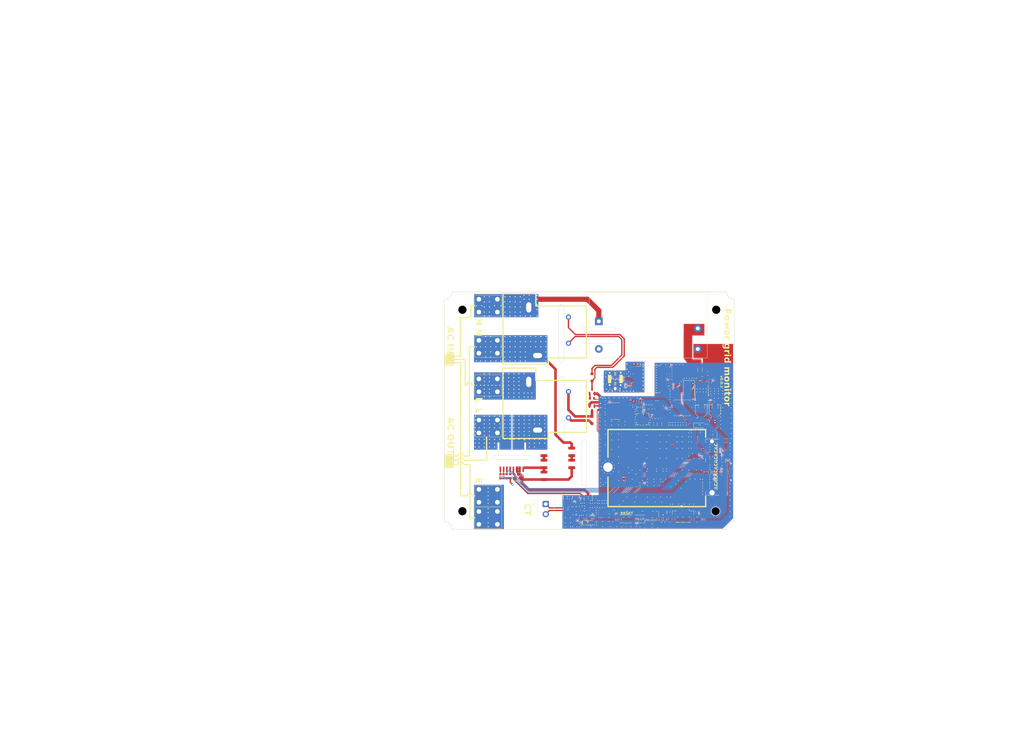
<source format=kicad_pcb>
(kicad_pcb (version 20221018) (generator pcbnew)
  (layers (0 "F.Cu" signal) (1 "In1.Cu" signal) (2 "In2.Cu" signal) (31 "B.Cu" signal) (34 "B.Paste" user) (35 "F.Paste" user) (36 "B.SilkS" user "B.Silkscreen") (37 "F.SilkS" user "F.Silkscreen") (38 "B.Mask" user) (39 "F.Mask" user) (44 "Edge.Cuts" user))
  (net 0 "")
  (net 1 "+12V")
  (net 2 "GNDA")
  (net 3 "Net-(U4-VIN)")
  (net 4 "Net-(D1-K)")
  (net 5 "Net-(U4-BOOT)")
  (net 6 "+4V")
  (net 7 "+3.3VA")
  (net 8 "Net-(U5-FB)")
  (net 9 "+3V3")
  (net 10 "Net-(J1-Pin_1)")
  (net 11 "~{RESET}")
  (net 12 "Net-(U7-PDEN)")
  (net 13 "GNDS")
  (net 14 "Net-(U7-VBUS1)")
  (net 15 "Net-(U2-AINP)")
  (net 16 "Net-(D2-A)")
  (net 17 "Net-(D3-A)")
  (net 18 "Net-(D4-RK)")
  (net 19 "Net-(D4-GK)")
  (net 20 "Net-(D4-BK)")
  (net 21 "Net-(J1-Pin_2)")
  (net 22 "AC_LIVE_IN")
  (net 23 "AC_NEUTRAL_IN")
  (net 24 "Net-(J4-Pad1)")
  (net 25 "AC_NEUTRAL_OUT")
  (net 26 "AC_SENSOR_LIVE_OUT")
  (net 27 "Net-(J8-CC1)")
  (net 29 "Net-(J8-CC2)")
  (net 31 "Net-(J9-SWDIO{slash}TMS)")
  (net 32 "Net-(J9-SWCLK{slash}TCK)")
  (net 36 "/MSOM/~{MODE}")
  (net 37 "Net-(J10-Pin_4)")
  (net 38 "AC_SENSOR_LIVE_IN")
  (net 39 "Net-(U5-SW)")
  (net 40 "Net-(U4-EN)")
  (net 41 "Net-(U4-VSENSE)")
  (net 42 "DCDC_MODE")
  (net 43 "Net-(U2-SDO)")
  (net 44 "SPI_MISO")
  (net 45 "Net-(U2-SCLK)")
  (net 46 "SPI_SCLK")
  (net 47 "Net-(U2-~{CS})")
  (net 48 "~{SPI_CS}")
  (net 49 "Net-(R13-Pad1)")
  (net 50 "Net-(R17-Pad2)")
  (net 51 "Net-(U1-VINP)")
  (net 52 "Net-(R20-Pad2)")
  (net 53 "CTL_RELAY_LIVE")
  (net 54 "CTL_RELAY_NEUTRAL")
  (net 55 "Net-(U7-DD+)")
  (net 56 "/MSOM/USB_P")
  (net 57 "/MSOM/LED_RED")
  (net 58 "/MSOM/LED_GREEN")
  (net 59 "/MSOM/LED_BLUE")
  (net 60 "Net-(U7-DD-)")
  (net 61 "/MSOM/USB_N")
  (net 62 "I2C_SCL")
  (net 63 "I2C_SDA")
  (net 64 "Net-(U7-UD+)")
  (net 65 "Net-(U7-UD-)")
  (net 66 "DIO_0")
  (net 67 "Net-(U6A-ADC6)")
  (net 68 "DIO_1")
  (net 69 "Net-(U6A-ADC7)")
  (net 70 "/MSOM/LED")
  (net 71 "CURRENT_ADC")
  (net 86 "SPI_MOSI")
  (net 101 "Net-(Q1-G)")
  (net 102 "Net-(Q2-G)")
  (net 103 "Net-(Q3-G)")
  (net 104 "Net-(Q3-D)")
  (net 112 "/MSOM/U_P")
  (net 113 "/MSOM/U_N")
  (footprint "Capacitor_SMD:C_0603_1608Metric" (layer "F.Cu") (at 181.1 83.9 -90)
    (fp_text reference "C26" hide)
    (fp_text value "10uF")
  )
  (footprint "Button_Switch_SMD:SW_Push_SPST_NO_Alps_SKRK" (layer "F.Cu") (at 164.5 143)
    (fp_text reference "RESET1" hide)
    (fp_text value "SW_Push")
  )
  (footprint "Resistor_SMD:R_0603_1608Metric" (layer "F.Cu") (at 196.7 97.375 180)
    (fp_text reference "R2" hide)
    (fp_text value "10K 1%")
  )
  (footprint "Resistor_SMD:R_0603_1608Metric" (layer "F.Cu") (at 115.8 126.4 -90)
    (fp_text reference "R37" hide)
    (fp_text value "0R")
  )
  (footprint "Resistor_SMD:R_0603_1608Metric" (layer "F.Cu") (at 146.025 138.18 -90)
    (fp_text reference "R15" hide)
    (fp_text value "0R")
  )
  (footprint "Resistor_SMD:R_0603_1608Metric" (layer "F.Cu") (at 143.025 138.205 90)
    (fp_text reference "R13" hide)
    (fp_text value "100K")
  )
  (footprint "Capacitor_SMD:C_0603_1608Metric" (layer "F.Cu") (at 191.6 97.375)
    (fp_text reference "C4" hide)
    (fp_text value "10nF")
  )
  (footprint "Connector_USB:USB_C_Receptacle_G-Switch_GT-USB-7051x" (layer "F.Cu") (at 160.4 88.5 -90)
    (fp_text reference "J8" hide)
    (fp_text value "USB_C_Receptacle_USB2.0_16P")
  )
  (footprint "Package_TO_SOT_SMD:SOT-23" (layer "F.Cu") (at 151.4 93.3 90)
    (fp_text reference "Q2" hide)
    (fp_text value "BSS138")
  )
  (footprint "Resistor_SMD:R_0603_1608Metric" (layer "F.Cu") (at 143.015 135.28 90)
    (fp_text reference "R12" hide)
    (fp_text value "100K")
  )
  (footprint "Resistor_SMD:R_0603_1608Metric" (layer "F.Cu") (at 171 97.1)
    (fp_text reference "R6" hide)
    (fp_text value "100K")
  )
  (footprint "kiCadPcbLib:T34001" (layer "F.Cu") (at 107.4 131.5 -90)
    (fp_text reference "J4" hide)
    (fp_text value "AC_EARTH_IN")
  )
  (footprint "Resistor_SMD:R_0603_1608Metric" (layer "F.Cu") (at 156.4 90.5 90)
    (fp_text reference "R34" hide)
    (fp_text value "5.1K")
  )
  (footprint "Resistor_SMD:R_1210_3225Metric" (layer "F.Cu") (at 143.5 121.6 -90)
    (fp_text reference "R21" hide)
    (fp_text value "1M")
  )
  (footprint "Converter_ACDC:Converter_ACDC_MeanWell_IRM-10-xx_THT" (layer "F.Cu") (at 154.0425 66.1)
    (fp_text reference "PS1" hide)
    (fp_text value "IRM-10-12")
  )
  (footprint "LED_SMD:LED_Cree-PLCC4_3.2x2.8mm_CCW" (layer "F.Cu") (at 170 143)
    (fp_text reference "D4" hide)
    (fp_text value "LED_RAGB")
  )
  (footprint "Capacitor_SMD:C_0603_1608Metric" (layer "F.Cu") (at 190.7 99.575 -90)
    (fp_text reference "C7" hide)
    (fp_text value "0.1uF")
  )
  (footprint "Resistor_SMD:R_0402_1005Metric" (layer "F.Cu") (at 153.025 141.08)
    (fp_text reference "R9" hide)
    (fp_text value "22R")
  )
  (footprint "kiCadPcbLib:T34001" (layer "F.Cu") (at 107.4 140.1 -90)
    (fp_text reference "J7" hide)
    (fp_text value "AC_EARTH_OUT")
  )
  (footprint "Resistor_SMD:R_0603_1608Metric" (layer "F.Cu") (at 178.9 143.1)
    (fp_text reference "R38" hide)
    (fp_text value "1K")
  )
  (footprint "Capacitor_SMD:CP_Elec_4x5.3" (layer "F.Cu") (at 193.9 100.875 90)
    (fp_text reference "C5" hide)
    (fp_text value "330uF")
  )
  (footprint "Resistor_SMD:R_0603_1608Metric" (layer "F.Cu") (at 151.4 96.1 180)
    (fp_text reference "R23" hide)
    (fp_text value "1K")
  )
  (footprint "Resistor_SMD:R_0603_1608Metric" (layer "F.Cu") (at 117 126.375 -90)
    (fp_text reference "R36" hide)
    (fp_text value "0R")
  )
  (footprint "Capacitor_SMD:C_0805_2012Metric" (layer "F.Cu") (at 194.2 81.8)
    (fp_text reference "C1" hide)
    (fp_text value "0.1uF")
  )
  (footprint "Capacitor_SMD:C_0603_1608Metric" (layer "F.Cu") (at 164.7 145.4)
    (fp_text reference "C25" hide)
    (fp_text value "0.1uF")
  )
  (footprint "kiCadPcbLib:T9VV1K15-12S" (layer "F.Cu") (at 142.23 103.6275 90)
    (fp_text reference "K1" hide)
    (fp_text value "Relay_SPST-NO")
  )
  (footprint "Resistor_SMD:R_0603_1608Metric" (layer "F.Cu") (at 181.2 140.3 -90)
    (fp_text reference "R39" hide)
    (fp_text value "1K")
  )
  (footprint "Resistor_SMD:R_0603_1608Metric" (layer "F.Cu") (at 166.5 90.5)
    (fp_text reference "R33" hide)
    (fp_text value "22R")
  )
  (footprint "Capacitor_SMD:CP_Elec_4x5.3" (layer "F.Cu") (at 199.2 100.875 90)
    (fp_text reference "C6" hide)
    (fp_text value "330uF")
  )
  (footprint "Capacitor_SMD:C_0603_1608Metric" (layer "F.Cu") (at 152.425 135.08 90)
    (fp_text reference "C8" hide)
    (fp_text value "0.47uF")
  )
  (footprint "Resistor_SMD:R_0603_1608Metric" (layer "F.Cu") (at 144.5 141.4 -90)
    (fp_text reference "R41" hide)
    (fp_text value "NC")
  )
  (footprint "Capacitor_SMD:C_0805_2012Metric" (layer "F.Cu") (at 196.41 86.39)
    (fp_text reference "C2" hide)
    (fp_text value "0.1uF")
  )
  (footprint "Resistor_SMD:R_0603_1608Metric" (layer "F.Cu") (at 205.4 123.4 90)
    (fp_text reference "R7" hide)
    (fp_text value "10K")
  )
  (footprint "Resistor_SMD:R_0603_1608Metric" (layer "F.Cu") (at 205.4 126.2 -90)
    (fp_text reference "R42" hide)
    (fp_text value "10K")
  )
  (footprint "Capacitor_SMD:C_0603_1608Metric" (layer "F.Cu") (at 168 98.7 90)
    (fp_text reference "C14" hide)
    (fp_text value "0.1uF")
  )
  (footprint "Resistor_SMD:R_0603_1608Metric" (layer "F.Cu") (at 181.2 90.6)
    (fp_text reference "R28" hide)
    (fp_text value "22R")
  )
  (footprint "Capacitor_Tantalum_SMD:CP_EIA-3216-12_Kemet-S" (layer "F.Cu") (at 122.75 127.25)
    (fp_text reference "C20" hide)
    (fp_text value "47uF")
  )
  (footprint "Capacitor_SMD:C_0603_1608Metric" (layer "F.Cu") (at 174.1 100.225 -90)
    (fp_text reference "C13" hide)
    (fp_text value "0.1uF")
  )
  (footprint "Resistor_SMD:R_0603_1608Metric" (layer "F.Cu") (at 160.9 143.1 90)
    (fp_text reference "R32" hide)
    (fp_text value "10K")
  )
  (footprint "Connector_PinHeader_1.27mm:PinHeader_2x05_P1.27mm_Vertical_SMD" (layer "F.Cu") (at 160.4 101)
    (fp_text reference "J9" hide)
    (fp_text value "Conn_ARM_JTAG_SWD_10")
  )
  (footprint "kiCadPcbLib:T34001" (layer "F.Cu") (at 114.6 62.5 90)
    (fp_text reference "J3" hide)
    (fp_text value "AC_NEUTRAL_IN")
  )
  (footprint "Package_TO_SOT_SMD:SOT-23" (layer "F.Cu") (at 149.925 135.28 -90)
    (fp_text reference "U3" hide)
    (fp_text value "REF3033")
  )
  (footprint "Capacitor_Tantalum_SMD:CP_EIA-3216-12_Kemet-S" (layer "F.Cu") (at 150 144.5)
    (fp_text reference "C16" hide)
    (fp_text value "47uF")
  )
  (footprint "Resistor_SMD:R_0603_1608Metric" (layer "F.Cu") (at 119.6 126.4 -90)
    (fp_text reference "R30" hide)
    (fp_text value "4.7K")
  )
  (footprint "Capacitor_SMD:C_0603_1608Metric" (layer "F.Cu") (at 198.4 110.8)
    (fp_text reference "C24" hide)
    (fp_text value "0.1uF")
  )
  (footprint "Capacitor_SMD:C_0805_2012Metric" (layer "F.Cu") (at 194.3 88.3)
    (fp_text reference "C3" hide)
    (fp_text value "22uF")
  )
  (footprint "Package_SON:WSON-8-1EP_2x2mm_P0.5mm_EP0.9x1.6mm" (layer "F.Cu") (at 169.98 99.495 90)
    (fp_text reference "U5" hide)
    (fp_text value "TPS62065")
  )
  (footprint "Resistor_SMD:R_0603_1608Metric" (layer "F.Cu") (at 192.3 140.1 -90)
    (fp_text reference "R40" hide)
    (fp_text value "NC")
  )
  (footprint "Inductor_SMD:L_Bourns_SRN6045TA" (layer "F.Cu") (at 186.4 99.75)
    (fp_text reference "L1" hide)
    (fp_text value "10uH")
  )
  (footprint "Package_TO_SOT_SMD:SOT-23" (layer "F.Cu") (at 151.4 100 -90)
    (fp_text reference "Q1" hide)
    (fp_text value "BSS138")
  )
  (footprint "Capacitor_SMD:C_0603_1608Metric" (layer "F.Cu") (at 149.425 142.48 180)
    (fp_text reference "C17" hide)
    (fp_text value "0.1uF")
  )
  (footprint "kiCadPcbLib:T34001" (layer "F.Cu") (at 114.6 93.5 90)
    (fp_text reference "J2" hide)
    (fp_text value "AC_LIVE_IN")
  )
  (footprint "Package_TO_SOT_SMD:SOT-23" (layer "F.Cu") (at 178.9 140.5 90)
    (fp_text reference "Q3" hide)
    (fp_text value "BSS138")
  )
  (footprint "Resistor_SMD:R_0603_1608Metric" (layer "F.Cu") (at 176.7 103.9 -90)
    (fp_text reference "R4" hide)
    (fp_text value "820K 1%")
  )
  (footprint "Capacitor_SMD:C_0603_1608Metric" (layer "F.Cu") (at 198.4 109.4)
    (fp_text reference "C22" hide)
    (fp_text value "10pF")
  )
  (footprint "Resistor_SMD:R_0603_1608Metric" (layer "F.Cu") (at 144.525 138.18 -90)
    (fp_text reference "R14" hide)
    (fp_text value "NC")
  )
  (footprint "Package_SO:SOIC-16W_7.5x10.3mm_P1.27mm" (layer "F.Cu") (at 174 88.6)
    (fp_text reference "U7" hide)
    (fp_text value "ADUM4160")
  )
  (footprint "Resistor_SMD:R_0603_1608Metric" (layer "F.Cu") (at 197.4 89.975 -90)
    (fp_text reference "R1" hide)
    (fp_text value "NC")
  )
  (footprint "Capacitor_SMD:C_0603_1608Metric" (layer "F.Cu") (at 141.025 135.28 -90)
    (fp_text reference "C18" hide)
    (fp_text value "0.1uF")
  )
  (footprint "Capacitor_SMD:C_0603_1608Metric" (layer "F.Cu") (at 146.5 142.5 180)
    (fp_text reference "C31" hide)
    (fp_text value "NC")
  )
  (footprint "Diode_SMD:D_SOD-123F" (layer "F.Cu") (at 151.4 87.9 -90)
    (fp_text reference "D3" hide)
    (fp_text value "1N4148WS")
  )
  (footprint "Capacitor_SMD:C_0603_1608Metric" (layer "F.Cu") (at 166.9 86.6 90)
    (fp_text reference "C27" hide)
    (fp_text value "0.1uF")
  )
  (footprint "Capacitor_SMD:C_0603_1608Metric" (layer "F.Cu") (at 152.325 142.48 180)
    (fp_text reference "C30" hide)
    (fp_text value "0.1uF")
  )
  (footprint "Inductor_SMD:L_Bourns-SRN4018" (layer "F.Cu") (at 171.1 104.1)
    (fp_text reference "L2" hide)
    (fp_text value "10uH")
  )
  (footprint "Package_SO:TI_SO-PowerPAD-8_ThermalVias" (layer "F.Cu") (at 194 92.975 90)
    (fp_text reference "U4" hide)
    (fp_text value "TPS5430DDA")
  )
  (footprint "kiCadPcbLib:T9VV1K15-12S" (layer "F.Cu") (at 142.23 74.6275 90)
    (fp_text reference "K2" hide)
    (fp_text value "Relay_SPST-NO")
  )
  (footprint "Capacitor_SMD:C_0603_1608Metric" (layer "F.Cu") (at 166.6 98.7 90)
    (fp_text reference "C15" hide)
    (fp_text value "10uF")
  )
  (footprint "Resistor_SMD:R_0603_1608Metric" (layer "F.Cu") (at 118.2 126.4 -90)
    (fp_text reference "R29" hide)
    (fp_text value "4.7K")
  )
  (footprint "Resistor_SMD:R_1206_3216Metric" (layer "F.Cu") (at 141.125 139.08 -90)
    (fp_text reference "R11" hide)
    (fp_text value "51R")
  )
  (footprint "Capacitor_SMD:C_0603_1608Metric" (layer "F.Cu") (at 175.5 100.2 -90)
    (fp_text reference "C12" hide)
    (fp_text value "10uF")
  )
  (footprint "Resistor_SMD:R_0402_1005Metric" (layer "F.Cu") (at 153.025 139.28)
    (fp_text reference "R10" hide)
    (fp_text value "22R")
  )
  (footprint "Resistor_SMD:R_0603_1608Metric" (layer "F.Cu") (at 174.8 144.2)
    (fp_text reference "R26" hide)
    (fp_text value "1K")
  )
  (footprint "Connector_JST:JST_GH_BM04B-GHS-TBT_1x04-1MP_P1.25mm_Vertical" (layer "F.Cu") (at 186.8 141.7 180)
    (fp_text reference "J10" hide)
    (fp_text value "button with LED")
  )
  (footprint "Resistor_SMD:R_0603_1608Metric" (layer "F.Cu") (at 145.325 140.58)
    (fp_text reference "R16" hide)
    (fp_text value "10R")
  )
  (footprint "Resistor_SMD:R_1210_3225Metric" (layer "F.Cu") (at 132.7 116.9 -90)
    (fp_text reference "R17" hide)
    (fp_text value "1M")
  )
  (footprint "Connector_TE-Connectivity:TE_826576-2_1x02_P3.96mm_Vertical" (layer "F.Cu") (at 133.4 137.2 -90)
    (fp_text reference "J1" hide)
    (fp_text value "~")
  )
  (footprint "Capacitor_SMD:C_0603_1608Metric" (layer "F.Cu") (at 147.525 139.78 -90)
    (fp_text reference "C29" hide)
    (fp_text value "0.1uF")
  )
  (footprint "Capacitor_SMD:C_0603_1608Metric" (layer "F.Cu") (at 121.9 125.6 180)
    (fp_text reference "C19" hide)
    (fp_text value "0.1uF")
  )
  (footprint "Resistor_SMD:R_0603_1608Metric" (layer "F.Cu") (at 166.5 91.8)
    (fp_text reference "R31" hide)
    (fp_text value "22R")
  )
  (footprint "Inductor_SMD:L_1206_3216Metric" (layer "F.Cu") (at 193.4 85 -90)
    (fp_text reference "FB1" hide)
    (fp_text value "FerriteBead")
  )
  (footprint "Resistor_SMD:R_0603_1608Metric" (layer "F.Cu") (at 181.2 91.75)
    (fp_text reference "R24" hide)
    (fp_text value "22R")
  )
  (footprint "Resistor_SMD:R_1210_3225Metric" (layer "F.Cu") (at 143.5 116.9 -90)
    (fp_text reference "R20" hide)
    (fp_text value "1M")
  )
  (footprint "ADS7042IRUGR:QFN50P150X150X40-8N" (layer "F.Cu") (at 149.925 140.58 180)
    (fp_text reference "U2" hide)
    (fp_text value "ADS7042xDCU")
  )
  (footprint "Resistor_SMD:R_0402_1005Metric" (layer "F.Cu") (at 153.025 140.18)
    (fp_text reference "R8" hide)
    (fp_text value "22R")
  )
  (footprint "Capacitor_SMD:C_0603_1608Metric" (layer "F.Cu") (at 181.1 86.6 90)
    (fp_text reference "C21" hide)
    (fp_text value "0.1uF")
  )
  (footprint "kiCadPcbLib:T34001" (layer "F.Cu") (at 114.6 78.5 90)
    (fp_text reference "J5" hide)
    (fp_text value "AC_NEUTRAL_OUT")
  )
  (footprint "Resistor_SMD:R_1210_3225Metric" (layer "F.Cu") (at 132.7 126.2 -90)
    (fp_text reference "R19" hide)
    (fp_text value "TBD")
  )
  (footprint "Resistor_SMD:R_0603_1608Metric" (layer "F.Cu") (at 197.4 94.875 90)
    (fp_text reference "R3" hide)
    (fp_text value "4.42K 1%")
  )
  (footprint "kiCadPcbLib:ENCLOSURE" (layer "F.Cu") (at 101 140)
    (fp_text reference "U8" hide)
    (fp_text value "~")
  )
  (footprint "Diode_SMD:D_SMB" (layer "F.Cu") (at 189.095 92.775 -90)
    (fp_text reference "D1" hide)
    (fp_text value "B360")
  )
  (footprint "particle_kicad_lib:Particle_MSOM" (layer "F.Cu") (at 199.6 123.2 -90)
    (fp_text reference "U6" hide)
    (fp_text value "MSoM")
  )
  (footprint "Resistor_SMD:R_1210_3225Metric" (layer "F.Cu") (at 132.7 121.6 -90)
    (fp_text reference "R18" hide)
    (fp_text value "1M")
  )
  (footprint "Resistor_SMD:R_0603_1608Metric" (layer "F.Cu") (at 174.775 142.9)
    (fp_text reference "R25" hide)
    (fp_text value "1K")
  )
  (footprint "Capacitor_SMD:C_0603_1608Metric" (layer "F.Cu") (at 172.7 100.2 -90)
    (fp_text reference "C11" hide)
    (fp_text value "10uF")
  )
  (footprint "Capacitor_SMD:C_0603_1608Metric" (layer "F.Cu") (at 178.1 103.9 90)
    (fp_text reference "C10" hide)
    (fp_text value "8.2pF")
  )
  (footprint "Diode_SMD:D_SOD-123F" (layer "F.Cu") (at 151.4 104.5 90)
    (fp_text reference "D2" hide)
    (fp_text value "1N4148WS")
  )
  (footprint "Resistor_SMD:R_0603_1608Metric" (layer "F.Cu") (at 175.3 103.9 -90)
    (fp_text reference "R5" hide)
    (fp_text value "182K 1%")
  )
  (footprint "kiCadPcbLib:T34001" (layer "F.Cu") (at 114.6 109.5 90)
    (fp_text reference "J6" hide)
    (fp_text value "AC_LIVE_OUT")
  )
  (footprint "Capacitor_Tantalum_SMD:CP_EIA-3216-10_Kemet-I" (layer "F.Cu") (at 193.2 106.6)
    (fp_text reference "C23" hide)
    (fp_text value "47uF")
  )
  (footprint "ACS37800KMACTR-030B3-I2C:SOIC127P1030X265-16N" (layer "F.Cu") (at 120.2 119 -90)
    (fp_text reference "U1" hide)
    (fp_text value "ACS37800")
  )
  (footprint "Capacitor_SMD:C_0603_1608Metric" (layer "F.Cu") (at 166.9 83.8 -90)
    (fp_text reference "C28" hide)
    (fp_text value "0.1uF")
  )
  (footprint "Resistor_SMD:R_0603_1608Metric" (layer "F.Cu") (at 164.4 86.5 -90)
    (fp_text reference "R35" hide)
    (fp_text value "5.1K")
  )
  (footprint "Resistor_SMD:R_0603_1608Metric" (layer "F.Cu") (at 174.8 145.6)
    (fp_text reference "R27" hide)
    (fp_text value "1K")
  )
  (footprint "Resistor_SMD:R_0603_1608Metric" (layer "F.Cu") (at 153.8 99.8 90)
    (fp_text reference "R22" hide)
    (fp_text value "1K")
  )
  (footprint "Capacitor_SMD:C_0603_1608Metric" (layer "F.Cu") (at 147.625 135.08 90)
    (fp_text reference "C9" hide)
    (fp_text value "1uF")
  )
  (gr_line (start 104.3 60) (end 105.8 60) (stroke (width 0.5)) (layer "F.SilkS"))
  (gr_line (start 100.3 133.6) (end 100.3 134) (stroke (width 0.5)) (layer "F.SilkS"))
  (gr_line (start 100.3 82.2) (end 100.3 133.6) (stroke (width 0.5)) (layer "F.SilkS"))
  (gr_line (start 97.7 79.7) (end 100.2 79.7) (stroke (width 0.5)) (layer "F.SilkS"))
  (gr_line (start 103.9 122.45) (end 103.9 121.85) (stroke (width 0.5)) (layer "F.SilkS"))
  (gr_arc (start 99.35 120.15) (mid 100.35 119.15) (end 101.35 120.15) (stroke (width 0.5)) (layer "F.SilkS"))
  (gr_line (start 99.3 121.85) (end 97.85 121.85) (stroke (width 0.5)) (layer "F.SilkS"))
  (gr_line (start 99.3 118.5) (end 97.95 118.5) (stroke (width 0.5)) (layer "F.SilkS"))
  (gr_line (start 97.9 82.2) (end 100.3 82.2) (stroke (width 0.5)) (layer "F.SilkS"))
  (gr_line (start 102.1 90.9) (end 102.7 90.9) (stroke (width 0.5)) (layer "F.SilkS"))
  (gr_arc (start 102.9 134) (mid 103.9 133) (end 104.9 134) (stroke (width 0.5)) (layer "F.SilkS"))
  (gr_line (start 102.9 134) (end 100.3 134) (stroke (width 0.5)) (layer "F.SilkS"))
  (gr_line (start 110.4 120.15) (end 101.35 120.15) (stroke (width 0.5)) (layer "F.SilkS"))
  (gr_line (start 104.3 64.7) (end 100.3 64.7) (stroke (width 0.5)) (layer "F.SilkS"))
  (gr_arc (start 99.3 118.5) (mid 100.3 117.5) (end 101.3 118.5) (stroke (width 0.5)) (layer "F.SilkS"))
  (gr_line (start 104.3 62.4) (end 104.3 64.7) (stroke (width 0.5)) (layer "F.SilkS"))
  (gr_arc (start 99.3 121.85) (mid 100.3 120.85) (end 101.3 121.85) (stroke (width 0.5)) (layer "F.SilkS"))
  (gr_line (start 102.1 80.9) (end 102.1 88) (stroke (width 0.5)) (layer "F.SilkS"))
  (gr_line (start 97.8 80.9) (end 99.6 80.9) (stroke (width 0.5)) (layer "F.SilkS"))
  (gr_rect (start 157.65 86.95) (end 158.8 90.05) (stroke (width 0.15)) (fill solid) (layer "F.SilkS"))
  (gr_line (start 99.35 120.15) (end 97.9 120.15) (stroke (width 0.5)) (layer "F.SilkS"))
  (gr_line (start 103.7 118.5) (end 103.7 76) (stroke (width 0.5)) (layer "F.SilkS"))
  (gr_line (start 100.2 79.7) (end 100.2 64.7) (stroke (width 0.5)) (layer "F.SilkS"))
  (gr_line (start 110.4 120.15) (end 110.4 111.1) (stroke (width 0.5)) (layer "F.SilkS"))
  (gr_line (start 102.1 88) (end 102.1 90.9) (stroke (width 0.5)) (layer "F.SilkS"))
  (gr_line (start 105.8 134) (end 104.9 134) (stroke (width 0.5)) (layer "F.SilkS"))
  (gr_line (start 103.9 142.6) (end 105.8 142.6) (stroke (width 0.5)) (layer "F.SilkS"))
  (gr_line (start 103.7 118.5) (end 101.3 118.5) (stroke (width 0.5)) (layer "F.SilkS"))
  (gr_line (start 103.9 122.45) (end 103.9 142.6) (stroke (width 0.5)) (layer "F.SilkS"))
  (gr_line (start 104.8 90.9) (end 105.5 90.9) (stroke (width 0.5)) (layer "F.SilkS"))
  (gr_line (start 101.3 121.85) (end 103.9 121.85) (stroke (width 0.5)) (layer "F.SilkS"))
  (gr_line (start 104.3 60) (end 104.3 62.4) (stroke (width 0.5)) (layer "F.SilkS"))
  (gr_arc (start 102.7 90.9) (mid 103.7 89.9) (end 104.7 90.9) (stroke (width 0.5)) (layer "F.SilkS"))
  (gr_line (start 99.6 80.9) (end 102.1 80.9) (stroke (width 0.5)) (layer "F.SilkS"))
  (gr_line (start 103.7 76) (end 105.8 76) (stroke (width 0.5)) (layer "F.SilkS"))
  (gr_rect (start 162.1 86.95) (end 163.25 90.05) (stroke (width 0.15)) (fill solid) (layer "F.SilkS"))
  (gr_line (start 140.5 81.1) (end 140.5 60.5) (stroke (width 0.1)) (layer "Edge.Cuts"))
  (gr_line (start 147.4 113.3) (end 147.4 129.3) (stroke (width 0.1)) (layer "Edge.Cuts"))
  (gr_arc (start 147.4 113.3) (mid 148.4 112.3) (end 149.4 113.3) (stroke (width 0.1)) (layer "Edge.Cuts"))
  (gr_line (start 159.5 70.25) (end 148.5 70.25) (stroke (width 0.1)) (layer "Edge.Cuts"))
  (gr_arc (start 148.5 70.25) (mid 147.5 69.25) (end 148.5 68.25) (stroke (width 0.1)) (layer "Edge.Cuts"))
  (gr_arc (start 138.7 88.7) (mid 139.7 87.7) (end 140.7 88.7) (stroke (width 0.1)) (layer "Edge.Cuts"))
  (gr_arc (start 203.7 147) (mid 204.57868 144.87868) (end 206.7 144) (stroke (width 0.1)) (layer "Edge.Cuts"))
  (gr_line (start 140.7 109.3) (end 140.7 88.7) (stroke (width 0.1)) (layer "Edge.Cuts"))
  (gr_line (start 149.4 129.3) (end 149.4 113.3) (stroke (width 0.1)) (layer "Edge.Cuts"))
  (gr_arc (start 149.4 129.3) (mid 148.4 130.3) (end 147.4 129.3) (stroke (width 0.1)) (layer "Edge.Cuts"))
  (gr_arc (start 140.5 81.1) (mid 139.5 82.1) (end 138.5 81.1) (stroke (width 0.1)) (layer "Edge.Cuts"))
  (gr_line (start 148.5 72.75) (end 159.5 72.75) (stroke (width 0.1)) (layer "Edge.Cuts"))
  (gr_arc (start 148.5 74.75) (mid 147.5 73.75) (end 148.5 72.75) (stroke (width 0.1)) (layer "Edge.Cuts"))
  (gr_arc (start 94 144) (mid 96.12132 144.87868) (end 97 147) (stroke (width 0.1)) (layer "Edge.Cuts"))
  (gr_line (start 127.2 119.8) (end 113.6 119.8) (stroke (width 0.1)) (layer "Edge.Cuts"))
  (gr_line (start 94 57.6) (end 94 144) (stroke (width 0.1)) (layer "Edge.Cuts"))
  (gr_arc (start 159.5 68.25) (mid 160.5 69.25) (end 159.5 70.25) (stroke (width 0.1)) (layer "Edge.Cuts"))
  (gr_arc (start 138.5 60.5) (mid 139.5 59.5) (end 140.5 60.5) (stroke (width 0.1)) (layer "Edge.Cuts"))
  (gr_arc (start 140.7 109.3) (mid 139.7 110.3) (end 138.7 109.3) (stroke (width 0.1)) (layer "Edge.Cuts"))
  (gr_arc (start 159.5 72.75) (mid 160.5 73.75) (end 159.5 74.75) (stroke (width 0.1)) (layer "Edge.Cuts"))
  (gr_line (start 138.5 60.5) (end 138.5 81.1) (stroke (width 0.1)) (layer "Edge.Cuts"))
  (gr_arc (start 127.2 118.2) (mid 128 119) (end 127.2 119.8) (stroke (width 0.1)) (layer "Edge.Cuts"))
  (gr_line (start 97 147) (end 203.7 147) (stroke (width 0.1)) (layer "Edge.Cuts"))
  (gr_line (start 159.5 74.75) (end 148.5 74.75) (stroke (width 0.1)) (layer "Edge.Cuts"))
  (gr_arc (start 113.6 119.8) (mid 112.8 119) (end 113.6 118.2) (stroke (width 0.1)) (layer "Edge.Cuts"))
  (gr_arc (start 97 54.6) (mid 96.12132 56.72132) (end 94 57.6) (stroke (width 0.1)) (layer "Edge.Cuts"))
  (gr_line (start 148.5 68.25) (end 159.5 68.25) (stroke (width 0.1)) (layer "Edge.Cuts"))
  (gr_line (start 138.7 88.7) (end 138.7 109.3) (stroke (width 0.1)) (layer "Edge.Cuts"))
  (gr_arc (start 206.7 57.6) (mid 204.57868 56.72132) (end 203.7 54.6) (stroke (width 0.1)) (layer "Edge.Cuts"))
  (gr_line (start 113.6 118.2) (end 127.2 118.2) (stroke (width 0.1)) (layer "Edge.Cuts"))
  (gr_line (start 206.7 144) (end 206.7 57.6) (stroke (width 0.1)) (layer "Edge.Cuts"))
  (gr_line (start 203.7 54.6) (end 97 54.6) (stroke (width 0.1)) (layer "Edge.Cuts"))
  (gr_text "N\n" (at 105.7 64.8 270) (layer "F.SilkS") (effects (font (size 2.5 2.5) (thickness 0.4) bold) (justify left bottom)))
  (gr_text "L\n" (at 105.8 95.6 270) (layer "F.SilkS") (effects (font (size 2.5 2.5) (thickness 0.4) bold) (justify left bottom)))
  (gr_text "CT\n\n" (at 120.5 136.9 270) (layer "F.SilkS") (effects (font (size 2.5 2.5) (thickness 0.4) bold) (justify left bottom)))
  (gr_text "Power grid monitor\n" (at 202.45 61 270) (layer "F.SilkS") (effects (font (size 2.5 2.5) (thickness 0.4) bold) (justify left bottom)))
  (gr_text "AC IN\n" (at 94.7 68.2 270) (layer "F.SilkS") (effects (font (size 2.5 2.5) (thickness 0.4) bold) (justify left bottom)))
  (gr_text "E" (at 105.7 126.9 270) (layer "F.SilkS") (effects (font (size 2.5 2.5) (thickness 0.4) bold) (justify left bottom)))
  (gr_text "AC OUT\n" (at 94.8 103.3 270) (layer "F.SilkS") (effects (font (size 2.5 2.5) (thickness 0.4) bold) (justify left bottom)))
  (gr_text "JLCJLCJLCJLCJLCJLCJLC\n" (at 200.2 131.85 90) (layer "F.SilkS") (effects (font (size 1 1) (thickness 0.25) bold) (justify left bottom)))
  (gr_text "v0.0.1\n" (at 201.15 87.15 270) (layer "F.SilkS") (effects (font (size 1 1) (thickness 0.2) bold) (justify left bottom)))
  (gr_text "N\n" (at 105.75 69.05 270) (layer "F.SilkS") (effects (font (size 2.5 2.5) (thickness 0.4) bold) (justify left bottom)))
  (gr_text "L\n" (at 105.75 99.75 270) (layer "F.SilkS") (effects (font (size 2.5 2.5) (thickness 0.4) bold) (justify left bottom)))
  (gr_text "RESET\n" (at 162.43 141.43) (layer "F.SilkS") (effects (font (size 1 1) (thickness 0.2) bold) (justify left bottom)))
  (segment (start 189.5 81.8) (end 193.25 81.8) (width 1) (layer "F.Cu") (net 1))
  (segment (start 193.4 83.425) (end 193.4 81.95) (width 1) (layer "F.Cu") (net 1))
  (segment (start 158.95 83.25) (end 152.55 83.25) (width 0.5) (layer "F.Cu") (net 1))
  (segment (start 150.2 104.7) (end 143.3025 104.7) (width 1) (layer "F.Cu") (net 1))
  (segment (start 151.4 105.9) (end 150.2 104.7) (width 1) (layer "F.Cu") (net 1))
  (segment (start 152.55 83.25) (end 151.4 84.4) (width 0.5) (layer "F.Cu") (net 1))
  (segment (start 163 79.2) (end 158.95 83.25) (width 0.5) (layer "F.Cu") (net 1))
  (segment (start 143.3025 104.7) (end 142.23 103.6275) (width 1) (layer "F.Cu") (net 1))
  (segment (start 193.4 81.95) (end 193.25 81.8) (width 1) (layer "F.Cu") (net 1))
  (segment (start 144.8575 72) (end 161.75 72) (width 0.5) (layer "F.Cu") (net 1))
  (segment (start 142.23 74.6275) (end 144.8575 72) (width 0.5) (layer "F.Cu") (net 1))
  (segment (start 189.85 68.85) (end 187.6 71.1) (width 1) (layer "F.Cu") (net 1))
  (segment (start 161.75 72) (end 163 73.25) (width 0.5) (layer "F.Cu") (net 1))
  (segment (start 151.4 84.4) (end 151.4 86.5) (width 0.5) (layer "F.Cu") (net 1))
  (segment (start 192.5425 68.85) (end 189.85 68.85) (width 1) (layer "F.Cu") (net 1))
  (segment (start 187.6 71.1) (end 187.6 79.9) (width 1) (layer "F.Cu") (net 1))
  (segment (start 163 73.25) (end 163 79.2) (width 0.5) (layer "F.Cu") (net 1))
  (segment (start 187.6 79.9) (end 189.5 81.8) (width 1) (layer "F.Cu") (net 1))
  (segment (start 142.965 134.505) (end 143.015 134.455) (width 0.5) (layer "F.Cu") (net 2))
  (segment (start 124.15 126.975) (end 122.975 125.8) (width 0.25) (layer "F.Cu") (net 2))
  (segment (start 176.775 99.425) (end 178.3 97.9) (width 1) (layer "F.Cu") (net 2))
  (segment (start 166.6 99.475) (end 166.62 99.495) (width 1) (layer "F.Cu") (net 2))
  (segment (start 149.925 141.23) (end 149.925 142.205) (width 0.3) (layer "F.Cu") (net 2))
  (segment (start 172.7 97.4) (end 172.7 99.425) (width 1) (layer "F.Cu") (net 2))
  (segment (start 143.5 123.0625) (end 143.5 126.4) (width 1) (layer "F.Cu") (net 2))
  (segment (start 124.4125 127.6625) (end 124.15 127.4) (width 1) (layer "F.Cu") (net 2))
  (segment (start 151.075 144.38) (end 152.72 144.38) (width 0.3) (layer "F.Cu") (net 2))
  (segment (start 171.825 97.1) (end 172.6 97.1) (width 1) (layer "F.Cu") (net 2))
  (segment (start 153.1 144) (end 153.1 142.48) (width 0.3) (layer "F.Cu") (net 2))
  (segment (start 202.12 125.58) (end 201.8 125.9) (width 0.254) (layer "F.Cu") (net 2))
  (segment (start 149.9 133.05) (end 148.6 131.75) (width 1) (layer "F.Cu") (net 2))
  (segment (start 178.65 85.425) (end 180.7 85.425) (width 0.25) (layer "F.Cu") (net 2))
  (segment (start 150.6 143.2) (end 150.6 143.905) (width 0.3) (layer "F.Cu") (net 2))
  (segment (start 143.5 126.4) (end 142.2375 127.6625) (width 1) (layer "F.Cu") (net 2))
  (segment (start 179 141.4) (end 179.0375 141.4375) (width 0.5) (layer "F.Cu") (net 2))
  (segment (start 194.635 90.275) (end 194.635 92.34) (width 1) (layer "F.Cu") (net 2))
  (segment (start 195.8 92.375) (end 198.575 92.375) (width 1) (layer "F.Cu") (net 2))
  (segment (start 150.2 142.48) (end 150.2 142.8) (width 0.3) (layer "F.Cu") (net 2))
  (segment (start 195.15 79.4575) (end 195.15 81.8) (width 1) (layer "F.Cu") (net 2))
  (segment (start 158.395 135.855) (end 165.75 128.5) (width 1) (layer "F.Cu") (net 2))
  (segment (start 149.925 142.205) (end 150.2 142.48) (width 0.3) (layer "F.Cu") (net 2))
  (segment (start 169.23 100.445) (end 169.23 99.525) (width 0.3) (layer "F.Cu") (net 2))
  (segment (start 141.025 134.505) (end 142.965 134.505) (width 0.5) (layer "F.Cu") (net 2))
  (segment (start 175.5 99.425) (end 176.775 99.425) (width 1) (layer "F.Cu") (net 2))
  (segment (start 191.045 92.975) (end 189.095 94.925) (width 1) (layer "F.Cu") (net 2))
  (segment (start 150.6 143.905) (end 151.075 144.38) (width 0.3) (layer "F.Cu") (net 2))
  (segment (start 178.3 97.9) (end 178.3 93.395) (width 1) (layer "F.Cu") (net 2))
  (segment (start 154.7 98) (end 154.325 97.625) (width 1) (layer "F.Cu") (net 2))
  (segment (start 172.6 97.1) (end 172.8 97.3) (width 1) (layer "F.Cu") (net 2))
  (segment (start 142.2375 127.6625) (end 132.7 127.6625) (width 1) (layer "F.Cu") (net 2))
  (segment (start 195.725 92.375) (end 197.4 94.05) (width 1) (layer "F.Cu") (net 2))
  (segment (start 150.2 142.8) (end 150.6 143.2) (width 0.3) (layer "F.Cu") (net 2))
  (segment (start 151.175 97.625) (end 150.45 98.35) (width 1) (layer "F.Cu") (net 2))
  (segment (start 190.7 98.8) (end 193.625 98.8) (width 1) (layer "F.Cu") (net 2))
  (segment (start 154.8 95.6) (end 153.4375 94.2375) (width 1) (layer "F.Cu") (net 2))
  (segment (start 199.2 99.075) (end 193.9 99.075) (width 1) (layer "F.Cu") (net 2))
  (segment (start 147.7 145.7) (end 149.755 145.7) (width 0.3) (layer "F.Cu") (net 2))
  (segment (start 148.6 131.75) (end 127 131.75) (width 1) (layer "F.Cu") (net 2))
  (segment (start 170.23 99.745) (end 169.98 99.495) (width 0.3) (layer "F.Cu") (net 2))
  (segment (start 194.635 90.275) (end 194.635 88.915) (width 1) (layer "F.Cu") (net 2))
  (segment (start 149.9 134.3) (end 149.9 133.05) (width 1) (layer "F.Cu") (net 2))
  (segment (start 179.85 141.4375) (end 179.0375 141.4375) (width 0.5) (layer "F.Cu") (net 2))
  (segment (start 193.625 98.8) (end 193.9 99.075) (width 1) (layer "F.Cu") (net 2))
  (segment (start 197.35 84) (end 195.15 81.8) (width 1) (layer "F.Cu") (net 2))
  (segment (start 154.8 95.6) (end 155.2 95.6) (width 1) (layer "F.Cu") (net 2))
  (segment (start 181.1 84.675) (end 181.1 85.825) (width 0.25) (layer "F.Cu") (net 2))
  (segment (start 166.62 99.495) (end 175.43 99.495) (width 1) (layer "F.Cu") (net 2))
  (segment (start 148.6 140.08) (end 147.525 139.005) (width 0.3) (layer "F.Cu") (net 2))
  (segment (start 122.105 124.93) (end 122.975 125.8) (width 0.25) (layer "F.Cu") (net 2))
  (segment (start 149.755 145.7) (end 151.075 144.38) (width 0.3) (layer "F.Cu") (net 2))
  (segment (start 147.625 135.855) (end 158.395 135.855) (width 1) (layer "F.Cu") (net 2))
  (segment (start 194.635 88.915) (end 195.25 88.3) (width 1) (layer "F.Cu") (net 2))
  (segment (start 195.25 88.3) (end 196.17 88.3) (width 1) (layer "F.Cu") (net 2))
  (segment (start 154.325 97.625) (end 151.175 97.625) (width 1) (layer "F.Cu") (net 2))
  (segment (start 152.72 144.38) (end 153.1 144) (width 0.3) (layer "F.Cu") (net 2))
  (segment (start 175.43 99.495) (end 175.5 99.425) (width 1) (layer "F.Cu") (net 2))
  (segment (start 124.15 128.9) (end 124.15 127.4) (width 1) (layer "F.Cu") (net 2))
  (segment (start 150.45 98.35) (end 150.45 99.0625) (width 1) (layer "F.Cu") (net 2))
  (segment (start 170.23 100.445) (end 170.23 99.745) (width 0.3) (layer "F.Cu") (net 2))
  (segment (start 194.635 92.34) (end 194 92.975) (width 1) (layer "F.Cu") (net 2))
  (segment (start 147.275 145.275) (end 147.7 145.7) (width 0.3) (layer "F.Cu") (net 2))
  (segment (start 198.575 92.375) (end 199.2 93) (width 1) (layer "F.Cu") (net 2))
  (segment (start 165.75 128.5) (end 165.75 125) (width 1) (layer "F.Cu") (net 2))
  (segment (start 149.25 140.08) (end 148.6 140.08) (width 0.3) (layer "F.Cu") (net 2))
  (segment (start 192.5425 76.85) (end 195.15 79.4575) (width 1) (layer "F.Cu") (net 2))
  (segment (start 122.975 124.04) (end 123.375 123.64) (width 0.25) (layer "F.Cu") (net 2))
  (segment (start 194.7 92.375) (end 195.725 92.375) (width 1) (layer "F.Cu") (net 2))
  (segment (start 122.975 125.8) (end 122.975 124.04) (width 0.25) (layer "F.Cu") (net 2))
  (segment (start 172.8 97.3) (end 172.7 97.4) (width 1) (layer "F.Cu") (net 2))
  (segment (start 203.335 125.58) (end 202.12 125.58) (width 0.254) (layer "F.Cu") (net 2))
  (segment (start 122.105 123.64) (end 122.105 124.93) (width 0.25) (layer "F.Cu") (net 2))
  (segment (start 124.15 127.4) (end 124.15 126.975) (width 0.25) (layer "F.Cu") (net 2))
  (segment (start 169.23 99.525) (end 169.26 99.495) (width 0.3) (layer "F.Cu") (net 2))
  (segment (start 169.26 99.495) (end 169.98 99.495) (width 0.3) (layer "F.Cu") (net 2))
  (segment (start 196.17 88.3) (end 197.35 87.12) (width 1) (layer "F.Cu") (net 2))
  (segment (start 180.7 85.425) (end 181.1 85.825) (width 0.25) (layer "F.Cu") (net 2))
  (segment (start 199.2 93) (end 199.2 99.075) (width 1) (layer "F.Cu") (net 2))
  (segment (start 127 131.75) (end 124.15 128.9) (width 1) (layer "F.Cu") (net 2))
  (segment (start 194 92.975) (end 191.045 92.975) (width 1) (layer "F.Cu") (net 2))
  (segment (start 132.7 127.6625) (end 124.4125 127.6625) (width 1) (layer "F.Cu") (net 2))
  (segment (start 197.35 87.12) (end 197.35 84) (width 1) (layer "F.Cu") (net 2))
  (segment (start 155.2 95.6) (end 155.6 96) (width 1) (layer "F.Cu") (net 2))
  (segment (start 178.3 93.395) (end 178.65 93.045) (width 1) (layer "F.Cu") (net 2))
  (segment (start 153.4375 94.2375) (end 152.35 94.2375) (width 1) (layer "F.Cu") (net 2))
  (via (at 150.7 136.9) (size 0.5) (drill 0.3) (layers "F.Cu" "B.Cu") (net 2))
  (via (at 202.25 93.25) (size 0.5) (drill 0.3) (layers "F.Cu" "B.Cu") (net 2))
  (via (at 184.5 111) (size 0.5) (drill 0.3) (layers "F.Cu" "B.Cu") (net 2))
  (via (at 197.2 122.1) (size 0.5) (drill 0.3) (layers "F.Cu" "B.Cu") (net 2))
  (via (at 154.5 118.5) (size 0.5) (drill 0.3) (layers "F.Cu" "B.Cu") (net 2))
  (via (at 184.75 144.25) (size 0.5) (drill 0.3) (layers "F.Cu" "B.Cu") (net 2))
  (via (at 174 103.5) (size 0.5) (drill 0.3) (layers "F.Cu" "B.Cu") (net 2))
  (via (at 190 108.5) (size 0.5) (drill 0.3) (layers "F.Cu" "B.Cu") (net 2))
  (via (at 168.91 113.03) (size 0.5) (drill 0.3) (layers "F.Cu" "B.Cu") (net 2))
  (via (at 154 142.5) (size 0.5) (drill 0.3) (layers "F.Cu" "B.Cu") (net 2))
  (via (at 186.5 124) (size 0.5) (drill 0.3) (layers "F.Cu" "B.Cu") (net 2))
  (via (at 200.4 99.8) (size 0.5) (drill 0.3) (layers "F.Cu" "B.Cu") (net 2))
  (via (at 183.75 106.5) (size 0.5) (drill 0.3) (layers "F.Cu" "B.Cu") (net 2))
  (via (at 205 130.8) (size 0.5) (drill 0.3) (layers "F.Cu" "B.Cu") (net 2))
  (via (at 167.3 99.5) (size 0.5) (drill 0.3) (layers "F.Cu" "B.Cu") (net 2))
  (via (at 196.9 99.8) (size 0.5) (drill 0.3) (layers "F.Cu" "B.Cu") (net 2))
  (via (at 145.5 141.5) (size 0.5) (drill 0.3) (layers "F.Cu" "B.Cu") (net 2))
  (via (at 180.5 123.5) (size 0.5) (drill 0.3) (layers "F.Cu" "B.Cu") (net 2))
  (via (at 184 129.5) (size 0.5) (drill 0.3) (layers "F.Cu" "B.Cu") (net 2))
  (via (at 165 140) (size 0.5) (drill 0.3) (layers "F.Cu" "B.Cu") (net 2))
  (via (at 189 118.5) (size 0.5) (drill 0.3) (layers "F.Cu" "B.Cu") (net 2))
  (via (at 189.25 142.25) (size 0.5) (drill 0.3) (layers "F.Cu" "B.Cu") (net 2))
  (via (at 192 88.25) (size 0.5) (drill 0.3) (layers "F.Cu" "B.Cu") (net 2))
  (via (at 146.95 136.9) (size 0.5) (drill 0.3) (layers "F.Cu" "B.Cu") (net 2))
  (via (at 205 120.9) (size 0.5) (drill 0.3) (layers "F.Cu" "B.Cu") (net 2))
  (via (at 186.5 113) (size 0.5) (drill 0.3) (layers "F.Cu" "B.Cu") (net 2))
  (via (at 205 132.3) (size 0.5) (drill 0.3) (layers "F.Cu" "B.Cu") (net 2))
  (via (at 205.5 99.75) (size 0.5) (drill 0.3) (layers "F.Cu" "B.Cu") (net 2))
  (via (at 205 137.9) (size 0.5) (drill 0.3) (layers "F.Cu" "B.Cu") (net 2))
  (via (at 174 104.5) (size 0.5) (drill 0.3) (layers "F.Cu" "B.Cu") (net 2))
  (via (at 165.5 123) (size 0.5) (drill 0.3) (layers "F.Cu" "B.Cu") (net 2))
  (via (at 153.1 145.3) (size 0.5) (drill 0.3) (layers "F.Cu" "B.Cu") (net 2))
  (via (at 191 119.5) (size 0.5) (drill 0.3) (layers "F.Cu" "B.Cu") (net 2))
  (via (at 205 116.1) (size 0.5) (drill 0.3) (layers "F.Cu" "B.Cu") (net 2))
  (via (at 205 135.6) (size 0.5) (drill 0.3) (layers "F.Cu" "B.Cu") (net 2))
  (via (at 197.2 115.9) (size 0.5) (drill 0.3) (layers "F.Cu" "B.Cu") (net 2))
  (via (at 186.5 119.5) (size 0.5) (drill 0.3) (layers "F.Cu" "B.Cu") (net 2))
  (via (at 181.75 95.5) (size 0.5) (drill 0.3) (layers "F.Cu" "B.Cu") (net 2))
  (via (at 151.5 136.9) (size 0.5) (drill 0.3) (layers "F.Cu" "B.Cu") (net 2))
  (via (at 155.3 138.6) (size 0.5) (drill 0.3) (layers "F.Cu" "B.Cu") (net 2))
  (via (at 168.9 99.5) (size 0.5) (drill 0.3) (layers "F.Cu" "B.Cu") (net 2))
  (via (at 175.5 128.5) (size 0.5) (drill 0.3) (layers "F.Cu" "B.Cu") (net 2))
  (via (at 176.5 87) (size 0.5) (drill 0.3) (layers "F.Cu" "B.Cu") (net 2))
  (via (at 179 128.5) (size 0.5) (drill 0.3) (layers "F.Cu" "B.Cu") (net 2))
  (via (at 158 141) (size 0.5) (drill 0.3) (layers "F.Cu" "B.Cu") (net 2))
  (via (at 176.75 106.5) (size 0.5) (drill 0.3) (layers "F.Cu" "B.Cu") (net 2))
  (via (at 177 97) (size 0.5) (drill 0.3) (layers "F.Cu" "B.Cu") (net 2))
  (via (at 176.5 84) (size 0.5) (drill 0.3) (layers "F.Cu" "B.Cu") (net 2))
  (via (at 173 136.5) (size 0.5) (drill 0.3) (layers "F.Cu" "B.Cu") (net 2))
  (via (at 170 130) (size 0.5) (drill 0.3) (layers "F.Cu" "B.Cu") (net 2))
  (via (at 174.25 98.6) (size 0.5) (drill 0.3) (layers "F.Cu" "B.Cu") (net 2))
  (via (at 182.75 105.5) (size 0.5) (drill 0.3) (layers "F.Cu" "B.Cu") (net 2))
  (via (at 197.2 126.7) (size 0.5) (drill 0.3) (layers "F.Cu" "B.Cu") (net 2))
  (via (at 181.75 101.75) (size 0.5) (drill 0.3) (layers "F.Cu" "B.Cu") (net 2))
  (via (at 205.5 107.75) (size 0.5) (drill 0.3) (layers "F.Cu" "B.Cu") (net 2))
  (via (at 161.75 118.75) (size 0.5) (drill 0.3) (layers "F.Cu" "B.Cu") (net 2))
  (via (at 174.949503 98.6) (size 0.5) (drill 0.3) (layers "F.Cu" "B.Cu") (net 2))
  (via (at 194.4 127.6) (size 0.5) (drill 0.3) (layers "F.Cu" "B.Cu") (net 2))
  (via (at 201.4 102) (size 0.5) (drill 0.3) (layers "F.Cu" "B.Cu") (net 2))
  (via (at 146.6 144) (size 0.5) (drill 0.3) (layers "F.Cu" "B.Cu") (net 2))
  (via (at 200 118.3) (size 0.5) (drill 0.3) (layers "F.Cu" "B.Cu") (net 2))
  (via (at 157 135.855) (size 0.5) (drill 0.3) (layers "F.Cu" "B.Cu") (net 2))
  (via (at 205.5 105.75) (size 0.5) (drill 0.3) (layers "F.Cu" "B.Cu") (net 2))
  (via (at 200 112) (size 0.5) (drill 0.3) (layers "F.Cu" "B.Cu") (net 2))
  (via (at 165.75 142.25) (size 0.5) (drill 0.3) (layers "F.Cu" "B.Cu") (net 2))
  (via (at 196.2 98.4) (size 0.5) (drill 0.3) (layers "F.Cu" "B.Cu") (net 2))
  (via (at 201.4 104.8) (size 0.5) (drill 0.3) (layers "F.Cu" "B.Cu") (net 2))
  (via (at 179 123.5) (size 0.5) (drill 0.3) (layers "F.Cu" "B.Cu") (net 2))
  (via (at 186.75 142.25) (size 0.5) (drill 0.3) (layers "F.Cu" "B.Cu") (net 2))
  (via (at 157.992352 95.992352) (size 0.5) (drill 0.3) (layers "F.Cu" "B.Cu") (net 2))
  (via (at 146.8 135.8) (size 0.5) (drill 0.3) (layers "F.Cu" "B.Cu") (net 2))
  (via (at 177.8 110.49) (size 0.5) (drill 0.3) (layers "F.Cu" "B.Cu") (net 2))
  (via (at 185 128) (size 0.5) (drill 0.3) (layers "F.Cu" "B.Cu") (net 2))
  (via (at 181.25 106.5) (size 0.5) (drill 0.3) (layers "F.Cu" "B.Cu") (net 2))
  (via (at 186.1 89.45) (size 0.5) (drill 0.3) (layers "F.Cu" "B.Cu") (net 2))
  (via (at 173 123.5) (size 0.5) (drill 0.3) (layers "F.Cu" "B.Cu") (net 2))
  (via (at 181.5 144.25) (size 0.5) (drill 0.3) (layers "F.Cu" "B.Cu") (net 2))
  (via (at 195.1 99.8) (size 0.5) (drill 0.3) (layers "F.Cu" "B.Cu") (net 2))
  (via (at 184.75 105.5) (size 0.5) (drill 0.3) (layers "F.Cu" "B.Cu") (net 2))
  (via (at 140.2 134.3) (size 0.5) (drill 0.3) (layers "F.Cu" "B.Cu") (net 2))
  (via (at 176.5 88) (size 0.5) (drill 0.3) (layers "F.Cu" "B.Cu") (net 2))
  (via (at 175.3 105.5) (size 0.5) (drill 0.3) (layers "F.Cu" "B.Cu") (net 2))
  (via (at 163 146) (size 0.5) (drill 0.3) (layers "F.Cu" "B.Cu") (net 2))
  (via (at 205.5 98) (size 0.5) (drill 0.3) (layers "F.Cu" "B.Cu") (net 2))
  (via (at 148 141.6) (size 0.5) (drill 0.3) (layers "F.Cu" "B.Cu") (net 2))
  (via (at 175.5 130) (size 0.5) (drill 0.3) (layers "F.Cu" "B.Cu") (net 2))
  (via (at 197.2 129.3) (size 0.5) (drill 0.3) (layers "F.Cu" "B.Cu") (net 2))
  (via (at 177.8 115.57) (size 0.5) (drill 0.3) (layers "F.Cu" "B.Cu") (net 2))
  (via (at 188.2 88.25) (size 0.5) (drill 0.3) (layers "F.Cu" "B.Cu") (net 2))
  (via (at 159.7 124.6) (size 0.5) (drill 0.3) (layers "F.Cu" "B.Cu") (net 2))
  (via (at 148.5 138) (size 0.5) (drill 0.3) (layers "F.Cu" "B.Cu") (net 2))
  (via (at 202.25 99.75) (size 0.5) (drill 0.3) (layers "F.Cu" "B.Cu") (net 2))
  (via (at 156.5 108) (size 0.5) (drill 0.3) (layers "F.Cu" "B.Cu") (net 2))
  (via (at 165.75 125) (size 0.5) (drill 0.3) (layers "F.Cu" "B.Cu") (net 2))
  (via (at 143.8 135) (size 0.5) (drill 0.3) (layers "F.Cu" "B.Cu") (net 2))
  (via (at 168.25 100.25) (size 0.5) (drill 0.3) (layers "F.Cu" "B.Cu") (net 2))
  (via (at 161.75 121.25) (size 0.5) (drill 0.3) (layers "F.Cu" "B.Cu") (net 2))
  (via (at 169 106.5) (size 0.5) (drill 0.3) (layers "F.Cu" "B.Cu") (net 2))
  (via (at 156.5 110) (size 0.5) (drill 0.3) (layers "F.Cu" "B.Cu") (net 2))
  (via (at 205 119.8) (size 0.5) (drill 0.3) (layers "F.Cu" "B.Cu") (net 2))
  (via (at 122.75 122.95) (size 0.5) (drill 0.3) (layers "F.Cu" "B.Cu") (net 2))
  (via (at 145.5 146) (size 0.5) (drill 0.3) (layers "F.Cu" "B.Cu") (net 2))
  (via (at 194.4 132.2) (size 0.5) (drill 0.3) (layers "F.Cu" "B.Cu") (net 2))
  (via (at 190 115.5) (size 0.5) (drill 0.3) (layers "F.Cu" "B.Cu") (net 2))
  (via (at 172 146.5) (size 0.5) (drill 0.3) (layers "F.Cu" "B.Cu") (net 2))
  (via (at 165 134.5) (size 0.5) (drill 0.3) (layers "F.Cu" "B.Cu") (net 2))
  (via (at 143.8 134.3) (size 0.5) (drill 0.3) (layers "F.Cu" "B.Cu") (net 2))
  (via (at 197.2 118.8) (size 0.5) (drill 0.3) (layers "F.Cu" "B.Cu") (net 2))
  (via (at 157.55 125.35) (size 0.5) (drill 0.3) (layers "F.Cu" "B.Cu") (net 2))
  (via (at 205.5 111.75) (size 0.5) (drill 0.3) (layers "F.Cu" "B.Cu") (net 2))
  (via (at 160.1 122.05) (size 0.5) (drill 0.3) (layers "F.Cu" "B.Cu") (net 2))
  (via (at 177.8 119.38) (size 0.5) (drill 0.3) (layers "F.Cu" "B.Cu") (net 2))
  (via (at 154.5 112) (size 0.5) (drill 0.3) (layers "F.Cu" "B.Cu") (net 2))
  (via (at 194.55 119.55) (size 0.5) (drill 0.3) (layers "F.Cu" "B.Cu") (net 2))
  (via (at 158 120.35) (size 0.5) (drill 0.3) (layers "F.Cu" "B.Cu") (net 2))
  (via (at 178.5 105.75) (size 0.5) (drill 0.3) (layers "F.Cu" "B.Cu") (net 2))
  (via (at 156.5 106.5) (size 0.5) (drill 0.3) (layers "F.Cu" "B.Cu") (net 2))
  (via (at 193.5 127.5) (size 0.5) (drill 0.3) (layers "F.Cu" "B.Cu") (net 2))
  (via (at 146.5 144.77) (size 0.5) (drill 0.3) (layers "F.Cu" "B.Cu") (net 2))
  (via (at 170 146) (size 0.5) (drill 0.3) (layers "F.Cu" "B.Cu") (net 2))
  (via (at 182 130.5) (size 0.5) (drill 0.3) (layers "F.Cu" "B.Cu") (net 2))
  (via (at 176.5 93) (size 0.5) (drill 0.3) (layers "F.Cu" "B.Cu") (net 2))
  (via (at 176.5 123.5) (size 0.5) (drill 0.3) (layers "F.Cu" "B.Cu") (net 2))
  (via (at 194.4 131) (size 0.5) (drill 0.3) (layers "F.Cu" "B.Cu") (net 2))
  (via (at 205.5 103.75) (size 0.5) (drill 0.3) (layers "F.Cu" "B.Cu") (net 2))
  (via (at 182.5 87.5) (size 0.5) (drill 0.3) (layers "F.Cu" "B.Cu") (net 2))
  (via (at 176.5 92) (size 0.5) (drill 0.3) (layers "F.Cu" "B.Cu") (net 2))
  (via (at 172.72 115.57) (size 0.5) (drill 0.3) (layers "F.Cu" "B.Cu") (net 2))
  (via (at 173 134.5) (size 0.5) (drill 0.3) (layers "F.Cu" "B.Cu") (net 2))
  (via (at 194.4 133.4) (size 0.5) (drill 0.3) (layers "F.Cu" "B.Cu") (net 2))
  (via (at 178 128.5) (size 0.5) (drill 0.3) (layers "F.Cu" "B.Cu") (net 2))
  (via (at 196.3 106.1) (size 0.5) (drill 0.3) (layers "F.Cu" "B.Cu") (net 2))
  (via (at 155.5 144) (size 0.5) (drill 0.3) (layers "F.Cu" "B.Cu") (net 2))
  (via (at 154.5 120) (size 0.5) (drill 0.3) (layers "F.Cu" "B.Cu") (net 2))
  (via (at 149.9 134.3) (size 0.5) (drill 0.3) (layers "F.Cu" "B.Cu") (net 2))
  (via (at 192.25 144.25) (size 0.5) (drill 0.3) (layers "F.Cu" "B.Cu") (net 2))
  (via (at 197.2 131) (size 0.5) (drill 0.3) (layers "F.Cu" "B.Cu") (net 2))
  (via (at 197.2 113.95) (size 0.5) (drill 0.3) (layers "F.Cu" "B.Cu") (net 2))
  (via (at 168.5 130.5) (size 0.5) (drill 0.3) (layers "F.Cu" "B.Cu") (net 2))
  (via (at 143.85 146) (size 0.5) (drill 0.3) (layers "F.Cu" "B.Cu") (net 2))
  (via (at 198.45 118.8) (size 0.5) (drill 0.3) (layers "F.Cu" "B.Cu") (net 2))
  (via (at 150.7 135.8) (size 0.5) (drill 0.3) (layers "F.Cu" "B.Cu") (net 2))
  (via (at 156.6 120.4) (size 0.5) (drill 0.3) (layers "F.Cu" "B.Cu") (net 2))
  (via (at 181.3 110.45) (size 0.5) (drill 0.3) (layers "F.Cu" "B.Cu") (net 2))
  (via (at 189.5 127.5) (size 0.5) (drill 0.3) (layers "F.Cu" "B.Cu") (net 2))
  (via (at 184.75 142.25) (size 0.5) (drill 0.3) (layers "F.Cu" "B.Cu") (net 2))
  (via (at 205 129.4) (size 0.5) (drill 0.3) (layers "F.Cu" "B.Cu") (net 2))
  (via (at 154.8 130.2) (size 0.5) (drill 0.3) (layers "F.Cu" "B.Cu") (net 2))
  (via (at 151.6 145.3) (size 0.5) (drill 0.3) (layers "F.Cu" "B.Cu") (net 2))
  (via (at 197.2 116.8) (size 0.5) (drill 0.3) (layers "F.Cu" "B.Cu") (net 2))
  (via (at 197.2 128.5) (size 0.5) (drill 0.3) (layers "F.Cu" "B.Cu") (net 2))
  (via (at 191.15 88.25) (size 0.5) (drill 0.3) (layers "F.Cu" "B.Cu") (net 2))
  (via (at 183.75 105.5) (size 0.5) (drill 0.3) (layers "F.Cu" "B.Cu") (net 2))
  (via (at 151.5 138.6) (size 0.5) (drill 0.3) (layers "F.Cu" "B.Cu") (net 2))
  (via (at 176 136.5) (size 0.5) (drill 0.3) (layers "F.Cu" "B.Cu") (net 2))
  (via (at 201.4 106.3) (size 0.5) (drill 0.3) (layers "F.Cu" "B.Cu") (net 2))
  (via (at 185.75 106.5) (size 0.5) (drill 0.3) (layers "F.Cu" "B.Cu") (net 2))
  (via (at 156.1 135.855) (size 0.5) (drill 0.3) (layers "F.Cu" "B.Cu") (net 2))
  (via (at 156.5 98.5) (size 0.5) (drill 0.3) (layers "F.Cu" "B.Cu") (net 2))
  (via (at 178 127.5) (size 0.5) (drill 0.3) (layers "F.Cu" "B.Cu") (net 2))
  (via (at 124.35 126.2) (size 0.5) (drill 0.3) (layers "F.Cu" "B.Cu") (net 2))
  (via (at 196.9 98.4) (size 0.5) (drill 0.3) (layers "F.Cu" "B.Cu") (net 2))
  (via (at 193.5 106.5) (size 0.5) (drill 0.3) (layers "F.Cu" "B.Cu") (net 2))
  (via (at 161.75 106.5) (size 0.5) (drill 0.3) (layers "F.Cu" "B.Cu") (net 2))
  (via (at 148.4 136.9) (size 0.5) (drill 0.3) (layers "F.Cu" "B.Cu") (net 2))
  (via (at 141.8 135) (size 0.5) (drill 0.3) (layers "F.Cu" "B.Cu") (net 2))
  (via (at 154.5 106.5) (size 0.5) (drill 0.3) (layers "F.Cu" "B.Cu") (net 2))
  (via (at 155.6 121.2) (size 0.5) (drill 0.3) (layers "F.Cu" "B.Cu") (net 2))
  (via (at 168.5 134.5) (size 0.5) (drill 0.3) (layers "F.Cu" "B.Cu") (net 2))
  (via (at 182.9 92.65) (size 0.5) (drill 0.3) (layers "F.Cu" "B.Cu") (net 2))
  (via (at 148.5 139) (size 0.5) (drill 0.3) (layers "F.Cu" "B.Cu") (net 2))
  (via (at 181.25 105.5) (size 0.5) (drill 0.3) (layers "F.Cu" "B.Cu") (net 2))
  (via (at 147.6 136.9) (size 0.5) (drill 0.3) (layers "F.Cu" "B.Cu") (net 2))
  (via (at 140.2 135) (size 0.5) (drill 0.3) (layers "F.Cu" "B.Cu") (net 2))
  (via (at 198.1 99.8) (size 0.5) (drill 0.3) (layers "F.Cu" "B.Cu") (net 2))
  (via (at 168.25 102.25) (size 0.5) (drill 0.3) (layers "F.Cu" "B.Cu") (net 2))
  (via (at 155.3 124.1) (size 0.5) (drill 0.3) (layers "F.Cu" "B.Cu") (net 2))
  (via (at 164.25 105) (size 0.5) (drill 0.3) (layers "F.Cu" "B.Cu") (net 2))
  (via (at 159 108) (size 0.5) (drill 0.3) (layers "F.Cu" "B.Cu") (net 2))
  (via (at 175 140) (size 0.5) (drill 0.3) (layers "F.Cu" "B.Cu") (net 2))
  (via (at 196.9235 99.1) (size 0.5) (drill 0.3) (layers "F.Cu" "B.Cu") (net 2))
  (via (at 201.4 99.8) (size 0.5) (drill 0.3) (layers "F.Cu" "B.Cu") (net 2))
  (via (at 168.25 103.25) (size 0.5) (drill 0.3) (layers "F.Cu" "B.Cu") (net 2))
  (via (at 205.5 92.25) (size 0.5) (drill 0.3) (layers "F.Cu" "B.Cu") (net 2))
  (via (at 141 146) (size 0.5) (drill 0.3) (layers "F.Cu" "B.Cu") (net 2))
  (via (at 199 97.25) (size 0.5) (drill 0.3) (layers "F.Cu" "B.Cu") (net 2))
  (via (at 150.8 145.3) (size 0.5) (drill 0.3) (layers "F.Cu" "B.Cu") (net 2))
  (via (at 156.5 102.5) (size 0.5) (drill 0.3) (layers "F.Cu" "B.Cu") (net 2))
  (via (at 201.4 100.8) (size 0.5) (drill 0.3) (layers "F.Cu" "B.Cu") (net 2))
  (via (at 197.2 125.8) (size 0.5) (drill 0.3) (layers "F.Cu" "B.Cu") (net 2))
  (via (at 192.3 98.8) (size 0.5) (drill 0.3) (layers "F.Cu" "B.Cu") (net 2))
  (via (at 175.5 127.5) (size 0.5) (drill 0.3) (layers "F.Cu" "B.Cu") (net 2))
  (via (at 169.6 99.5) (size 0.5) (drill 0.3) (layers "F.Cu" "B.Cu") (net 2))
  (via (at 205 113.6) (size 0.5) (drill 0.3) (layers "F.Cu" "B.Cu") (net 2))
  (via (at 191 137.25) (size 0.5) (drill 0.3) (layers "F.Cu" "B.Cu") (net 2))
  (via (at 201.4 107.8) (size 0.5) (drill 0.3) (layers "F.Cu" "B.Cu") (net 2))
  (via (at 196.2 99.1) (size 0.5) (drill 0.3) (layers "F.Cu" "B.Cu") (net 2))
  (via (at 159 106.5) (size 0.5) (drill 0.3) (layers "F.Cu" "B.Cu") (net 2))
  (via (at 189 111) (size 0.5) (drill 0.3) (layers "F.Cu" "B.Cu") (net 2))
  (via (at 147.5 138) (size 0.5) (drill 0.3) (layers "F.Cu" "B.Cu") (net 2))
  (via (at 181.75 137.25) (size 0.5) (drill 0.3) (layers "F.Cu" "B.Cu") (net 2))
  (via (at 180.34 113.03) (size 0.5) (drill 0.3) (layers "F.Cu" "B.Cu") (net 2))
  (via (at 181.75 96.5) (size 0.5) (drill 0.3) (layers "F.Cu" "B.Cu") (net 2))
  (via (at 154.5 103.5) (size 0.5) (drill 0.3) (layers "F.Cu" "B.Cu") (net 2))
  (via (at 199 96) (size 0.5) (drill 0.3) (layers "F.Cu" "B.Cu") (net 2))
  (via (at 186.75 105.5) (size 0.5) (drill 0.3) (layers "F.Cu" "B.Cu") (net 2))
  (via (at 205 117.9) (size 0.5) (drill 0.3) (layers "F.Cu" "B.Cu") (net 2))
  (via (at 193 119.5) (size 0.5) (drill 0.3) (layers "F.Cu" "B.Cu") (net 2))
  (via (at 152.5 136.9) (size 0.5) (drill 0.3) (layers "F.Cu" "B.Cu") (net 2))
  (via (at 143 146) (size 0.5) (drill 0.3) (layers "F.Cu" "B.Cu") (net 2))
  (via (at 189.25 144.25) (size 0.5) (drill 0.3) (layers "F.Cu" "B.Cu") (net 2))
  (via (at 190 109.5) (size 0.5) (drill 0.3) (layers "F.Cu" "B.Cu") (net 2))
  (via (at 197.2 119.55) (size 0.5) (drill 0.3) (layers "F.Cu" "B.Cu") (net 2))
  (via (at 167 124) (size 0.5) (drill 0.3) (layers "F.Cu" "B.Cu") (net 2))
  (via (at 168.25 105.5) (size 0.5) (drill 0.3) (layers "F.Cu" "B.Cu") (net 2))
  (via (at 154.4 110.6) (size 0.5) (drill 0.3) (layers "F.Cu" "B.Cu") (net 2))
  (via (at 160 96) (size 0.5) (drill 0.3) (layers "F.Cu" "B.Cu") (net 2))
  (via (at 195.1 99.1) (size 0.5) (drill 0.3) (layers "F.Cu" "B.Cu") (net 2))
  (via (at 154.5 105) (size 0.5) (drill 0.3) (layers "F.Cu" "B.Cu") (net 2))
  (via (at 180.34 115.57) (size 0.5) (drill 0.3) (layers "F.Cu" "B.Cu") (net 2))
  (via (at 169 96) (size 0.5) (drill 0.3) (layers "F.Cu" "B.Cu") (net 2))
  (via (at 172.72 124.46) (size 0.5) (drill 0.3) (layers "F.Cu" "B.Cu") (net 2))
  (via (at 189.25 137.25) (size 0.5) (drill 0.3) (layers "F.Cu" "B.Cu") (net 2))
  (via (at 200.5 96) (size 0.5) (drill 0.3) (layers "F.Cu" "B.Cu") (net 2))
  (via (at 151.5 135.8) (size 0.5) (drill 0.3) (layers "F.Cu" "B.Cu") (net 2))
  (via (at 185 137.25) (size 0.5) (drill 0.3) (layers "F.Cu" "B.Cu") (net 2))
  (via (at 198.1 99.075) (size 0.5) (drill 0.3) (layers "F.Cu" "B.Cu") (net 2))
  (via (at 199.5 108.6) (size 0.5) (drill 0.3) (layers "F.Cu" "B.Cu") (net 2))
  (via (at 176.5 83) (size 0.5) (drill 0.3) (layers "F.Cu" "B.Cu") (net 2))
  (via (at 176.5 90) (size 0.5) (drill 0.3) (layers "F.Cu" "B.Cu") (net 2))
  (via (at 180.34 124.46) (size 0.5) (drill 0.3) (layers "F.Cu" "B.Cu") (net 2))
  (via (at 165 96) (size 0.5) (drill 0.3) (layers "F.Cu" "B.Cu") (net 2))
  (via (at 200 120.1) (size 0.5) (drill 0.3) (layers "F.Cu" "B.Cu") (net 2))
  (via (at 173 128.5) (size 0.5) (drill 0.3) (layers "F.Cu" "B.Cu") (net 2))
  (via (at 123.25 126.25) (size 0.5) (drill 0.3) (layers "F.Cu" "B.Cu") (net 2))
  (via (at 178.25 83) (size 0.5) (drill 0.3) (layers "F.Cu" "B.Cu") (net 2))
  (via (at 158.75 125.3) (size 0.5) (drill 0.3) (layers "F.Cu" "B.Cu") (net 2))
  (via (at 168.91 115.57) (size 0.5) (drill 0.3) (layers "F.Cu" "B.Cu") (net 2))
  (via (at 205.5 96) (size 0.5) (drill 0.3) (layers "F.Cu" "B.Cu") (net 2))
  (via (at 199.2 112) (size 0.5) (drill 0.3) (layers "F.Cu" "B.Cu") (net 2))
  (via (at 185.5 83) (size 0.5) (drill 0.3) (layers "F.Cu" "B.Cu") (net 2))
  (via (at 184 83) (size 0.5) (drill 0.3) (layers "F.Cu" "B.Cu") (net 2))
  (via (at 155.05 122.6) (size 0.5) (drill 0.3) (layers "F.Cu" "B.Cu") (net 2))
  (via (at 178 134.5) (size 0.5) (drill 0.3) (layers "F.Cu" "B.Cu") (net 2))
  (via (at 176.503999 139.991677) (size 0.5) (drill 0.3) (layers "F.Cu" "B.Cu") (net 2))
  (via (at 156.5 96) (size 0.5) (drill 0.3) (layers "F.Cu" "B.Cu") (net 2))
  (via (at 155.6 96) (size 0.8) (drill 0.4) (layers "F.Cu" "B.Cu") (net 2))
  (via (at 176.5 85) (size 0.5) (drill 0.3) (layers "F.Cu" "B.Cu") (net 2))
  (via (at 172.72 110.49) (size 0.5) (drill 0.3) (layers "F.Cu" "B.Cu") (net 2))
  (via (at 189 124) (size 0.5) (drill 0.3) (layers "F.Cu" "B.Cu") (net 2))
  (via (at 176.25 97) (size 0.5) (drill 0.3) (layers "F.Cu" "B.Cu") (net 2))
  (via (at 182 105.5) (size 0.5) (drill 0.3) (layers "F.Cu" "B.Cu") (net 2))
  (via (at 186.75 83) (size 0.5) (drill 0.3) (layers "F.Cu" "B.Cu") (net 2))
  (via (at 122.7 124.9) (size 0.5) (drill 0.3) (layers "F.Cu" "B.Cu") (net 2))
  (via (at 185.75 105.5) (size 0.5) (drill 0.3) (layers "F.Cu" "B.Cu") (net 2))
  (via (at 181.75 100.5) (size 0.5) (drill 0.3) (layers "F.Cu" "B.Cu") (net 2))
  (via (at 170.4 99.5) (size 0.5) (drill 0.3) (layers "F.Cu" "B.Cu") (net 2))
  (via (at 156.5 101.5) (size 0.5) (drill 0.3) (layers "F.Cu" "B.Cu") (net 2))
  (via (at 205 134) (size 0.5) (drill 0.3) (layers "F.Cu" "B.Cu") (net 2))
  (via (at 123.4 125.15) (size 0.5) (drill 0.3) (layers "F.Cu" "B.Cu") (net 2))
  (via (at 155.3 135.855) (size 0.5) (drill 0.3) (layers "F.Cu" "B.Cu") (net 2))
  (via (at 200 110.6) (size 0.5) (drill 0.3) (layers "F.Cu" "B.Cu") (net 2))
  (via (at 153.5 138.5) (size 0.5) (drill 0.3) (layers "F.Cu" "B.Cu") (net 2))
  (via (at 150.6 141.8) (size 0.5) (drill 0.3) (layers "F.Cu" "B.Cu") (net 2))
  (via (at 153.5 135.855) (size 0.5) (drill 0.3) (layers "F.Cu" "B.Cu") (net 2))
  (via (at 154.4 138.6) (size 0.5) (drill 0.3) (layers "F.Cu" "B.Cu") (net 2))
  (via (at 156.6 128.9) (size 0.5) (drill 0.3) (layers "F.Cu" "B.Cu") (net 2))
  (via (at 182.5 88.75) (size 0.5) (drill 0.3) (layers "F.Cu" "B.Cu") (net 2))
  (via (at 161.75 108) (size 0.5) (drill 0.3) (layers "F.Cu" "B.Cu") (net 2))
  (via (at 163.75 142.25) (size 0.5) (drill 0.3) (layers "F.Cu" "B.Cu") (net 2))
  (via (at 192.9 99.7) (size 0.5) (drill 0.3) (layers "F.Cu" "B.Cu") (net 2))
  (via (at 156.5 114.25) (size 0.5) (drill 0.3) (layers "F.Cu" "B.Cu") (net 2))
  (via (at 168.5 146) (size 0.5) (drill 0.3) (layers "F.Cu" "B.Cu") (net 2))
  (via (at 181.75 92.75) (size 0.5) (drill 0.3) (layers "F.Cu" "B.Cu") (net 2))
  (via (at 163.5 96) (size 0.5) (drill 0.3) (layers "F.Cu" "B.Cu") (net 2))
  (via (at 193 106.25) (size 0.5) (drill 0.3) (layers "F.Cu" "B.Cu") (net 2))
  (via (at 194.25 108.5) (size 0.5) (drill 0.3) (layers "F.Cu" "B.Cu") (net 2))
  (via (at 202.25 94.25) (size 0.5) (drill 0.3) (layers "F.Cu" "B.Cu") (net 2))
  (via (at 188 105.5) (size 0.5) (drill 0.3) (layers "F.Cu" "B.Cu") (net 2))
  (via (at 182.5 85.25) (size 0.5) (drill 0.3) (layers "F.Cu" "B.Cu") (net 2))
  (via (at 197.2 123.9) (size 0.5) (drill 0.3) (layers "F.Cu" "B.Cu") (net 2))
  (via (at 189.45 108.7) (size 0.5) (drill 0.3) (layers "F.Cu" "B.Cu") (net 2))
  (via (at 205.5 102) (size 0.5) (drill 0.3) (layers "F.Cu" "B.Cu") (net 2))
  (via (at 180 83) (size 0.5) (drill 0.3) (layers "F.Cu" "B.Cu") (net 2))
  (via (at 158.5 146) (size 0.5) (drill 0.3) (layers "F.Cu" "B.Cu") (net 2))
  (via (at 194.4 130.2) (size 0.5) (drill 0.3) (layers "F.Cu" "B.Cu") (net 2))
  (via (at 179.07 124.46) (size 0.5) (drill 0.3) (layers "F.Cu" "B.Cu") (net 2))
  (via (at 154.7 98) (size 0.8) (drill 0.4) (layers "F.Cu" "B.Cu") (net 2))
  (via (at 152.4 145.3) (size 0.5) (drill 0.3) (layers "F.Cu" "B.Cu") (net 2))
  (via (at 178.5 136.5) (size 0.5) (drill 0.3) (layers "F.Cu" "B.Cu") (net 2))
  (via (at 190.2 88.25) (size 0.5) (drill 0.3) (layers "F.Cu" "B.Cu") (net 2))
  (via (at 197.2 127.6) (size 0.5) (drill 0.3) (layers "F.Cu" "B.Cu") (net 2))
  (via (at 157 136.9) (size 0.5) (drill 0.3) (layers "F.Cu" "B.Cu") (net 2))
  (via (at 177 146.5) (size 0.5) (drill 0.3) (layers "F.Cu" "B.Cu") (net 2))
  (via (at 171.25 106.5) (size 0.5) (drill 0.3) (layers "F.Cu" "B.Cu") (net 2))
  (via (at 182.5 84.25) (size 0.5) (drill 0.3) (layers "F.Cu" "B.Cu") (net 2))
  (via (at 143 142.5) (size 0.5) (drill 0.3) (layers "F.Cu" "B.Cu") (net 2))
  (via (at 205.5 94.25) (size 0.5) (drill 0.3) (layers "F.Cu" "B.Cu") (net 2))
  (via (at 200 111.3) (size 0.5) (drill 0.3) (layers "F.Cu" "B.Cu") (net 2))
  (via (at 156.5 100) (size 0.5) (drill 0.3) (layers "F.Cu" "B.Cu") (net 2))
  (via (at 181.75 99.586472) (size 0.5) (drill 0.3) (layers "F.Cu" "B.Cu") (net 2))
  (via (at 200 115.7) (size 0.5) (drill 0.3) (layers "F.Cu" "B.Cu") (net 2))
  (via (at 168.25 104.25) (size 0.5) (drill 0.3) (layers "F.Cu" "B.Cu") (net 2))
  (via (at 148.5 140) (size 0.5) (drill 0.3) (layers "F.Cu" "B.Cu") (net 2))
  (via (at 200.4 99.1) (size 0.5) (drill 0.3) (layers "F.Cu" "B.Cu") (net 2))
  (via (at 154.7 142.5) (size 0.5) (drill 0.3) (layers "F.Cu" "B.Cu") (net 2))
  (via (at 155.5 142.5) (size 0.5) (drill 0.3) (layers "F.Cu" "B.Cu") (net 2))
  (via (at 182.75 106.5) (size 0.5) (drill 0.3) (layers "F.Cu" "B.Cu") (net 2))
  (via (at 186 131) (size 0.5) (drill 0.3) (layers "F.Cu" "B.Cu") (net 2))
  (via (at 172.72 119.38) (size 0.5) (drill 0.3) (layers "F.Cu" "B.Cu") (net 2))
  (via (at 146.6 141.6) (size 0.5) (drill 0.3) (layers "F.Cu" "B.Cu") (net 2))
  (via (at 193.5 108.5) (size 0.5) (drill 0.3) (layers "F.Cu" "B.Cu") (net 2))
  (via (at 191.6 98.8) (size 0.5) (drill 0.3) (layers "F.Cu" "B.Cu") (net 2))
  (via (at 170 129) (size 0.5) (drill 0.3) (layers "F.Cu" "B.Cu") (net 2))
  (via (at 205 140) (size 0.5) (drill 0.3) (layers "F.Cu" "B.Cu") (net 2))
  (via (at 154.8 95.6) (size 0.8) (drill 0.4) (layers "F.Cu" "B.Cu") (net 2))
  (via (at 199 93.25) (size 0.5) (drill 0.3) (layers "F.Cu" "B.Cu") (net 2))
  (via (at 201.8 125.9) (size 0.5) (drill 0.3) (layers "F.Cu" "B.Cu") (net 2))
  (via (at 163.5 136) (size 0.5) (drill 0.3) (layers "F.Cu" "B.Cu") (net 2))
  (via (at 184.5 113) (size 0.5) (drill 0.3) (layers "F.Cu" "B.Cu") (net 2))
  (via (at 150 145.3) (size 0.5) (drill 0.3) (layers "F.Cu" "B.Cu") (net 2))
  (via (at 143 144.5) (size 0.5) (drill 0.3) (layers "F.Cu" "B.Cu") (net 2))
  (via (at 195.6 106.1) (size 0.5) (drill 0.3) (layers "F.Cu" "B.Cu") (net 2))
  (via (at 170 124) (size 0.5) (drill 0.3) (layers "F.Cu" "B.Cu") (net 2))
  (via (at 154.5 115) (size 0.5) (drill 0.3) (layers "F.Cu" "B.Cu") (net 2))
  (via (at 171 140) (size 0.5) (drill 0.3) (layers "F.Cu" "B.Cu") (net 2))
  (via (at 154.8 99.7) (size 0.8) (drill 0.4) (layers "F.Cu" "B.Cu") (net 2))
  (via (at 147.2 145.4) (size 0.5) (drill 0.3) (layers "F.Cu" "B.Cu") (net 2))
  (via (at 168 136.5) (size 0.5) (drill 0.3) (layers "F.Cu" "B.Cu") (net 2))
  (via (at 156.2 125.05) (size 0.5) (drill 0.3) (layers "F.Cu" "B.Cu") (net 2))
  (via (at 147.3 141.6) (size 0.5) (drill 0.3) (layers "F.Cu" "B.Cu") (net 2))
  (via (at 197.5 93.25) (size 0.5) (drill 0.3) (layers "F.Cu" "B.Cu") (net 2))
  (via (at 153.5 136.9) (size 0.5) (drill 0.3) (layers "F.Cu" "B.Cu") (net 2))
  (via (at 162 96) (size 0.5) (drill 0.3) (layers "F.Cu" "B.Cu") (net 2))
  (via (at 194 124) (size 0.5) (drill 0.3) (layers "F.Cu" "B.Cu") (net 2))
  (via (at 172.5 106.5) (size 0.5) (drill 0.3) (layers "F.Cu" "B.Cu") (net 2))
  (via (at 156.1 136.9) (size 0.5) (drill 0.3) (layers "F.Cu" "B.Cu") (net 2))
  (via (at 156.5 105) (size 0.5) (drill 0.3) (layers "F.Cu" "B.Cu") (net 2))
  (via (at 161.75 115) (size 0.5) (drill 0.3) (layers "F.Cu" "B.Cu") (net 2))
  (via (at 197.2 114.95) (size 0.5) (drill 0.3) (layers "F.Cu" "B.Cu") (net 2))
  (via (at 195.1 98.4) (size 0.5) (drill 0.3) (layers "F.Cu" "B.Cu") (net 2))
  (via (at 190 113) (size 0.5) (drill 0.3) (layers "F.Cu" "B.Cu") (net 2))
  (via (at 201.9 119.8) (size 0.5) (drill 0.3) (layers "F.Cu" "B.Cu") (net 2))
  (via (at 194.4 128.5) (size 0.5) (drill 0.3) (layers "F.Cu" "B.Cu") (net 2))
  (via (at 186.75 144.25) (size 0.5) (drill 0.3) (layers "F.Cu" "B.Cu") (net 2))
  (via (at 178.5 144.25) (size 0.5) (drill 0.3) (layers "F.Cu" "B.Cu") (net 2))
  (via (at 205 114.7) (size 0.5) (drill 0.3) (layers "F.Cu" "B.Cu") (net 2))
  (via (at 200 114.6) (size 0.5) (drill 0.3) (layers "F.Cu" "B.Cu") (net 2))
  (via (at 200 109.2) (size 0.5) (drill 0.3) (layers "F.Cu" "B.Cu") (net 2))
  (via (at 197.5 94.25) (size 0.5) (drill 0.3) (layers "F.Cu" "B.Cu") (net 2))
  (via (at 197.2 123) (size 0.5) (drill 0.3) (layers "F.Cu" "B.Cu") (net 2))
  (via (at 187.3 88.25) (size 0.5) (drill 0.3) (layers "F.Cu" "B.Cu") (net 2))
  (via (at 177.8 113.03) (size 0.5) (drill 0.3) (layers "F.Cu" "B.Cu") (net 2))
  (via (at 189 109.5) (size 0.5) (drill 0.3) (layers "F.Cu" "B.Cu") (net 2))
  (via (at 176.5 91) (size 0.5) (drill 0.3) (layers "F.Cu" "B.Cu") (net 2))
  (via (at 182 106.5) (size 0.5) (drill 0.3) (layers "F.Cu" "B.Cu") (net 2))
  (via (at 161.75 110) (size 0.5) (drill 0.3) (layers "F.Cu" "B.Cu") (net 2))
  (via (at 181.75 93.5) (size 0.5) (drill 0.3) (layers "F.Cu" "B.Cu") (net 2))
  (via (at 171.8 99.5) (size 0.5) (drill 0.3) (layers "F.Cu" "B.Cu") (net 2))
  (via (at 187.25 137.25) (size 0.5) (drill 0.3) (layers "F.Cu" "B.Cu") (net 2))
  (via (at 189 113) (size 0.5) (drill 0.3) (layers "F.Cu" "B.Cu") (net 2))
  (via (at 205.5 109.75) (size 0.5) (drill 0.3) (layers "F.Cu" "B.Cu") (net 2))
  (via (at 176.5 89) (size 0.5) (drill 0.3) (layers "F.Cu" "B.Cu") (net 2))
  (via (at 154.5 108) (size 0.5) (drill 0.3) (layers "F.Cu" "B.Cu") (net 2))
  (via (at 164.25 106.5) (size 0.5) (drill 0.3) (layers "F.Cu" "B.Cu") (net 2))
  (via (at 152.55 138.45) (size 0.5) (drill 0.3) (layers "F.Cu" "B.Cu") (net 2))
  (via (at 172.72 113.03) (size 0.5) (drill 0.3) (layers "F.Cu" "B.Cu") (net 2))
  (via (at 198.1 98.4) (size 0.5) (drill 0.3) (layers "F.Cu" "B.Cu") (net 2))
  (via (at 181.75 94.5) (size 0.5) (drill 0.3) (layers "F.Cu" "B.Cu") (net 2))
  (via (at 188 106.5) (size 0.5) (drill 0.3) (layers "F.Cu" "B.Cu") (net 2))
  (via (at 159.5 144) (size 0.5) (drill 0.3) (layers "F.Cu" "B.Cu") (net 2))
  (via (at 200.5 93.25) (size 0.5) (drill 0.3) (layers "F.Cu" "B.Cu") (net 2))
  (via (at 173.5 98.6) (size 0.5) (drill 0.3) (layers "F.Cu" "B.Cu") (net 2))
  (via (at 159 116) (size 0.5) (drill 0.3) (layers "F.Cu" "B.Cu") (net 2))
  (via (at 168.91 110.49) (size 0.5) (drill 0.3) (layers "F.Cu" "B.Cu") (net 2))
  (via (at 186.75 106.5) (size 0.5) (drill 0.3) (layers "F.Cu" "B.Cu") (net 2))
  (via (at 122.75 123.85) (size 0.5) (drill 0.3) (layers "F.Cu" "B.Cu") (net 2))
  (via (at 200 113.4) (size 0.5) (drill 0.3) (layers "F.Cu" "B.Cu") (net 2))
  (via (at 172.7 98.6) (size 0.5) (drill 0.3) (layers "F.Cu" "B.Cu") (net 2))
  (via (at 202.25 98) (size 0.5) (drill 0.3) (layers "F.Cu" "B.Cu") (net 2))
  (via (at 154.8 128.8) (size 0.5) (drill 0.3) (layers "F.Cu" "B.Cu") (net 2))
  (via (at 162 137.5) (size 0.5) (drill 0.3) (layers "F.Cu" "B.Cu") (net 2))
  (via (at 151 146) (size 0.5) (drill 0.3) (layers "F.Cu" "B.Cu") (net 2))
  (via (at 180.5 134.5) (size 0.5) (drill 0.3) (layers "F.Cu" "B.Cu") (net 2))
  (via (at 146.5 146) (size 0.5) (drill 0.3) (layers "F.Cu" "B.Cu") (net 2))
  (via (at 188 128.5) (size 0.5) (drill 0.3) (layers "F.Cu" "B.Cu") (net 2))
  (via (at 193.5 109.25) (size 0.5) (drill 0.3) (layers "F.Cu" "B.Cu") (net 2))
  (via (at 161.75 105) (size 0.5) (drill 0.3) (layers "F.Cu" "B.Cu") (net 2))
  (via (at 189 115.5) (size 0.5) (drill 0.3) (layers "F.Cu" "B.Cu") (net 2))
  (via (at 141.8 134.3) (size 0.5) (drill 0.3) (layers "F.Cu" "B.Cu") (net 2))
  (via (at 150.7 138.6) (size 0.5) (drill 0.3) (layers "F.Cu" "B.Cu") (net 2))
  (via (at 155.3 136.9) (size 0.5) (drill 0.3) (layers "F.Cu" "B.Cu") (net 2))
  (via (at 175.25 106.5) (size 0.5) (drill 0.3) (layers "F.Cu" "B.Cu") (net 2))
  (via (at 155.5 146) (size 0.5) (drill 0.3) (layers "F.Cu" "B.Cu") (net 2))
  (via (at 200.5 92.25) (size 0.5) (drill 0.3) (layers "F.Cu" "B.Cu") (net 2))
  (via (at 161 146) (size 0.5) (drill 0.3) (layers "F.Cu" "B.Cu") (net 2))
  (via (at 171.1 99.5) (size 0.5) (drill 0.3) (layers "F.Cu" "B.Cu") (net 2))
  (via (at 192 124) (size 0.5) (drill 0.3) (layers "F.Cu" "B.Cu") (net 2))
  (via (at 197.5 92.25) (size 0.5) (drill 0.3) (layers "F.Cu" "B.Cu") (net 2))
  (via (at 186.5 111) (size 0.5) (drill 0.3) (layers "F.Cu" "B.Cu") (net 2))
  (via (at 155.8 129.6) (size 0.5) (drill 0.3) (layers "F.Cu" "B.Cu") (net 2))
  (via (at 178.5 106.5) (size 0.5) (drill 0.3) (layers "F.Cu" "B.Cu") (net 2))
  (via (at 173 127.5) (size 0.5) (drill 0.3) (layers "F.Cu" "B.Cu") (net 2))
  (via (at 154.5 102.5) (size 0.5) (drill 0.3) (layers "F.Cu" "B.Cu") (net 2))
  (via (at 194.4 129.3) (size 0.5) (drill 0.3) (layers "F.Cu" "B.Cu") (net 2))
  (via (at 123.75 125.75) (size 0.5) (drill 0.3) (layers "F.Cu" "B.Cu") (net 2))
  (via (at 152.4 141.9) (size 0.5) (drill 0.3) (layers "F.Cu" "B.Cu") (net 2))
  (via (at 141 144.5) (size 0.5) (drill 0.3) (layers "F.Cu" "B.Cu") (net 2))
  (via (at 202.25 92.25) (size 0.5) (drill 0.3) (layers "F.Cu" "B.Cu") (net 2))
  (via (at 159.25 121) (size 0.5) (drill 0.3) (layers "F.Cu" "B.Cu") (net 2))
  (via (at 201.9 120.9) (size 0.5) (drill 0.3) (layers "F.Cu" "B.Cu") (net 2))
  (via (at 154.5 116.5) (size 0.5) (drill 0.3) (layers "F.Cu" "B.Cu") (net 2))
  (via (at 168.25 106.5) (size 0.5) (drill 0.3) (layers "F.Cu" "B.Cu") (net 2))
  (via (at 168.5 125.5) (size 0.5) (drill 0.3) (layers "F.Cu" "B.Cu") (net 2))
  (via (at 181 100.5) (size 0.5) (drill 0.3) (layers "F.Cu" "B.Cu") (net 2))
  (via (at 182 134.5) (size 0.5) (drill 0.3) (layers "F.Cu" "B.Cu") (net 2))
  (via (at 141 142.5) (size 0.5) (drill 0.3) (layers "F.Cu" "B.Cu") (net 2))
  (via (at 199 92.25) (size 0.5) (drill 0.3) (layers "F.Cu" "B.Cu") (net 2))
  (via (at 192.9 98.8) (size 0.5) (drill 0.3) (layers "F.Cu" "B.Cu") (net 2))
  (via (at 190.5 117.5) (size 0.5) (drill 0.3) (layers "F.Cu" "B.Cu") (net 2))
  (via (at 179.0375 141.4375) (size 0.8) (drill 0.4) (layers "F.Cu" "B.Cu") (net 2))
  (via (at 173 130) (size 0.5) (drill 0.3) (layers "F.Cu" "B.Cu") (net 2))
  (via (at 182.75 137.25) (size 0.5) (drill 0.3) (layers "F.Cu" "B.Cu") (net 2))
  (via (at 154.8 127.3) (size 0.5) (drill 0.3) (layers "F.Cu" "B.Cu") (net 2))
  (via (at 179.75 144.25) (size 0.5) (drill 0.3) (layers "F.Cu" "B.Cu") (net 2))
  (via (at 153.1 143.85) (size 0.5) (drill 0.3) (layers "F.Cu" "B.Cu") (net 2))
  (via (at 191.5 127.5) (size 0.5) (drill 0.3) (layers "F.Cu" "B.Cu") (net 2))
  (via (at 171 128) (size 0.5) (drill 0.3) (layers "F.Cu" "B.Cu") (net 2))
  (via (at 159 105) (size 0.5) (drill 0.3) (layers "F.Cu" "B.Cu") (net 2))
  (via (at 159 112.25) (size 0.5) (drill 0.3) (layers "F.Cu" "B.Cu") (net 2))
  (via (at 158 142.5) (size 0.5) (drill 0.3) (layers "F.Cu" "B.Cu") (net 2))
  (via (at 176.75 105.75) (size 0.5) (drill 0.3) (layers "F.Cu" "B.Cu") (net 2))
  (via (at 177.5 130) (size 0.5) (drill 0.3) (layers "F.Cu" "B.Cu") (net 2))
  (via (at 197.2 130.2) (size 0.5) (drill 0.3) (layers "F.Cu" "B.Cu") (net 2))
  (via (at 159 110) (size 0.5) (drill 0.3) (layers "F.Cu" "B.Cu") (net 2))
  (via (at 166.5 146) (size 0.5) (drill 0.3) (layers "F.Cu" "B.Cu") (net 2))
  (via (at 205 142) (size 0.5) (drill 0.3) (layers "F.Cu" "B.Cu") (net 2))
  (via (at 190 111) (size 0.5) (drill 0.3) (layers "F.Cu" "B.Cu") (net 2))
  (via (at 202.25 96) (size 0.5) (drill 0.3) (layers "F.Cu" "B.Cu") (net 2))
  (via (at 200.5 94.25) (size 0.5) (drill 0.3) (layers "F.Cu" "B.Cu") (net 2))
  (via (at 174 105.5) (size 0.5) (drill 0.3) (layers "F.Cu" "B.Cu") (net 2))
  (via (at 161.75 112.25) (size 0.5) (drill 0.3) (layers "F.Cu" "B.Cu") (net 2))
  (via (at 176.53 124.46) (size 0.5) (drill 0.3) (layers "F.Cu" "B.Cu") (net 2))
  (via (at 179 99) (size 0.5) (drill 0.3) (layers "F.Cu" "B.Cu") (net 2))
  (via (at 186.5 115.5) (size 0.5) (drill 0.3) (layers "F.Cu" "B.Cu") (net 2))
  (via (at 160 139.5) (size 0.5) (drill 0.3) (layers "F.Cu" "B.Cu") (net 2))
  (via (at 184.5 119.5) (size 0.5) (drill 0.3) (layers "F.Cu" "B.Cu") (net 2))
  (via (at 170.25 106.5) (size 0.5) (drill 0.3) (layers "F.Cu" "B.Cu") (net 2))
  (via (at 181.75 97.5) (size 0.5) (drill 0.3) (layers "F.Cu" "B.Cu") (net 2))
  (via (at 161.75 128) (size 0.5) (drill 0.3) (layers "F.Cu" "B.Cu") (net 2))
  (via (at 173.75 106.5) (size 0.5) (drill 0.3) (layers "F.Cu" "B.Cu") (net 2))
  (via (at 149.9 135.1) (size 0.5) (drill 0.3) (layers "F.Cu" "B.Cu") (net 2))
  (via (at 192.25 142.25) (size 0.5) (drill 0.3) (layers "F.Cu" "B.Cu") (net 2))
  (via (at 185.4 90.15) (size 0.5) (drill 0.3) (layers "F.Cu" "B.Cu") (net 2))
  (via (at 154.3 135.855) (size 0.5) (drill 0.3) (layers "F.Cu" "B.Cu") (net 2))
  (via (at 201.85 118.9) (size 0.5) (drill 0.3) (layers "F.Cu" "B.Cu") (net 2))
  (via (at 189.3 88.25) (size 0.5) (drill 0.3) (layers "F.Cu" "B.Cu") (net 2))
  (via (at 201.4 103.3) (size 0.5) (drill 0.3) (layers "F.Cu" "B.Cu") (net 2))
  (via (at 182.5 86.25) (size 0.5) (drill 0.3) (layers "F.Cu" "B.Cu") (net 2))
  (via (at 154.5 113.5) (size 0.5) (drill 0.3) (layers "F.Cu" "B.Cu") (net 2))
  (via (at 199 94.25) (size 0.5) (drill 0.3) (layers "F.Cu" "B.Cu") (net 2))
  (via (at 186.75 88.75) (size 0.5) (drill 0.3) (layers "F.Cu" "B.Cu") (net 2))
  (via (at 200 109.9) (size 0.5) (drill 0.3) (layers "F.Cu" "B.Cu") (net 2))
  (via (at 176.5 86) (size 0.5) (drill 0.3) (layers "F.Cu" "B.Cu") (net 2))
  (via (at 180.34 119.38) (size 0.5) (drill 0.3) (layers "F.Cu" "B.Cu") (net 2))
  (via (at 196.2 99.8) (size 0.5) (drill 0.3) (layers "F.Cu" "B.Cu") (net 2))
  (via (at 156.5 97) (size 0.5) (drill 0.3) (layers "F.Cu" "B.Cu") (net 2))
  (via (at 156.2 138.6) (size 0.5) (drill 0.3) (layers "F.Cu" "B.Cu") (net 2))
  (via (at 184.5 115.5) (size 0.5) (drill 0.3) (layers "F.Cu" "B.Cu") (net 2))
  (via (at 200.4 98.4) (size 0.5) (drill 0.3) (layers "F.Cu" "B.Cu") (net 2))
  (via (at 201.9 122.3) (size 0.5) (drill 0.3) (layers "F.Cu" "B.Cu") (net 2))
  (via (at 153.1 144.4) (size 0.5) (drill 0.3) (layers "F.Cu" "B.Cu") (net 2))
  (via (at 180 127.5) (size 0.5) (drill 0.3) (layers "F.Cu" "B.Cu") (net 2))
  (via (at 154.3 136.9) (size 0.5) (drill 0.3) (layers "F.Cu" "B.Cu") (net 2))
  (via (at 167 127.5) (size 0.5) (drill 0.3) (layers "F.Cu" "B.Cu") (net 2))
  (via (at 168.25 101.25) (size 0.5) (drill 0.3) (layers "F.Cu" "B.Cu") (net 2))
  (via (at 175.5 134.5) (size 0.5) (drill 0.3) (layers "F.Cu" "B.Cu") (net 2))
  (via (at 158 144) (size 0.5) (drill 0.3) (layers "F.Cu" "B.Cu") (net 2))
  (via (at 161.75 124.75) (size 0.5) (drill 0.3) (layers "F.Cu" "B.Cu") (net 2))
  (via (at 160.1 123.35) (size 0.5) (drill 0.3) (layers "F.Cu" "B.Cu") (net 2))
  (via (at 184.75 106.5) (size 0.5) (drill 0.3) (layers "F.Cu" "B.Cu") (net 2))
  (via (at 176.5 94) (size 0.5) (drill 0.3) (layers "F.Cu" "B.Cu") (net 2))
  (via (at 200 119.05) (size 0.5) (drill 0.3) (layers "F.Cu" "B.Cu") (net 2))
  (segment (start 193.365 89.2) (end 193.365 87.535) (width 1) (layer "F.Cu") (net 3))
  (segment (start 193.4 88.25) (end 193.35 88.3) (width 1) (layer "F.Cu") (net 3))
  (segment (start 198.35 89.15) (end 198.4 89.1) (width 0.254) (layer "F.Cu") (net 3))
  (segment (start 193.365 87.535) (end 193.4 87.5) (width 1) (layer "F.Cu") (net 3))
  (segment (start 193.4 87.5) (end 193.4 88.25) (width 1) (layer "F.Cu") (net 3))
  (segment (start 193.4 86.575) (end 193.4 87.5) (width 1) (layer "F.Cu") (net 3))
  (segment (start 193.4 86.575) (end 194.95 86.575) (width 1) (layer "F.Cu") (net 3))
  (segment (start 193.365 90.275) (end 193.365 89.2) (width 1) (layer "F.Cu") (net 3))
  (segment (start 197.4 89.15) (end 198.35 89.15) (width 0.254) (layer "F.Cu") (net 3))
  (via (at 193.365 89.2) (size 0.8) (drill 0.4) (layers "F.Cu" "B.Cu") (net 3))
  (via (at 198.4 89.1) (size 0.8) (drill 0.4) (layers "F.Cu" "B.Cu") (net 3))
  (segment (start 193.465 89.1) (end 193.365 89.2) (width 0.254) (layer "B.Cu") (net 3))
  (segment (start 198.4 89.1) (end 193.465 89.1) (width 0.254) (layer "B.Cu") (net 3))
  (segment (start 184.325 95.075) (end 188.775 90.625) (width 0.254) (layer "F.Cu") (net 4))
  (segment (start 188.775 90.625) (end 189.095 90.625) (width 0.254) (layer "F.Cu") (net 4))
  (segment (start 189.445 90.275) (end 189.095 90.625) (width 0.254) (layer "F.Cu") (net 4))
  (segment (start 192.095 90.275) (end 189.445 90.275) (width 0.254) (layer "F.Cu") (net 4))
  (segment (start 190.825 96.775) (end 191.1 96.5) (width 0.254) (layer "F.Cu") (net 4))
  (segment (start 184.325 100.275) (end 184.325 95.075) (width 0.254) (layer "F.Cu") (net 4))
  (segment (start 190.825 97.375) (end 190.825 96.775) (width 0.254) (layer "F.Cu") (net 4))
  (via (at 190.6 90.3) (size 0.8) (drill 0.4) (layers "F.Cu" "B.Cu") (net 4))
  (via (at 191.1 96.5) (size 0.8) (drill 0.4) (layers "F.Cu" "B.Cu") (net 4))
  (segment (start 190.6 96) (end 190.6 90.3) (width 0.254) (layer "B.Cu") (net 4))
  (segment (start 191.1 96.5) (end 190.6 96) (width 0.254) (layer "B.Cu") (net 4))
  (segment (start 192.095 95.675) (end 192.095 97.095) (width 0.254) (layer "F.Cu") (net 5))
  (segment (start 192.095 97.095) (end 192.375 97.375) (width 0.254) (layer "F.Cu") (net 5))
  (segment (start 193.9 111.8) (end 193.9 113.8) (width 1) (layer "F.Cu") (net 6))
  (segment (start 199.2 106) (end 197.625 107.575) (width 1) (layer "F.Cu") (net 6))
  (segment (start 166.5 96.7) (end 167.7 96.7) (width 1) (layer "F.Cu") (net 6))
  (segment (start 195.785 113.83) (end 193.93 113.83) (width 0.3) (layer "F.Cu") (net 6))
  (segment (start 195.785 115.33) (end 193.93 115.33) (width 0.3) (layer "F.Cu") (net 6))
  (segment (start 199.2 102.675) (end 199.2 106) (width 1) (layer "F.Cu") (net 6))
  (segment (start 193.93 115.33) (end 193.9 115.3) (width 0.3) (layer "F.Cu") (net 6))
  (segment (start 193.93 113.83) (end 193.9 113.8) (width 0.3) (layer "F.Cu") (net 6))
  (segment (start 169.73 98.545) (end 169.23 98.545) (width 0.254) (layer "F.Cu") (net 6))
  (segment (start 168 97.925) (end 166.6 97.925) (width 1) (layer "F.Cu") (net 6))
  (segment (start 197.625 107.575) (end 197.625 110.2) (width 1) (layer "F.Cu") (net 6))
  (segment (start 190.7 102.05) (end 191.325 102.675) (width 1) (layer "F.Cu") (net 6))
  (segment (start 191.325 102.675) (end 199.2 102.675) (width 1) (layer "F.Cu") (net 6))
  (segment (start 169.23 98.545) (end 168.62 98.545) (width 0.254) (layer "F.Cu") (net 6))
  (segment (start 150.9125 134.305) (end 150.875 134.3425) (width 0.5) (layer "F.Cu") (net 6))
  (segment (start 163.75 128) (end 157.445 134.305) (width 1) (layer "F.Cu") (net 6))
  (segment (start 194.33 114.83) (end 193.9 114.4) (width 0.3) (layer "F.Cu") (net 6))
  (segment (start 193.9 115.3) (end 193.9 114.4) (width 0.3) (layer "F.Cu") (net 6))
  (segment (start 152.425 134.305) (end 150.9125 134.305) (width 0.5) (layer "F.Cu") (net 6))
  (segment (start 157.445 134.305) (end 152.425 134.305) (width 1) (layer "F.Cu") (net 6))
  (segment (start 193.97 114.33) (end 193.9 114.4) (width 0.3) (layer "F.Cu") (net 6))
  (segment (start 190.7 100.35) (end 190.7 102.05) (width 1) (layer "F.Cu") (net 6))
  (segment (start 195.785 114.33) (end 193.97 114.33) (width 0.3) (layer "F.Cu") (net 6))
  (segment (start 166.6 96.8) (end 166.5 96.7) (width 1) (layer "F.Cu") (net 6))
  (segment (start 197.525 97.375) (end 197.525 96.925) (width 0.254) (layer "F.Cu") (net 6))
  (segment (start 171.3505 98.545) (end 171.5 98.3955) (width 0.3) (layer "F.Cu") (net 6))
  (segment (start 166.6 97.925) (end 166.6 96.8) (width 1) (layer "F.Cu") (net 6))
  (segment (start 163.75 128) (end 163.75 127.25) (width 1) (layer "F.Cu") (net 6))
  (segment (start 188.475 100.275) (end 190.625 100.275) (width 1) (layer "F.Cu") (net 6))
  (segment (start 168.62 98.545) (end 168 97.925) (width 0.254) (layer "F.Cu") (net 6))
  (segment (start 170.73 98.545) (end 171.3505 98.545) (width 0.3) (layer "F.Cu") (net 6))
  (segment (start 197.525 96.925) (end 197.5 96.9) (width 0.254) (layer "F.Cu") (net 6))
  (segment (start 163.75 128) (end 163.75 126.5) (width 1) (layer "F.Cu") (net 6))
  (segment (start 195.785 114.83) (end 194.33 114.83) (width 0.3) (layer "F.Cu") (net 6))
  (segment (start 195.5 110.2) (end 193.9 111.8) (width 1) (layer "F.Cu") (net 6))
  (segment (start 197.625 110.2) (end 195.5 110.2) (width 1) (layer "F.Cu") (net 6))
  (segment (start 197.625 110.8) (end 197.625 110.2) (width 1) (layer "F.Cu") (net 6))
  (segment (start 190.625 100.275) (end 190.7 100.35) (width 1) (layer "F.Cu") (net 6))
  (segment (start 193.9 113.8) (end 193.9 114.4) (width 1) (layer "F.Cu") (net 6))
  (via (at 167.6 97.2) (size 0.8) (drill 0.4) (layers "F.Cu" "B.Cu") (net 6))
  (via (at 163.75 126.75) (size 0.8) (drill 0.4) (layers "F.Cu" "B.Cu") (net 6))
  (via (at 166.5 96.7) (size 0.8) (drill 0.4) (layers "F.Cu" "B.Cu") (net 6))
  (via (at 199.25 105.5) (size 0.8) (drill 0.4) (layers "F.Cu" "B.Cu") (net 6))
  (via (at 197.5 96.9) (size 0.8) (drill 0.4) (layers "F.Cu" "B.Cu") (net 6))
  (via (at 163.75 128) (size 0.8) (drill 0.4) (layers "F.Cu" "B.Cu") (net 6))
  (via (at 171.5 98.3955) (size 0.8) (drill 0.4) (layers "F.Cu" "B.Cu") (net 6))
  (via (at 199.2 104.6) (size 0.8) (drill 0.4) (layers "F.Cu" "B.Cu") (net 6))
  (segment (start 170.3045 97.2) (end 171.5 98.3955) (width 0.3) (layer "B.Cu") (net 6))
  (segment (start 167.6 97.2) (end 170.3045 97.2) (width 0.3) (layer "B.Cu") (net 6))
  (segment (start 197.5 96.9) (end 197.5 102.9) (width 0.254) (layer "B.Cu") (net 6))
  (segment (start 197.5 102.9) (end 199.2 104.6) (width 0.254) (layer "B.Cu") (net 6))
  (segment (start 121.425 125.8) (end 121.425 127.375) (width 0.5) (layer "F.Cu") (net 7))
  (segment (start 146.025 137.355) (end 146.025 135.375) (width 0.5) (layer "F.Cu") (net 7))
  (segment (start 149.25 141.88) (end 148.65 142.48) (width 0.3) (layer "F.Cu") (net 7))
  (segment (start 151.55 141.45) (end 151.55 142.48) (width 0.3) (layer "F.Cu") (net 7))
  (segment (start 147.625 134.305) (end 148.9375 134.305) (width 0.5) (layer "F.Cu") (net 7))
  (segment (start 147.625 133.925) (end 147.625 134.305) (width 0.5) (layer "F.Cu") (net 7))
  (segment (start 126.4 133.1) (end 146.8 133.1) (width 0.5) (layer "F.Cu") (net 7))
  (segment (start 121.45 127.4) (end 121.45 128.15) (width 0.5) (layer "F.Cu") (net 7))
  (segment (start 150.6 141.08) (end 151.18 141.08) (width 0.3) (layer "F.Cu") (net 7))
  (segment (start 147.6625 134.3425) (end 147.625 134.305) (width 0.254) (layer "F.Cu") (net 7))
  (segment (start 120.835 125.21) (end 121.425 125.8) (width 0.5) (layer "F.Cu") (net 7))
  (segment (start 149.25 141.08) (end 149.25 141.88) (width 0.3) (layer "F.Cu") (net 7))
  (segment (start 148.65 144.105) (end 148.65 142.48) (width 0.3) (layer "F.Cu") (net 7))
  (segment (start 147.095 134.305) (end 147.625 134.305) (width 0.5) (layer "F.Cu") (net 7))
  (segment (start 120.835 123.64) (end 120.835 125.21) (width 0.5) (layer "F.Cu") (net 7))
  (segment (start 121.45 128.15) (end 126.4 133.1) (width 0.5) (layer "F.Cu") (net 7))
  (segment (start 151.18 141.08) (end 151.55 141.45) (width 0.3) (layer "F.Cu") (net 7))
  (segment (start 148.375 144.38) (end 148.65 144.105) (width 0.3) (layer "F.Cu") (net 7))
  (segment (start 147.5 144.4) (end 147.52 144.38) (width 0.3) (layer "F.Cu") (net 7))
  (segment (start 146.8 133.1) (end 147.625 133.925) (width 0.5) (layer "F.Cu") (net 7))
  (segment (start 147.52 144.38) (end 148.375 144.38) (width 0.3) (layer "F.Cu") (net 7))
  (segment (start 148.9375 134.305) (end 148.975 134.3425) (width 0.5) (layer "F.Cu") (net 7))
  (segment (start 121.425 127.375) (end 121.45 127.4) (width 0.5) (layer "F.Cu") (net 7))
  (segment (start 146.025 135.375) (end 147.095 134.305) (width 0.5) (layer "F.Cu") (net 7))
  (via (at 146.7 134.7) (size 0.8) (drill 0.4) (layers "F.Cu" "B.Cu") (net 7))
  (via (at 149.5 144) (size 0.8) (drill 0.4) (layers "F.Cu" "B.Cu") (net 7))
  (via (at 147.5 144.4) (size 0.8) (drill 0.4) (layers "F.Cu" "B.Cu") (net 7))
  (via (at 151.55 141.45) (size 0.8) (drill 0.4) (layers "F.Cu" "B.Cu") (net 7))
  (segment (start 178.1 104.675) (end 176.75 104.675) (width 0.3) (layer "F.Cu") (net 8))
  (segment (start 175.3 103.325) (end 176.7 104.725) (width 0.3) (layer "F.Cu") (net 8))
  (segment (start 175.3 103.075) (end 175.3 103.325) (width 0.3) (layer "F.Cu") (net 8))
  (segment (start 170.73 100.445) (end 171.2505 100.445) (width 0.3) (layer "F.Cu") (net 8))
  (segment (start 174.975 103.075) (end 174.7 102.8) (width 0.3) (layer "F.Cu") (net 8))
  (segment (start 176.75 104.675) (end 176.7 104.725) (width 0.3) (layer "F.Cu") (net 8))
  (segment (start 171.2505 100.445) (end 171.4 100.5945) (width 0.3) (layer "F.Cu") (net 8))
  (segment (start 175.3 103.075) (end 174.975 103.075) (width 0.3) (layer "F.Cu") (net 8))
  (via (at 171.4 100.5945) (size 0.8) (drill 0.4) (layers "F.Cu" "B.Cu") (net 8))
  (via (at 174.7 102.8) (size 0.8) (drill 0.4) (layers "F.Cu" "B.Cu") (net 8))
  (segment (start 174.7 102.8) (end 172.4 102.8) (width 0.3) (layer "B.Cu") (net 8))
  (segment (start 171.4 101.8) (end 171.4 100.5945) (width 0.3) (layer "B.Cu") (net 8))
  (segment (start 172.4 102.8) (end 171.4 101.8) (width 0.3) (layer "B.Cu") (net 8))
  (segment (start 182.75 109) (end 183.2 109) (width 0.5) (layer "F.Cu") (net 9))
  (segment (start 176.7 103.075) (end 178.05 103.075) (width 0.5) (layer "F.Cu") (net 9))
  (segment (start 191.25 107.2) (end 191.85 106.6) (width 0.5) (layer "F.Cu") (net 9))
  (segment (start 180.175 99.925) (end 179.125 100.975) (width 0.5) (layer "F.Cu") (net 9))
  (segment (start 181.1 83.125) (end 182.075 83.125) (width 0.5) (layer "F.Cu") (net 9))
  (segment (start 119.6 128.727428) (end 119.6 127.225) (width 0.5) (layer "F.Cu") (net 9))
  (segment (start 144.525 137.355) (end 144.525 136.375) (width 0.5) (layer "F.Cu") (net 9))
  (segment (start 158.45 98.46) (end 158.45 97.65) (width 0.254) (layer "F.Cu") (net 9))
  (segment (start 160.9 142.275) (end 160.9 141.1) (width 0.5) (layer "F.Cu") (net 9))
  (segment (start 193.6 116.3) (end 194 116.3) (width 0.5) (layer "F.Cu") (net 9))
  (segment (start 195.785 116.33) (end 193.63 116.33) (width 0.3) (layer "F.Cu") (net 9))
  (segment (start 205.4 122.575) (end 205.4 121.5) (width 0.254) (layer "F.Cu") (net 9))
  (segment (start 182.45 114.05) (end 183.05 114.05) (width 1) (layer "F.Cu") (net 9))
  (segment (start 193.6 116.3) (end 194.07 115.83) (width 0.3) (layer "F.Cu") (net 9))
  (segment (start 176.7 101.6) (end 176.7 103.075) (width 0.5) (layer "F.Cu") (net 9))
  (segment (start 192.3 140.925) (end 192.875 140.925) (width 0.5) (layer "F.Cu") (net 9))
  (segment (start 186.175 139.75) (end 186.175 138.225) (width 0.5) (layer "F.Cu") (net 9))
  (segment (start 189.5 106.6) (end 191.85 106.6) (width 0.5) (layer "F.Cu") (net 9))
  (segment (start 205.4 127.025) (end 205.4 127.9) (width 0.254) (layer "F.Cu") (net 9))
  (segment (start 181.1 87.375) (end 181.1 88.5) (width 0.5) (layer "F.Cu") (net 9))
  (segment (start 180.07 84.155) (end 181.1 83.125) (width 0.5) (layer "F.Cu") (net 9))
  (segment (start 191.25 115.525) (end 191.25 107.2) (width 0.5) (layer "F.Cu") (net 9))
  (segment (start 178.65 84.155) (end 180.07 84.155) (width 0.5) (layer "F.Cu") (net 9))
  (segment (start 186.175 138.225) (end 186.2 138.2) (width 0.5) (layer "F.Cu") (net 9))
  (segment (start 194.07 115.83) (end 195.785 115.83) (width 0.3) (layer "F.Cu") (net 9))
  (segment (start 181.1 88.5) (end 180.9 88.7) (width 0.5) (layer "F.Cu") (net 9))
  (segment (start 168.75 144.55) (end 168.8 144.6) (width 0.25) (layer "F.Cu") (net 9))
  (segment (start 178.05 103.075) (end 178.1 103.125) (width 0.5) (layer "F.Cu") (net 9))
  (segment (start 178.4 100.975) (end 178.775 100.975) (width 0.5) (layer "F.Cu") (net 9))
  (segment (start 178.65 89.235) (end 178.65 87.965) (width 0.25) (layer "F.Cu") (net 9))
  (segment (start 144.525 136.375) (end 144.6 136.3) (width 0.5) (layer "F.Cu") (net 9))
  (segment (start 183.2 109) (end 187.1 109) (width 0.5) (layer "F.Cu") (net 9))
  (segment (start 180.51 87.965) (end 181.1 87.375) (width 0.25) (layer "F.Cu") (net 9))
  (segment (start 172.625 101.05) (end 172.7 100.975) (width 0.5) (layer "F.Cu") (net 9))
  (segment (start 192.875 140.925) (end 192.9 140.9) (width 0.5) (layer "F.Cu") (net 9))
  (segment (start 193.5 116.2) (end 191.925 116.2) (width 0.5) (layer "F.Cu") (net 9))
  (segment (start 118.2 127.225) (end 119.6 127.225) (width 0.5) (layer "F.Cu") (net 9))
  (segment (start 120.486286 129.613714) (end 119.6 128.727428) (width 0.5) (layer "F.Cu") (net 9))
  (segment (start 193.6 116.3) (end 193.5 116.2) (width 0.5) (layer "F.Cu") (net 9))
  (segment (start 178.65 87.965) (end 180.51 87.965) (width 0.25) (layer "F.Cu") (net 9))
  (segment (start 180.42 86.695) (end 181.1 87.375) (width 0.5) (layer "F.Cu") (net 9))
  (segment (start 168.75 143.7) (end 168.75 144.55) (width 0.25) (layer "F.Cu") (net 9))
  (segment (start 180.4 102.6) (end 180.4 107.5) (width 0.5) (layer "F.Cu") (net 9))
  (segment (start 176.075 100.975) (end 176.7 101.6) (width 0.5) (layer "F.Cu") (net 9))
  (segment (start 180.4 107.5) (end 181.9 109) (width 0.5) (layer "F.Cu") (net 9))
  (segment (start 172.7 100.975) (end 175.5 100.975) (width 0.5) (layer "F.Cu") (net 9))
  (segment (start 178.65 86.695) (end 180.42 86.695) (width 0.5) (layer "F.Cu") (net 9))
  (segment (start 182.75 109) (end 182.75 114.05) (width 1) (layer "F.Cu") (net 9))
  (segment (start 187.1 109) (end 189.5 106.6) (width 0.5) (layer "F.Cu") (net 9))
  (segment (start 158.45 97.65) (end 158.3 97.5) (width 0.254) (layer "F.Cu") (net 9))
  (segment (start 181.9 109) (end 182.75 109) (width 0.5) (layer "F.Cu") (net 9))
  (segment (start 179.125 100.975) (end 178.4 100.975) (width 0.5) (layer "F.Cu") (net 9))
  (segment (start 182.075 83.125) (end 182.1 83.1) (width 0.5) (layer "F.Cu") (net 9))
  (segment (start 160.9 141.1) (end 160.8 141) (width 0.5) (layer "F.Cu") (net 9))
  (segment (start 172.625 104.1) (end 172.625 101.05) (width 0.5) (layer "F.Cu") (net 9))
  (segment (start 191.925 116.2) (end 191.25 115.525) (width 0.5) (layer "F.Cu") (net 9))
  (segment (start 175.5 100.975) (end 178.4 100.975) (width 0.5) (layer "F.Cu") (net 9))
  (segment (start 178.775 100.975) (end 180.4 102.6) (width 0.5) (layer "F.Cu") (net 9))
  (segment (start 193.63 116.33) (end 193.6 116.3) (width 0.3) (layer "F.Cu") (net 9))
  (segment (start 175.5 100.975) (end 176.075 100.975) (width 0.5) (layer "F.Cu") (net 9))
  (via (at 180.9 88.7) (size 0.8) (drill 0.4) (layers "F.Cu" "B.Cu") (net 9))
  (via (at 193.8 116.1) (size 0.5) (drill 0.3) (layers "F.Cu" "B.Cu") (net 9))
  (via (at 183.05 114.05) (size 0.5) (drill 0.3) (layers "F.Cu" "B.Cu") (net 9))
  (via (at 192.9 140.9) (size 0.8) (drill 0.4) (layers "F.Cu" "B.Cu") (net 9))
  (via (at 144.6 136.3) (size 0.8) (drill 0.4) (layers "F.Cu" "B.Cu") (net 9))
  (via (at 158.3 97.5) (size 0.8) (drill 0.4) (layers "F.Cu" "B.Cu") (net 9))
  (via (at 205.4 127.9) (size 0.5) (drill 0.3) (layers "F.Cu" "B.Cu") (net 9))
  (via (at 120.486286 129.613714) (size 0.8) (drill 0.4) (layers "F.Cu" "B.Cu") (net 9))
  (via (at 168.8 144.6) (size 0.8) (drill 0.4) (layers "F.Cu" "B.Cu") (net 9))
  (via (at 205.4 121.5) (size 0.5) (drill 0.3) (layers "F.Cu" "B.Cu") (net 9))
  (via (at 182.45 114.05) (size 0.5) (drill 0.3) (layers "F.Cu" "B.Cu") (net 9))
  (via (at 160.8 141) (size 0.8) (drill 0.4) (layers "F.Cu" "B.Cu") (net 9))
  (via (at 186.2 138.2) (size 0.8) (drill 0.4) (layers "F.Cu" "B.Cu") (net 9))
  (via (at 180.175 99.925) (size 0.8) (drill 0.4) (layers "F.Cu" "B.Cu") (net 9))
  (via (at 182.1 83.1) (size 0.8) (drill 0.4) (layers "F.Cu" "B.Cu") (net 9))
  (segment (start 134.9 138.7) (end 133.4 137.2) (width 0.5) (layer "F.Cu") (net 10))
  (segment (start 141.025 137.5175) (end 141.125 137.6175) (width 0.5) (layer "F.Cu") (net 10))
  (segment (start 141.3625 137.38) (end 141.125 137.6175) (width 0.5) (layer "F.Cu") (net 10))
  (segment (start 141.025 136.055) (end 141.025 137.5175) (width 0.5) (layer "F.Cu") (net 10))
  (segment (start 143.015 137.37) (end 143.025 137.38) (width 0.5) (layer "F.Cu") (net 10))
  (segment (start 143.015 136.105) (end 143.015 137.37) (width 0.5) (layer "F.Cu") (net 10))
  (segment (start 141.125 137.6175) (end 140.0425 138.7) (width 0.5) (layer "F.Cu") (net 10))
  (segment (start 140.0425 138.7) (end 134.9 138.7) (width 0.5) (layer "F.Cu") (net 10))
  (segment (start 143.025 137.38) (end 141.3625 137.38) (width 0.5) (layer "F.Cu") (net 10))
  (segment (start 171.8 129.013173) (end 162.4 138.413173) (width 0.25) (layer "F.Cu") (net 11))
  (segment (start 162.35 103.54) (end 164.84 103.54) (width 0.25) (layer "F.Cu") (net 11))
  (segment (start 160.9 143.925) (end 161.975 143.925) (width 0.25) (layer "F.Cu") (net 11))
  (segment (start 162.4 144.5) (end 163.3 145.4) (width 0.25) (layer "F.Cu") (net 11))
  (segment (start 172.13 121.83) (end 195.785 121.83) (width 0.25) (layer "F.Cu") (net 11))
  (segment (start 165.4 115.1) (end 172.13 121.83) (width 0.25) (layer "F.Cu") (net 11))
  (segment (start 164.84 103.54) (end 165.4 104.1) (width 0.25) (layer "F.Cu") (net 11))
  (segment (start 163.3 145.4) (end 163.925 145.4) (width 0.25) (layer "F.Cu") (net 11))
  (segment (start 162.4 143) (end 162.4 144.5) (width 0.25) (layer "F.Cu") (net 11))
  (segment (start 162.4 138.413173) (end 162.4 143) (width 0.25) (layer "F.Cu") (net 11))
  (segment (start 162.4 143.5) (end 162.4 143) (width 0.25) (layer "F.Cu") (net 11))
  (segment (start 161.975 143.925) (end 162.4 143.5) (width 0.25) (layer "F.Cu") (net 11))
  (segment (start 165.4 104.1) (end 165.4 115.1) (width 0.25) (layer "F.Cu") (net 11))
  (via (at 171.8 121.5) (size 0.8) (drill 0.4) (layers "F.Cu" "B.Cu") (net 11))
  (via (at 171.8 129.013173) (size 0.8) (drill 0.4) (layers "F.Cu" "B.Cu") (net 11))
  (segment (start 171.8 129.013173) (end 171.8 121.5) (width 0.25) (layer "B.Cu") (net 11))
  (segment (start 169.35 87.3) (end 169.35 89.235) (width 0.5) (layer "F.Cu") (net 12))
  (segment (start 169.275 87.375) (end 169.35 87.3) (width 0.5) (layer "F.Cu") (net 12))
  (segment (start 169.35 86.695) (end 169.35 87.3) (width 0.5) (layer "F.Cu") (net 12))
  (segment (start 168.67 87.375) (end 169.275 87.375) (width 0.5) (layer "F.Cu") (net 12))
  (segment (start 166.9 87.375) (end 168.67 87.375) (width 0.5) (layer "F.Cu") (net 12))
  (segment (start 166 85.475) (end 166.9 84.575) (width 0.5) (layer "F.Cu") (net 13))
  (segment (start 158.6 91.25) (end 158.25 90.9) (width 0.5) (layer "F.Cu") (net 13))
  (segment (start 169.35 93.045) (end 163.245 93.045) (width 0.5) (layer "F.Cu") (net 13))
  (segment (start 156.4 91.325) (end 156.4 91.9) (width 0.5) (layer "F.Cu") (net 13))
  (segment (start 159.64 85.72) (end 161.16 85.72) (width 0.254) (layer "F.Cu") (net 13))
  (segment (start 156.825 90.9) (end 156.4 91.325) (width 0.5) (layer "F.Cu") (net 13))
  (segment (start 162.55 92.35) (end 162.55 90.9) (width 0.5) (layer "F.Cu") (net 13))
  (segment (start 158.025 91.125) (end 158.25 90.9) (width 0.5) (layer "F.Cu") (net 13))
  (segment (start 156.4 91.9) (end 157 92.5) (width 0.5) (layer "F.Cu") (net 13))
  (segment (start 169.35 85.425) (end 167.3 85.425) (width 0.5) (layer "F.Cu") (net 13))
  (segment (start 163.245 93.045) (end 162.55 92.35) (width 0.5) (layer "F.Cu") (net 13))
  (segment (start 161.16 91.25) (end 158.6 91.25) (width 0.5) (layer "F.Cu") (net 13))
  (segment (start 166.9 84.575) (end 166.9 85.825) (width 0.5) (layer "F.Cu") (net 13))
  (segment (start 158.25 90.9) (end 156.825 90.9) (width 0.5) (layer "F.Cu") (net 13))
  (segment (start 167.3 85.425) (end 166.9 85.825) (width 0.5) (layer "F.Cu") (net 13))
  (via (at 165.65 87.45) (size 0.8) (drill 0.4) (layers "F.Cu" "B.Cu") (net 13))
  (via (at 162.25 92.2) (size 0.8) (drill 0.4) (layers "F.Cu" "B.Cu") (net 13))
  (via (at 165 93.25) (size 0.8) (drill 0.4) (layers "F.Cu" "B.Cu") (net 13))
  (via (at 165 84.75) (size 0.8) (drill 0.4) (layers "F.Cu" "B.Cu") (net 13))
  (via (at 165 82.75) (size 0.8) (drill 0.4) (layers "F.Cu" "B.Cu") (net 13))
  (via (at 165.65 85.75) (size 0.8) (drill 0.4) (layers "F.Cu" "B.Cu") (net 13))
  (via (at 157 92.5) (size 0.8) (drill 0.4) (layers "F.Cu" "B.Cu") (net 13))
  (via (at 159.25 93.25) (size 0.8) (drill 0.4) (layers "F.Cu" "B.Cu") (net 13))
  (via (at 156.75 87.75) (size 0.8) (drill 0.4) (layers "F.Cu" "B.Cu") (net 13))
  (via (at 171.25 88) (size 0.8) (drill 0.4) (layers "F.Cu" "B.Cu") (net 13))
  (via (at 162.25 93.25) (size 0.8) (drill 0.4) (layers "F.Cu" "B.Cu") (net 13))
  (via (at 167.5 93.25) (size 0.8) (drill 0.4) (layers "F.Cu" "B.Cu") (net 13))
  (via (at 171.25 91) (size 0.8) (drill 0.4) (layers "F.Cu" "B.Cu") (net 13))
  (via (at 171.25 82.75) (size 0.8) (drill 0.4) (layers "F.Cu" "B.Cu") (net 13))
  (via (at 163.75 93.25) (size 0.8) (drill 0.4) (layers "F.Cu" "B.Cu") (net 13))
  (via (at 171.25 85) (size 0.8) (drill 0.4) (layers "F.Cu" "B.Cu") (net 13))
  (via (at 157.75 93.25) (size 0.8) (drill 0.4) (layers "F.Cu" "B.Cu") (net 13))
  (via (at 166.25 93.25) (size 0.8) (drill 0.4) (layers "F.Cu" "B.Cu") (net 13))
  (via (at 170.25 82.75) (size 0.8) (drill 0.4) (layers "F.Cu" "B.Cu") (net 13))
  (via (at 156.75 86.25) (size 0.8) (drill 0.4) (layers "F.Cu" "B.Cu") (net 13))
  (via (at 171.25 89.5) (size 0.8) (drill 0.4) (layers "F.Cu" "B.Cu") (net 13))
  (via (at 171.25 83.75) (size 0.8) (drill 0.4) (layers "F.Cu" "B.Cu") (net 13))
  (via (at 171.25 86.5) (size 0.8) (drill 0.4) (layers "F.Cu" "B.Cu") (net 13))
  (via (at 171.25 92.5) (size 0.8) (drill 0.4) (layers "F.Cu" "B.Cu") (net 13))
  (segment (start 159.64 86.51) (end 161.16 86.51) (width 0.154) (layer "F.Cu") (net 14))
  (segment (start 169.35 83.35) (end 169.025 83.025) (width 0.5) (layer "F.Cu") (net 14))
  (segment (start 169.025 83.025) (end 166.9 83.025) (width 0.5) (layer "F.Cu") (net 14))
  (segment (start 169.35 84.155) (end 169.35 83.35) (width 0.5) (layer "F.Cu") (net 14))
  (segment (start 159.64 90.46) (end 161.16 90.46) (width 0.254) (layer "F.Cu") (net 14))
  (via (at 160.4 86.51) (size 0.8) (drill 0.4) (layers "F.Cu" "B.Cu") (net 14))
  (via (at 160.4 90.4) (size 0.8) (drill 0.4) (layers "F.Cu" "B.Cu") (net 14))
  (via (at 167.75 82.75) (size 0.8) (drill 0.4) (layers "F.Cu" "B.Cu") (net 14))
  (via (at 169 82.75) (size 0.8) (drill 0.4) (layers "F.Cu" "B.Cu") (net 14))
  (segment (start 147.55 140.58) (end 147.525 140.555) (width 0.25) (layer "F.Cu") (net 15))
  (segment (start 146.15 140.58) (end 147.5 140.58) (width 0.25) (layer "F.Cu") (net 15))
  (segment (start 149.25 140.58) (end 147.55 140.58) (width 0.25) (layer "F.Cu") (net 15))
  (segment (start 147.5 140.58) (end 147.525 140.555) (width 0.25) (layer "F.Cu") (net 15))
  (segment (start 146.125 140.605) (end 146.15 140.58) (width 0.25) (layer "F.Cu") (net 15))
  (segment (start 142.23 93.4575) (end 142.23 100.53) (width 1) (layer "F.Cu") (net 16))
  (segment (start 144.8 103.1) (end 151.4 103.1) (width 1) (layer "F.Cu") (net 16))
  (segment (start 142.23 100.53) (end 144.8 103.1) (width 1) (layer "F.Cu") (net 16))
  (segment (start 151.4 100.9375) (end 151.4 103.1) (width 1) (layer "F.Cu") (net 16))
  (segment (start 163.9 72.9) (end 163.9 79.6) (width 0.5) (layer "F.Cu") (net 17))
  (segment (start 153.3 84) (end 152.5 84.8) (width 0.5) (layer "F.Cu") (net 17))
  (segment (start 162.25 71.25) (end 163.9 72.9) (width 0.5) (layer "F.Cu") (net 17))
  (segment (start 151.4 89.3) (end 151.4 92.3625) (width 0.5) (layer "F.Cu") (net 17))
  (segment (start 159.5 84) (end 153.3 84) (width 0.5) (layer "F.Cu") (net 17))
  (segment (start 152.5 88.2) (end 151.4 89.3) (width 0.5) (layer "F.Cu") (net 17))
  (segment (start 142.23 64.4575) (end 142.23 68.53) (width 0.5) (layer "F.Cu") (net 17))
  (segment (start 142.23 68.53) (end 144.95 71.25) (width 0.5) (layer "F.Cu") (net 17))
  (segment (start 144.95 71.25) (end 162.25 71.25) (width 0.5) (layer "F.Cu") (net 17))
  (segment (start 163.9 79.6) (end 159.5 84) (width 0.5) (layer "F.Cu") (net 17))
  (segment (start 152.5 84.8) (end 152.5 88.2) (width 0.5) (layer "F.Cu") (net 17))
  (segment (start 173.95 142.9) (end 172.05 142.9) (width 0.25) (layer "F.Cu") (net 18))
  (segment (start 172.05 142.9) (end 171.25 143.7) (width 0.25) (layer "F.Cu") (net 18))
  (segment (start 169.8 144.8) (end 169.8 142.8) (width 0.25) (layer "F.Cu") (net 19))
  (segment (start 169.3 142.3) (end 168.75 142.3) (width 0.25) (layer "F.Cu") (net 19))
  (segment (start 169.8 142.8) (end 169.3 142.3) (width 0.25) (layer "F.Cu") (net 19))
  (segment (start 170.6 145.6) (end 169.8 144.8) (width 0.25) (layer "F.Cu") (net 19))
  (segment (start 173.975 145.6) (end 170.6 145.6) (width 0.25) (layer "F.Cu") (net 19))
  (segment (start 170.3 143.25) (end 171.25 142.3) (width 0.25) (layer "F.Cu") (net 20))
  (segment (start 170.9 144.9) (end 170.3 144.3) (width 0.25) (layer "F.Cu") (net 20))
  (segment (start 170.3 144.3) (end 170.3 143.25) (width 0.25) (layer "F.Cu") (net 20))
  (segment (start 172.2 144.9) (end 170.9 144.9) (width 0.25) (layer "F.Cu") (net 20))
  (segment (start 173.975 144.2) (end 172.9 144.2) (width 0.25) (layer "F.Cu") (net 20))
  (segment (start 172.9 144.2) (end 172.2 144.9) (width 0.25) (layer "F.Cu") (net 20))
  (segment (start 140.2825 139.7) (end 134.86 139.7) (width 0.5) (layer "F.Cu") (net 21))
  (segment (start 141.125 140.5425) (end 140.2825 139.7) (width 0.5) (layer "F.Cu") (net 21))
  (segment (start 141.1625 140.58) (end 141.125 140.5425) (width 0.5) (layer "F.Cu") (net 21))
  (segment (start 134.86 139.7) (end 133.4 141.16) (width 0.5) (layer "F.Cu") (net 21))
  (segment (start 144.5 140.58) (end 141.1625 140.58) (width 0.5) (layer "F.Cu") (net 21))
  (via (at 126.5 95.5) (size 0.8) (drill 0.4) (layers "F.Cu" "B.Cu") (net 22))
  (via (at 117 86.5) (size 0.8) (drill 0.4) (layers "F.Cu" "B.Cu") (net 22))
  (via (at 112.5 91) (size 0.8) (drill 0.4) (layers "F.Cu" "B.Cu") (net 22))
  (via (at 114 91) (size 0.8) (drill 0.4) (layers "F.Cu" "B.Cu") (net 22))
  (via (at 119 91) (size 0.8) (drill 0.4) (layers "F.Cu" "B.Cu") (net 22))
  (via (at 125 86.5) (size 0.8) (drill 0.4) (layers "F.Cu" "B.Cu") (net 22))
  (via (at 109.5 95.5) (size 0.8) (drill 0.4) (layers "F.Cu" "B.Cu") (net 22))
  (via (at 123 86.5) (size 0.8) (drill 0.4) (layers "F.Cu" "B.Cu") (net 22))
  (via (at 125 94) (size 0.8) (drill 0.4) (layers "F.Cu" "B.Cu") (net 22))
  (via (at 106.5 91) (size 0.8) (drill 0.4) (layers "F.Cu" "B.Cu") (net 22))
  (via (at 119 88) (size 0.8) (drill 0.4) (layers "F.Cu" "B.Cu") (net 22))
  (via (at 119 94) (size 0.8) (drill 0.4) (layers "F.Cu" "B.Cu") (net 22))
  (via (at 111.5 89.5) (size 0.8) (drill 0.4) (layers "F.Cu" "B.Cu") (net 22))
  (via (at 109.5 94) (size 0.8) (drill 0.4) (layers "F.Cu" "B.Cu") (net 22))
  (via (at 117 94) (size 0.8) (drill 0.4) (layers "F.Cu" "B.Cu") (net 22))
  (via (at 123 91) (size 0.8) (drill 0.4) (layers "F.Cu" "B.Cu") (net 22))
  (via (at 119 89.5) (size 0.8) (drill 0.4) (layers "F.Cu" "B.Cu") (net 22))
  (via (at 121 91) (size 0.8) (drill 0.4) (layers "F.Cu" "B.Cu") (net 22))
  (via (at 117 95.5) (size 0.8) (drill 0.4) (layers "F.Cu" "B.Cu") (net 22))
  (via (at 128 94) (size 0.8) (drill 0.4) (layers "F.Cu" "B.Cu") (net 22))
  (via (at 123 88) (size 0.8) (drill 0.4) (layers "F.Cu" "B.Cu") (net 22))
  (via (at 119 92.5) (size 0.8) (drill 0.4) (layers "F.Cu" "B.Cu") (net 22))
  (via (at 111.5 92.5) (size 0.8) (drill 0.4) (layers "F.Cu" "B.Cu") (net 22))
  (via (at 121 94) (size 0.8) (drill 0.4) (layers "F.Cu" "B.Cu") (net 22))
  (via (at 111.5 86.5) (size 0.8) (drill 0.4) (layers "F.Cu" "B.Cu") (net 22))
  (via (at 117 91) (size 0.8) (drill 0.4) (layers "F.Cu" "B.Cu") (net 22))
  (via (at 121 86.5) (size 0.8) (drill 0.4) (layers "F.Cu" "B.Cu") (net 22))
  (via (at 111.5 88) (size 0.8) (drill 0.4) (layers "F.Cu" "B.Cu") (net 22))
  (via (at 115.5 91) (size 0.8) (drill 0.4) (layers "F.Cu" "B.Cu") (net 22))
  (via (at 111 91) (size 0.8) (drill 0.4) (layers "F.Cu" "B.Cu") (net 22))
  (via (at 111.5 95.5) (size 0.8) (drill 0.4) (layers "F.Cu" "B.Cu") (net 22))
  (via (at 109.5 88) (size 0.8) (drill 0.4) (layers "F.Cu" "B.Cu") (net 22))
  (via (at 119 95.5) (size 0.8) (drill 0.4) (layers "F.Cu" "B.Cu") (net 22))
  (via (at 117 88) (size 0.8) (drill 0.4) (layers "F.Cu" "B.Cu") (net 22))
  (via (at 121 88) (size 0.8) (drill 0.4) (layers "F.Cu" "B.Cu") (net 22))
  (via (at 123 94) (size 0.8) (drill 0.4) (layers "F.Cu" "B.Cu") (net 22))
  (via (at 109.5 91) (size 0.8) (drill 0.4) (layers "F.Cu" "B.Cu") (net 22))
  (via (at 125 95.5) (size 0.8) (drill 0.4) (layers "F.Cu" "B.Cu") (net 22))
  (via (at 109.5 92.5) (size 0.8) (drill 0.4) (layers "F.Cu" "B.Cu") (net 22))
  (via (at 117 92.5) (size 0.8) (drill 0.4) (layers "F.Cu" "B.Cu") (net 22))
  (via (at 119 86.5) (size 0.8) (drill 0.4) (layers "F.Cu" "B.Cu") (net 22))
  (via (at 121 92.5) (size 0.8) (drill 0.4) (layers "F.Cu" "B.Cu") (net 22))
  (via (at 123 89.5) (size 0.8) (drill 0.4) (layers "F.Cu" "B.Cu") (net 22))
  (via (at 128 95.5) (size 0.8) (drill 0.4) (layers "F.Cu" "B.Cu") (net 22))
  (via (at 109.5 91) (size 0.8) (drill 0.4) (layers "F.Cu" "B.Cu") (net 22))
  (via (at 121 95.5) (size 0.8) (drill 0.4) (layers "F.Cu" "B.Cu") (net 22))
  (via (at 123 95.5) (size 0.8) (drill 0.4) (layers "F.Cu" "B.Cu") (net 22))
  (via (at 123 92.5) (size 0.8) (drill 0.4) (layers "F.Cu" "B.Cu") (net 22))
  (via (at 121 89.5) (size 0.8) (drill 0.4) (layers "F.Cu" "B.Cu") (net 22))
  (via (at 126.5 94) (size 0.8) (drill 0.4) (layers "F.Cu" "B.Cu") (net 22))
  (via (at 108 91) (size 0.8) (drill 0.4) (layers "F.Cu" "B.Cu") (net 22))
  (via (at 109.5 89.5) (size 0.8) (drill 0.4) (layers "F.Cu" "B.Cu") (net 22))
  (via (at 111.5 94) (size 0.8) (drill 0.4) (layers "F.Cu" "B.Cu") (net 22))
  (via (at 109.5 86.5) (size 0.8) (drill 0.4) (layers "F.Cu" "B.Cu") (net 22))
  (via (at 117 89.5) (size 0.8) (drill 0.4) (layers "F.Cu" "B.Cu") (net 22))
  (segment (start 149.6 57.5) (end 154.0425 61.9425) (width 2) (layer "F.Cu") (net 23))
  (segment (start 154.0425 61.9425) (end 154.0425 66.1) (width 2) (layer "F.Cu") (net 23))
  (segment (start 114.6 57.5) (end 149.6 57.5) (width 2) (layer "F.Cu") (net 23))
  (via (at 125 57.5) (size 0.8) (drill 0.4) (layers "F.Cu" "B.Cu") (net 23))
  (via (at 111.5 60.5) (size 0.8) (drill 0.4) (layers "F.Cu" "B.Cu") (net 23))
  (via (at 109.5 58.5) (size 0.8) (drill 0.4) (layers "F.Cu" "B.Cu") (net 23))
  (via (at 117.5 62.5) (size 0.8) (drill 0.4) (layers "F.Cu" "B.Cu") (net 23))
  (via (at 123.5 62.5) (size 0.8) (drill 0.4) (layers "F.Cu" "B.Cu") (net 23))
  (via (at 123.5 60.5) (size 0.8) (drill 0.4) (layers "F.Cu" "B.Cu") (net 23))
  (via (at 123.5 58.5) (size 0.8) (drill 0.4) (layers "F.Cu" "B.Cu") (net 23))
  (via (at 121.5 56.5) (size 0.8) (drill 0.4) (layers "F.Cu" "B.Cu") (net 23))
  (via (at 111.5 64) (size 0.8) (drill 0.4) (layers "F.Cu" "B.Cu") (net 23))
  (via (at 127 56) (size 0.8) (drill 0.4) (layers "F.Cu" "B.Cu") (net 23))
  (via (at 127 57.5) (size 0.8) (drill 0.4) (layers "F.Cu" "B.Cu") (net 23))
  (via (at 121.5 64) (size 0.8) (drill 0.4) (layers "F.Cu" "B.Cu") (net 23))
  (via (at 123.5 56.5) (size 0.8) (drill 0.4) (layers "F.Cu" "B.Cu") (net 23))
  (via (at 123.5 64) (size 0.8) (drill 0.4) (layers "F.Cu" "B.Cu") (net 23))
  (via (at 119.5 60.5) (size 0.8) (drill 0.4) (layers "F.Cu" "B.Cu") (net 23))
  (via (at 117.5 64) (size 0.8) (drill 0.4) (layers "F.Cu" "B.Cu") (net 23))
  (via (at 130 59.5) (size 0.8) (drill 0.4) (layers "F.Cu" "B.Cu") (net 23))
  (via (at 109.5 64) (size 0.8) (drill 0.4) (layers "F.Cu" "B.Cu") (net 23))
  (via (at 111.5 62.5) (size 0.8) (drill 0.4) (layers "F.Cu" "B.Cu") (net 23))
  (via (at 117.5 58.5) (size 0.8) (drill 0.4) (layers "F.Cu" "B.Cu") (net 23))
  (via (at 106.5 60) (size 0.8) (drill 0.4) (layers "F.Cu" "B.Cu") (net 23))
  (via (at 125 56) (size 0.8) (drill 0.4) (layers "F.Cu" "B.Cu") (net 23))
  (via (at 119.5 58.5) (size 0.8) (drill 0.4) (layers "F.Cu" "B.Cu") (net 23))
  (via (at 121.5 58.5) (size 0.8) (drill 0.4) (layers "F.Cu" "B.Cu") (net 23))
  (via (at 109.5 56.5) (size 0.8) (drill 0.4) (layers "F.Cu" "B.Cu") (net 23))
  (via (at 130 64) (size 0.8) (drill 0.4) (layers "F.Cu" "B.Cu") (net 23))
  (via (at 111.5 58.5) (size 0.8) (drill 0.4) (layers "F.Cu" "B.Cu") (net 23))
  (via (at 119.5 62.5) (size 0.8) (drill 0.4) (layers "F.Cu" "B.Cu") (net 23))
  (via (at 111.5 56.5) (size 0.8) (drill 0.4) (layers "F.Cu" "B.Cu") (net 23))
  (via (at 113.5 60) (size 0.8) (drill 0.4) (layers "F.Cu" "B.Cu") (net 23))
  (via (at 119.5 56.5) (size 0.8) (drill 0.4) (layers "F.Cu" "B.Cu") (net 23))
  (via (at 116 60) (size 0.8) (drill 0.4) (layers "F.Cu" "B.Cu") (net 23))
  (via (at 130 56) (size 0.8) (drill 0.4) (layers "F.Cu" "B.Cu") (net 23))
  (via (at 125.5 64) (size 0.8) (drill 0.4) (layers "F.Cu" "B.Cu") (net 23))
  (via (at 130 57.5) (size 0.8) (drill 0.4) (layers "F.Cu" "B.Cu") (net 23))
  (via (at 121.5 60.5) (size 0.8) (drill 0.4) (layers "F.Cu" "B.Cu") (net 23))
  (via (at 108.5 60) (size 0.8) (drill 0.4) (layers "F.Cu" "B.Cu") (net 23))
  (via (at 127.5 64) (size 0.8) (drill 0.4) (layers "F.Cu" "B.Cu") (net 23))
  (via (at 121.5 62.5) (size 0.8) (drill 0.4) (layers "F.Cu" "B.Cu") (net 23))
  (via (at 109.5 62.5) (size 0.8) (drill 0.4) (layers "F.Cu" "B.Cu") (net 23))
  (via (at 109.5 60.5) (size 0.8) (drill 0.4) (layers "F.Cu" "B.Cu") (net 23))
  (via (at 117.5 60.5) (size 0.8) (drill 0.4) (layers "F.Cu" "B.Cu") (net 23))
  (via (at 130 61.5) (size 0.8) (drill 0.4) (layers "F.Cu" "B.Cu") (net 23))
  (via (at 117.5 56.5) (size 0.8) (drill 0.4) (layers "F.Cu" "B.Cu") (net 23))
  (via (at 119.5 64) (size 0.8) (drill 0.4) (layers "F.Cu" "B.Cu") (net 23))
  (via (at 111 132.5) (size 0.8) (drill 0.4) (layers "F.Cu" "B.Cu") (net 24))
  (via (at 111 137) (size 0.8) (drill 0.4) (layers "F.Cu" "B.Cu") (net 24))
  (via (at 111 131) (size 0.8) (drill 0.4) (layers "F.Cu" "B.Cu") (net 24))
  (via (at 111 146) (size 0.8) (drill 0.4) (layers "F.Cu" "B.Cu") (net 24))
  (via (at 111 140.5) (size 0.8) (drill 0.4) (layers "F.Cu" "B.Cu") (net 24))
  (via (at 111 142.6) (size 0.8) (drill 0.4) (layers "F.Cu" "B.Cu") (net 24))
  (via (at 111 144.5) (size 0.8) (drill 0.4) (layers "F.Cu" "B.Cu") (net 24))
  (via (at 111 135.5) (size 0.8) (drill 0.4) (layers "F.Cu" "B.Cu") (net 24))
  (via (at 111 139) (size 0.8) (drill 0.4) (layers "F.Cu" "B.Cu") (net 24))
  (via (at 111 134) (size 0.8) (drill 0.4) (layers "F.Cu" "B.Cu") (net 24))
  (segment (start 143.5 113.8) (end 143.5 115.4375) (width 1) (layer "F.Cu") (net 25))
  (segment (start 142.96875 113.26875) (end 143.5 113.8) (width 1) (layer "F.Cu") (net 25))
  (segment (start 130.22 79.4075) (end 132.8075 79.4075) (width 0.25) (layer "F.Cu") (net 25))
  (segment (start 140.26875 113.26875) (end 142.96875 113.26875) (width 1) (layer "F.Cu") (net 25))
  (segment (start 130.22 79.4075) (end 131.8575 79.4075) (width 1) (layer "F.Cu") (net 25))
  (segment (start 137.2 84.75) (end 137.2 110.2) (width 1) (layer "F.Cu") (net 25))
  (segment (start 131.8575 79.4075) (end 137.2 84.75) (width 1) (layer "F.Cu") (net 25))
  (segment (start 137.2 110.2) (end 140.26875 113.26875) (width 1) (layer "F.Cu") (net 25))
  (via (at 112 78) (size 0.8) (drill 0.4) (layers "F.Cu" "B.Cu") (net 25))
  (via (at 123.5 76) (size 0.8) (drill 0.4) (layers "F.Cu" "B.Cu") (net 25))
  (via (at 131.5 74) (size 0.8) (drill 0.4) (layers "F.Cu" "B.Cu") (net 25))
  (via (at 133.5 80) (size 0.8) (drill 0.4) (layers "F.Cu" "B.Cu") (net 25))
  (via (at 133.5 81.5) (size 0.8) (drill 0.4) (layers "F.Cu" "B.Cu") (net 25))
  (via (at 117.5 78) (size 0.8) (drill 0.4) (layers "F.Cu" "B.Cu") (net 25))
  (via (at 129.5 74) (size 0.8) (drill 0.4) (layers "F.Cu" "B.Cu") (net 25))
  (via (at 117.5 72) (size 0.8) (drill 0.4) (layers "F.Cu" "B.Cu") (net 25))
  (via (at 110 81.5) (size 0.8) (drill 0.4) (layers "F.Cu" "B.Cu") (net 25))
  (via (at 133.5 76) (size 0.8) (drill 0.4) (layers "F.Cu" "B.Cu") (net 25))
  (via (at 119.5 78) (size 0.8) (drill 0.4) (layers "F.Cu" "B.Cu") (net 25))
  (via (at 110 80) (size 0.8) (drill 0.4) (layers "F.Cu" "B.Cu") (net 25))
  (via (at 131.5 76) (size 0.8) (drill 0.4) (layers "F.Cu" "B.Cu") (net 25))
  (via (at 131.5 74) (size 0.8) (drill 0.4) (layers "F.Cu" "B.Cu") (net 25))
  (via (at 117.5 76) (size 0.8) (drill 0.4) (layers "F.Cu" "B.Cu") (net 25))
  (via (at 127.5 72) (size 0.8) (drill 0.4) (layers "F.Cu" "B.Cu") (net 25))
  (via (at 117.5 74) (size 0.8) (drill 0.4) (layers "F.Cu" "B.Cu") (net 25))
  (via (at 116 76) (size 0.8) (drill 0.4) (layers "F.Cu" "B.Cu") (net 25))
  (via (at 125.5 72) (size 0.8) (drill 0.4) (layers "F.Cu" "B.Cu") (net 25))
  (via (at 112 81.5) (size 0.8) (drill 0.4) (layers "F.Cu" "B.Cu") (net 25))
  (via (at 110 78) (size 0.8) (drill 0.4) (layers "F.Cu" "B.Cu") (net 25))
  (via (at 125.5 74) (size 0.8) (drill 0.4) (layers "F.Cu" "B.Cu") (net 25))
  (via (at 127.5 74) (size 0.8) (drill 0.4) (layers "F.Cu" "B.Cu") (net 25))
  (via (at 123.5 81.5) (size 0.8) (drill 0.4) (layers "F.Cu" "B.Cu") (net 25))
  (via (at 112 76) (size 0.8) (drill 0.4) (layers "F.Cu" "B.Cu") (net 25))
  (via (at 119.5 80) (size 0.8) (drill 0.4) (layers "F.Cu" "B.Cu") (net 25))
  (via (at 127.5 76) (size 0.8) (drill 0.4) (layers "F.Cu" "B.Cu") (net 25))
  (via (at 131.5 76) (size 0.8) (drill 0.4) (layers "F.Cu" "B.Cu") (net 25))
  (via (at 123.5 74) (size 0.8) (drill 0.4) (layers "F.Cu" "B.Cu") (net 25))
  (via (at 110 72) (size 0.8) (drill 0.4) (layers "F.Cu" "B.Cu") (net 25))
  (via (at 108 76) (size 0.8) (drill 0.4) (layers "F.Cu" "B.Cu") (net 25))
  (via (at 133.5 72) (size 0.8) (drill 0.4) (layers "F.Cu" "B.Cu") (net 25))
  (via (at 125.5 76) (size 0.8) (drill 0.4) (layers "F.Cu" "B.Cu") (net 25))
  (via (at 125.5 80) (size 0.8) (drill 0.4) (layers "F.Cu" "B.Cu") (net 25))
  (via (at 119.5 81.5) (size 0.8) (drill 0.4) (layers "F.Cu" "B.Cu") (net 25))
  (via (at 108 81.5) (size 0.8) (drill 0.4) (layers "F.Cu" "B.Cu") (net 25))
  (via (at 125.5 78) (size 0.8) (drill 0.4) (layers "F.Cu" "B.Cu") (net 25))
  (via (at 116 81.5) (size 0.8) (drill 0.4) (layers "F.Cu" "B.Cu") (net 25))
  (via (at 119.5 72) (size 0.8) (drill 0.4) (layers "F.Cu" "B.Cu") (net 25))
  (via (at 123.5 72) (size 0.8) (drill 0.4) (layers "F.Cu" "B.Cu") (net 25))
  (via (at 110 76) (size 0.8) (drill 0.4) (layers "F.Cu" "B.Cu") (net 25))
  (via (at 114 76) (size 0.8) (drill 0.4) (layers "F.Cu" "B.Cu") (net 25))
  (via (at 133.5 74) (size 0.8) (drill 0.4) (layers "F.Cu" "B.Cu") (net 25))
  (via (at 106.5 76) (size 0.8) (drill 0.4) (layers "F.Cu" "B.Cu") (net 25))
  (via (at 121.5 81.5) (size 0.8) (drill 0.4) (layers "F.Cu" "B.Cu") (net 25))
  (via (at 123.5 78) (size 0.8) (drill 0.4) (layers "F.Cu" "B.Cu") (net 25))
  (via (at 123.5 80) (size 0.8) (drill 0.4) (layers "F.Cu" "B.Cu") (net 25))
  (via (at 119.5 76) (size 0.8) (drill 0.4) (layers "F.Cu" "B.Cu") (net 25))
  (via (at 121.5 74) (size 0.8) (drill 0.4) (layers "F.Cu" "B.Cu") (net 25))
  (via (at 112 72) (size 0.8) (drill 0.4) (layers "F.Cu" "B.Cu") (net 25))
  (via (at 119.5 74) (size 0.8) (drill 0.4) (layers "F.Cu" "B.Cu") (net 25))
  (via (at 117.5 80) (size 0.8) (drill 0.4) (layers "F.Cu" "B.Cu") (net 25))
  (via (at 106.5 81.5) (size 0.8) (drill 0.4) (layers "F.Cu" "B.Cu") (net 25))
  (via (at 110 74) (size 0.8) (drill 0.4) (layers "F.Cu" "B.Cu") (net 25))
  (via (at 117.5 81.5) (size 0.8) (drill 0.4) (layers "F.Cu" "B.Cu") (net 25))
  (via (at 121.5 72) (size 0.8) (drill 0.4) (layers "F.Cu" "B.Cu") (net 25))
  (via (at 131.5 72) (size 0.8) (drill 0.4) (layers "F.Cu" "B.Cu") (net 25))
  (via (at 114 81.5) (size 0.8) (drill 0.4) (layers "F.Cu" "B.Cu") (net 25))
  (via (at 121.5 80) (size 0.8) (drill 0.4) (layers "F.Cu" "B.Cu") (net 25))
  (via (at 129.5 76) (size 0.8) (drill 0.4) (layers "F.Cu" "B.Cu") (net 25))
  (via (at 131.5 72) (size 0.8) (drill 0.4) (layers "F.Cu" "B.Cu") (net 25))
  (via (at 121.5 78) (size 0.8) (drill 0.4) (layers "F.Cu" "B.Cu") (net 25))
  (via (at 133.5 78) (size 0.8) (drill 0.4) (layers "F.Cu" "B.Cu") (net 25))
  (via (at 125.5 81.5) (size 0.8) (drill 0.4) (layers "F.Cu" "B.Cu") (net 25))
  (via (at 121.5 76) (size 0.8) (drill 0.4) (layers "F.Cu" "B.Cu") (net 25))
  (via (at 112 74) (size 0.8) (drill 0.4) (layers "F.Cu" "B.Cu") (net 25))
  (via (at 129.5 72) (size 0.8) (drill 0.4) (layers "F.Cu" "B.Cu") (net 25))
  (via (at 112 80) (size 0.8) (drill 0.4) (layers "F.Cu" "B.Cu") (net 25))
  (via (at 106 115) (size 0.8) (drill 0.4) (layers "F.Cu" "B.Cu") (net 26))
  (via (at 119.5 106) (size 0.8) (drill 0.4) (layers "F.Cu" "B.Cu") (net 26))
  (via (at 113.5 107.5) (size 0.8) (drill 0.4) (layers "F.Cu" "B.Cu") (net 26))
  (via (at 109.5 109) (size 0.8) (drill 0.4) (layers "F.Cu" "B.Cu") (net 26))
  (via (at 111.5 115) (size 0.8) (drill 0.4) (layers "F.Cu" "B.Cu") (net 26))
  (via (at 119.5 112) (size 0.8) (drill 0.4) (layers "F.Cu" "B.Cu") (net 26))
  (via (at 111.5 112) (size 0.8) (drill 0.4) (layers "F.Cu" "B.Cu") (net 26))
  (via (at 109.5 106) (size 0.8) (drill 0.4) (layers "F.Cu" "B.Cu") (net 26))
  (via (at 106 106) (size 0.8) (drill 0.4) (layers "F.Cu" "B.Cu") (net 26))
  (via (at 111.5 109) (size 0.8) (drill 0.4) (layers "F.Cu" "B.Cu") (net 26))
  (via (at 115.5 112) (size 0.8) (drill 0.4) (layers "F.Cu" "B.Cu") (net 26))
  (via (at 106 104.5) (size 0.8) (drill 0.4) (layers "F.Cu" "B.Cu") (net 26))
  (via (at 106 112) (size 0.8) (drill 0.4) (layers "F.Cu" "B.Cu") (net 26))
  (via (at 111.5 104.5) (size 0.8) (drill 0.4) (layers "F.Cu" "B.Cu") (net 26))
  (via (at 113.5 115) (size 0.8) (drill 0.4) (layers "F.Cu" "B.Cu") (net 26))
  (via (at 111.5 107.5) (size 0.8) (drill 0.4) (layers "F.Cu" "B.Cu") (net 26))
  (via (at 117.5 103) (size 0.8) (drill 0.4) (layers "F.Cu" "B.Cu") (net 26))
  (via (at 109.5 104.5) (size 0.8) (drill 0.4) (layers "F.Cu" "B.Cu") (net 26))
  (via (at 109.5 112) (size 0.8) (drill 0.4) (layers "F.Cu" "B.Cu") (net 26))
  (via (at 113.5 113.5) (size 0.8) (drill 0.4) (layers "F.Cu" "B.Cu") (net 26))
  (via (at 117.5 106) (size 0.8) (drill 0.4) (layers "F.Cu" "B.Cu") (net 26))
  (via (at 119.5 109) (size 0.8) (drill 0.4) (layers "F.Cu" "B.Cu") (net 26))
  (via (at 111.5 113.5) (size 0.8) (drill 0.4) (layers "F.Cu" "B.Cu") (net 26))
  (via (at 119.5 103) (size 0.8) (drill 0.4) (layers "F.Cu" "B.Cu") (net 26))
  (via (at 107.5 113.5) (size 0.8) (drill 0.4) (layers "F.Cu" "B.Cu") (net 26))
  (via (at 119.5 107.5) (size 0.8) (drill 0.4) (layers "F.Cu" "B.Cu") (net 26))
  (via (at 113.5 106) (size 0.8) (drill 0.4) (layers "F.Cu" "B.Cu") (net 26))
  (via (at 109.5 107.5) (size 0.8) (drill 0.4) (layers "F.Cu" "B.Cu") (net 26))
  (via (at 113.5 112) (size 0.8) (drill 0.4) (layers "F.Cu" "B.Cu") (net 26))
  (via (at 113.5 103) (size 0.8) (drill 0.4) (layers "F.Cu" "B.Cu") (net 26))
  (via (at 111.5 103) (size 0.8) (drill 0.4) (layers "F.Cu" "B.Cu") (net 26))
  (via (at 106 113.5) (size 0.8) (drill 0.4) (layers "F.Cu" "B.Cu") (net 26))
  (via (at 109.5 115) (size 0.8) (drill 0.4) (layers "F.Cu" "B.Cu") (net 26))
  (via (at 106 110.5) (size 0.8) (drill 0.4) (layers "F.Cu" "B.Cu") (net 26))
  (via (at 106 109) (size 0.8) (drill 0.4) (layers "F.Cu" "B.Cu") (net 26))
  (via (at 107.5 107.5) (size 0.8) (drill 0.4) (layers "F.Cu" "B.Cu") (net 26))
  (via (at 119.5 110.5) (size 0.8) (drill 0.4) (layers "F.Cu" "B.Cu") (net 26))
  (via (at 106 107.5) (size 0.8) (drill 0.4) (layers "F.Cu" "B.Cu") (net 26))
  (via (at 115.5 107.5) (size 0.8) (drill 0.4) (layers "F.Cu" "B.Cu") (net 26))
  (via (at 107.5 115) (size 0.8) (drill 0.4) (layers "F.Cu" "B.Cu") (net 26))
  (via (at 117.5 107.5) (size 0.8) (drill 0.4) (layers "F.Cu" "B.Cu") (net 26))
  (via (at 119.5 104.5) (size 0.8) (drill 0.4) (layers "F.Cu" "B.Cu") (net 26))
  (via (at 111.5 106) (size 0.8) (drill 0.4) (layers "F.Cu" "B.Cu") (net 26))
  (via (at 115.5 103) (size 0.8) (drill 0.4) (layers "F.Cu" "B.Cu") (net 26))
  (via (at 106 103) (size 0.8) (drill 0.4) (layers "F.Cu" "B.Cu") (net 26))
  (via (at 109.5 113.5) (size 0.8) (drill 0.4) (layers "F.Cu" "B.Cu") (net 26))
  (via (at 109.5 110.5) (size 0.8) (drill 0.4) (layers "F.Cu" "B.Cu") (net 26))
  (via (at 115.5 106) (size 0.8) (drill 0.4) (layers "F.Cu" "B.Cu") (net 26))
  (via (at 111.5 110.5) (size 0.8) (drill 0.4) (layers "F.Cu" "B.Cu") (net 26))
  (via (at 109.5 103) (size 0.8) (drill 0.4) (layers "F.Cu" "B.Cu") (net 26))
  (via (at 117.5 104.5) (size 0.8) (drill 0.4) (layers "F.Cu" "B.Cu") (net 26))
  (via (at 117.5 110.5) (size 0.8) (drill 0.4) (layers "F.Cu" "B.Cu") (net 26))
  (via (at 107.5 112) (size 0.8) (drill 0.4) (layers "F.Cu" "B.Cu") (net 26))
  (via (at 117.5 109) (size 0.8) (drill 0.4) (layers "F.Cu" "B.Cu") (net 26))
  (via (at 117.5 112) (size 0.8) (drill 0.4) (layers "F.Cu" "B.Cu") (net 26))
  (segment (start 164.375 87.3) (end 164.4 87.325) (width 0.254) (layer "F.Cu") (net 27))
  (segment (start 164.225 87.15) (end 164.4 87.325) (width 0.25) (layer "F.Cu") (net 27))
  (segment (start 161.31 87.15) (end 164.225 87.15) (width 0.25) (layer "F.Cu") (net 27))
  (segment (start 161.16 87.3) (end 161.31 87.15) (width 0.25) (layer "F.Cu") (net 27))
  (segment (start 156.405 89.67) (end 156.4 89.675) (width 0.254) (layer "F.Cu") (net 29))
  (segment (start 159.64 89.67) (end 156.405 89.67) (width 0.254) (layer "F.Cu") (net 29))
  (segment (start 198.8 125.593201) (end 198.8 120.8) (width 0.25) (layer "F.Cu") (net 31))
  (segment (start 163.36 98.46) (end 162.35 98.46) (width 0.25) (layer "F.Cu") (net 31))
  (segment (start 199.35 127.5) (end 199.77 127.08) (width 0.25) (layer "F.Cu") (net 31))
  (segment (start 171.95 120.15) (end 166.35 114.55) (width 0.25) (layer "F.Cu") (net 31))
  (segment (start 166.35 101.45) (end 163.36 98.46) (width 0.25) (layer "F.Cu") (net 31))
  (segment (start 198.15 120.15) (end 171.95 120.15) (width 0.25) (layer "F.Cu") (net 31))
  (segment (start 199.77 127.08) (end 203.335 127.08) (width 0.25) (layer "F.Cu") (net 31))
  (segment (start 166.35 114.55) (end 166.35 101.45) (width 0.25) (layer "F.Cu") (net 31))
  (segment (start 199.062299 125.8555) (end 198.8 125.593201) (width 0.25) (layer "F.Cu") (net 31))
  (segment (start 199.05 127.5) (end 199.35 127.5) (width 0.25) (layer "F.Cu") (net 31))
  (segment (start 198.8 120.8) (end 198.15 120.15) (width 0.25) (layer "F.Cu") (net 31))
  (via (at 199.05 127.5) (size 0.8) (drill 0.4) (layers "F.Cu" "B.Cu") (net 31))
  (via (at 199.062299 125.8555) (size 0.8) (drill 0.4) (layers "F.Cu" "B.Cu") (net 31))
  (segment (start 199.05 127.5) (end 199.062299 127.487701) (width 0.25) (layer "B.Cu") (net 31))
  (segment (start 199.062299 127.487701) (end 199.062299 125.8555) (width 0.25) (layer "B.Cu") (net 31))
  (segment (start 165.9 101.9) (end 165.9 114.8) (width 0.25) (layer "F.Cu") (net 32))
  (segment (start 171.7 120.6) (end 197.9 120.6) (width 0.25) (layer "F.Cu") (net 32))
  (segment (start 163.73 99.73) (end 165.9 101.9) (width 0.25) (layer "F.Cu") (net 32))
  (segment (start 198.3 126.15) (end 198.73 126.58) (width 0.25) (layer "F.Cu") (net 32))
  (segment (start 162.35 99.73) (end 163.73 99.73) (width 0.25) (layer "F.Cu") (net 32))
  (segment (start 197.9 120.6) (end 198.3 121) (width 0.25) (layer "F.Cu") (net 32))
  (segment (start 198.3 121) (end 198.3 126.15) (width 0.25) (layer "F.Cu") (net 32))
  (segment (start 198.73 126.58) (end 203.335 126.58) (width 0.25) (layer "F.Cu") (net 32))
  (segment (start 165.9 114.8) (end 171.7 120.6) (width 0.25) (layer "F.Cu") (net 32))
  (segment (start 196.55 135.6) (end 196.55 132.55) (width 0.254) (layer "F.Cu") (net 36))
  (segment (start 196.55 132.55) (end 197.777 131.323) (width 0.254) (layer "F.Cu") (net 36))
  (segment (start 192.875 139.275) (end 196.55 135.6) (width 0.254) (layer "F.Cu") (net 36))
  (segment (start 197.777 131.323) (end 197.777 121.860998) (width 0.254) (layer "F.Cu") (net 36))
  (segment (start 197.777 121.860998) (end 197.246002 121.33) (width 0.254) (layer "F.Cu") (net 36))
  (segment (start 189.15 139.275) (end 192.3 139.275) (width 0.25) (layer "F.Cu") (net 36))
  (segment (start 192.3 139.275) (end 192.875 139.275) (width 0.254) (layer "F.Cu") (net 36))
  (segment (start 197.246002 121.33) (end 195.785 121.33) (width 0.254) (layer "F.Cu") (net 36))
  (segment (start 188.675 139.75) (end 189.15 139.275) (width 0.25) (layer "F.Cu") (net 36))
  (segment (start 181.475 139.75) (end 181.2 139.475) (width 0.5) (layer "F.Cu") (net 37))
  (segment (start 184.925 139.75) (end 181.475 139.75) (width 0.5) (layer "F.Cu") (net 37))
  (segment (start 130.22 108.4075) (end 128.9075 108.4075) (width 0.25) (layer "F.Cu") (net 38))
  (via (at 123 110.5) (size 0.8) (drill 0.4) (layers "F.Cu" "B.Cu") (net 38))
  (via (at 121 112) (size 0.8) (drill 0.4) (layers "F.Cu" "B.Cu") (net 38))
  (via (at 129 115) (size 0.8) (drill 0.4) (layers "F.Cu" "B.Cu") (net 38))
  (via (at 127 112) (size 0.8) (drill 0.4) (layers "F.Cu" "B.Cu") (net 38))
  (via (at 127 115) (size 0.8) (drill 0.4) (layers "F.Cu" "B.Cu") (net 38))
  (via (at 125 106) (size 0.8) (drill 0.4) (layers "F.Cu" "B.Cu") (net 38))
  (via (at 133 107.5) (size 0.8) (drill 0.4) (layers "F.Cu" "B.Cu") (net 38))
  (via (at 123 106) (size 0.8) (drill 0.4) (layers "F.Cu" "B.Cu") (net 38))
  (via (at 125 109) (size 0.8) (drill 0.4) (layers "F.Cu" "B.Cu") (net 38))
  (via (at 131 113.5) (size 0.8) (drill 0.4) (layers "F.Cu" "B.Cu") (net 38))
  (via (at 133 110.5) (size 0.8) (drill 0.4) (layers "F.Cu" "B.Cu") (net 38))
  (via (at 123 104.5) (size 0.8) (drill 0.4) (layers "F.Cu" "B.Cu") (net 38))
  (via (at 133 106) (size 0.8) (drill 0.4) (layers "F.Cu" "B.Cu") (net 38))
  (via (at 129 104.5) (size 0.8) (drill 0.4) (layers "F.Cu" "B.Cu") (net 38))
  (via (at 127 109) (size 0.8) (drill 0.4) (layers "F.Cu" "B.Cu") (net 38))
  (via (at 129 103) (size 0.8) (drill 0.4) (layers "F.Cu" "B.Cu") (net 38))
  (via (at 127 103) (size 0.8) (drill 0.4) (layers "F.Cu" "B.Cu") (net 38))
  (via (at 133 113.5) (size 0.8) (drill 0.4) (layers "F.Cu" "B.Cu") (net 38))
  (via (at 125 110.5) (size 0.8) (drill 0.4) (layers "F.Cu" "B.Cu") (net 38))
  (via (at 131 112) (size 0.8) (drill 0.4) (layers "F.Cu" "B.Cu") (net 38))
  (via (at 123 112) (size 0.8) (drill 0.4) (layers "F.Cu" "B.Cu") (net 38))
  (via (at 123 107.5) (size 0.8) (drill 0.4) (layers "F.Cu" "B.Cu") (net 38))
  (via (at 121 109) (size 0.8) (drill 0.4) (layers "F.Cu" "B.Cu") (net 38))
  (via (at 133 112) (size 0.8) (drill 0.4) (layers "F.Cu" "B.Cu") (net 38))
  (via (at 125 107.5) (size 0.8) (drill 0.4) (layers "F.Cu" "B.Cu") (net 38))
  (via (at 129 106) (size 0.8) (drill 0.4) (layers "F.Cu" "B.Cu") (net 38))
  (via (at 127 110.5) (size 0.8) (drill 0.4) (layers "F.Cu" "B.Cu") (net 38))
  (via (at 127 106) (size 0.8) (drill 0.4) (layers "F.Cu" "B.Cu") (net 38))
  (via (at 133 103) (size 0.8) (drill 0.4) (layers "F.Cu" "B.Cu") (net 38))
  (via (at 121 104.5) (size 0.8) (drill 0.4) (layers "F.Cu" "B.Cu") (net 38))
  (via (at 121 103) (size 0.8) (drill 0.4) (layers "F.Cu" "B.Cu") (net 38))
  (via (at 125 112) (size 0.8) (drill 0.4) (layers "F.Cu" "B.Cu") (net 38))
  (via (at 123 109) (size 0.8) (drill 0.4) (layers "F.Cu" "B.Cu") (net 38))
  (via (at 131 106) (size 0.8) (drill 0.4) (layers "F.Cu" "B.Cu") (net 38))
  (via (at 125 104.5) (size 0.8) (drill 0.4) (layers "F.Cu" "B.Cu") (net 38))
  (via (at 125 103) (size 0.8) (drill 0.4) (layers "F.Cu" "B.Cu") (net 38))
  (via (at 133 109) (size 0.8) (drill 0.4) (layers "F.Cu" "B.Cu") (net 38))
  (via (at 129 113.5) (size 0.8) (drill 0.4) (layers "F.Cu" "B.Cu") (net 38))
  (via (at 131 103) (size 0.8) (drill 0.4) (layers "F.Cu" "B.Cu") (net 38))
  (via (at 127 107.5) (size 0.8) (drill 0.4) (layers "F.Cu" "B.Cu") (net 38))
  (via (at 121 110.5) (size 0.8) (drill 0.4) (layers "F.Cu" "B.Cu") (net 38))
  (via (at 129 112) (size 0.8) (drill 0.4) (layers "F.Cu" "B.Cu") (net 38))
  (via (at 123 103) (size 0.8) (drill 0.4) (layers "F.Cu" "B.Cu") (net 38))
  (via (at 121 107.5) (size 0.8) (drill 0.4) (layers "F.Cu" "B.Cu") (net 38))
  (via (at 127 104.5) (size 0.8) (drill 0.4) (layers "F.Cu" "B.Cu") (net 38))
  (via (at 127 113.5) (size 0.8) (drill 0.4) (layers "F.Cu" "B.Cu") (net 38))
  (via (at 133 104.5) (size 0.8) (drill 0.4) (layers "F.Cu" "B.Cu") (net 38))
  (via (at 121 106) (size 0.8) (drill 0.4) (layers "F.Cu" "B.Cu") (net 38))
  (via (at 131 104.5) (size 0.8) (drill 0.4) (layers "F.Cu" "B.Cu") (net 38))
  (segment (start 169.73 100.445) (end 169.73 103.945) (width 0.3) (layer "F.Cu") (net 39))
  (segment (start 169.73 103.945) (end 169.575 104.1) (width 0.3) (layer "F.Cu") (net 39))
  (segment (start 196.875 90.275) (end 197.4 90.8) (width 0.254) (layer "F.Cu") (net 40))
  (segment (start 195.905 90.275) (end 196.875 90.275) (width 0.254) (layer "F.Cu") (net 40))
  (segment (start 195.905 95.675) (end 197.375 95.675) (width 0.254) (layer "F.Cu") (net 41))
  (segment (start 197.375 95.675) (end 197.4 95.7) (width 0.254) (layer "F.Cu") (net 41))
  (segment (start 195.905 95.675) (end 195.905 97.345) (width 0.254) (layer "F.Cu") (net 41))
  (segment (start 195.905 97.345) (end 195.875 97.375) (width 0.254) (layer "F.Cu") (net 41))
  (segment (start 202.27 117.58) (end 203.335 117.58) (width 0.25) (layer "F.Cu") (net 42))
  (segment (start 170.25 96.25) (end 170.175 96.325) (width 0.254) (layer "F.Cu") (net 42))
  (segment (start 170.175 96.325) (end 170.175 97.1) (width 0.254) (layer "F.Cu") (net 42))
  (segment (start 170.23 97.155) (end 170.175 97.1) (width 0.254) (layer "F.Cu") (net 42))
  (segment (start 201.85 118) (end 202.27 117.58) (width 0.25) (layer "F.Cu") (net 42))
  (segment (start 170.23 98.545) (end 170.23 97.155) (width 0.254) (layer "F.Cu") (net 42))
  (via (at 201.85 118) (size 0.8) (drill 0.4) (layers "F.Cu" "B.Cu") (net 42))
  (via (at 170.25 96.25) (size 0.5) (drill 0.3) (layers "F.Cu" "B.Cu") (net 42))
  (segment (start 192.1 108.783998) (end 179.566002 96.25) (width 0.254) (layer "B.Cu") (net 42))
  (segment (start 200.909868 117.609868) (end 201.3 118) (width 0.254) (layer "B.Cu") (net 42))
  (segment (start 179.566002 96.25) (end 170.25 96.25) (width 0.254) (layer "B.Cu") (net 42))
  (segment (start 201.45 117.6) (end 196.5 117.6) (width 0.254) (layer "B.Cu") (net 42))
  (segment (start 192.1 113.2) (end 192.1 108.783998) (width 0.254) (layer "B.Cu") (net 42))
  (segment (start 201.3 118) (end 201.85 118) (width 0.254) (layer "B.Cu") (net 42))
  (segment (start 200.909868 117.593866) (end 200.909868 117.609868) (width 0.254) (layer "B.Cu") (net 42))
  (segment (start 196.5 117.6) (end 192.1 113.2) (width 0.254) (layer "B.Cu") (net 42))
  (segment (start 201.85 118) (end 201.45 117.6) (width 0.254) (layer "B.Cu") (net 42))
  (segment (start 152.415 140.08) (end 152.515 140.18) (width 0.254) (layer "F.Cu") (net 43))
  (segment (start 150.6 140.08) (end 152.415 140.08) (width 0.254) (layer "F.Cu") (net 43))
  (segment (start 156.62 140.18) (end 170.97 125.83) (width 0.254) (layer "F.Cu") (net 44))
  (segment (start 170.97 125.83) (end 195.785 125.83) (width 0.254) (layer "F.Cu") (net 44))
  (segment (start 153.535 140.18) (end 156.62 140.18) (width 0.254) (layer "F.Cu") (net 44))
  (segment (start 152.437892 141.08) (end 152.515 141.08) (width 0.254) (layer "F.Cu") (net 45))
  (segment (start 151.937892 140.58) (end 152.437892 141.08) (width 0.254) (layer "F.Cu") (net 45))
  (segment (start 150.6 140.58) (end 151.937892 140.58) (width 0.254) (layer "F.Cu") (net 45))
  (segment (start 153.535 141.08) (end 156.62 141.08) (width 0.254) (layer "F.Cu") (net 46))
  (segment (start 194.487644 126.4) (end 194.917644 126.83) (width 0.254) (layer "F.Cu") (net 46))
  (segment (start 171.3 126.4) (end 194.487644 126.4) (width 0.254) (layer "F.Cu") (net 46))
  (segment (start 194.917644 126.83) (end 195.785 126.83) (width 0.254) (layer "F.Cu") (net 46))
  (segment (start 156.62 141.08) (end 171.3 126.4) (width 0.254) (layer "F.Cu") (net 46))
  (segment (start 149.925 139.93) (end 149.925 139.475) (width 0.254) (layer "F.Cu") (net 47))
  (segment (start 150.12 139.28) (end 152.515 139.28) (width 0.254) (layer "F.Cu") (net 47))
  (segment (start 149.925 139.475) (end 150.12 139.28) (width 0.254) (layer "F.Cu") (net 47))
  (segment (start 153.535 139.28) (end 156.62 139.28) (width 0.254) (layer "F.Cu") (net 48))
  (segment (start 170.57 125.33) (end 195.785 125.33) (width 0.254) (layer "F.Cu") (net 48))
  (segment (start 156.62 139.28) (end 170.57 125.33) (width 0.254) (layer "F.Cu") (net 48))
  (segment (start 143.025 139.03) (end 146 139.03) (width 0.5) (layer "F.Cu") (net 49))
  (segment (start 146 139.03) (end 146.025 139.005) (width 0.5) (layer "F.Cu") (net 49))
  (segment (start 132.7 118.3625) (end 132.7 120.1375) (width 1) (layer "F.Cu") (net 50))
  (segment (start 132.7 118.7) (end 132.7 120.1375) (width 0.45) (layer "F.Cu") (net 50))
  (segment (start 132.7 123.0625) (end 132.7 124.7375) (width 1) (layer "F.Cu") (net 51))
  (segment (start 124.645 123.4175) (end 124.645 123.64) (width 0.25) (layer "F.Cu") (net 51))
  (segment (start 132.7 123.0625) (end 125 123.0625) (width 1) (layer "F.Cu") (net 51))
  (segment (start 125 123.0625) (end 124.645 123.4175) (width 0.25) (layer "F.Cu") (net 51))
  (segment (start 132.7375 123.1) (end 132.7 123.0625) (width 0.25) (layer "F.Cu") (net 51))
  (segment (start 143.5 118.3625) (end 143.5 120.1375) (width 1) (layer "F.Cu") (net 52))
  (segment (start 195.785 122.83) (end 167.53 122.83) (width 0.25) (layer "F.Cu") (net 53))
  (segment (start 153.4 108.7) (end 153.4 101.025) (width 0.25) (layer "F.Cu") (net 53))
  (segment (start 165.55 120.85) (end 167.5 122.8) (width 0.25) (layer "F.Cu") (net 53))
  (segment (start 167.53 122.83) (end 165.55 120.85) (width 0.25) (layer "F.Cu") (net 53))
  (segment (start 153.4 101.025) (end 153.8 100.625) (width 0.25) (layer "F.Cu") (net 53))
  (segment (start 153.4 108.7) (end 165.55 120.85) (width 0.25) (layer "F.Cu") (net 53))
  (segment (start 154.533274 96.5) (end 152.625 96.5) (width 0.25) (layer "F.Cu") (net 54))
  (segment (start 167.666396 122.33) (end 153.9 108.563604) (width 0.25) (layer "F.Cu") (net 54))
  (segment (start 153.9 108.563604) (end 153.9 102.1) (width 0.25) (layer "F.Cu") (net 54))
  (segment (start 155.6 100.4) (end 155.6 97.566726) (width 0.25) (layer "F.Cu") (net 54))
  (segment (start 153.9 102.1) (end 155.6 100.4) (width 0.25) (layer "F.Cu") (net 54))
  (segment (start 155.6 97.566726) (end 154.533274 96.5) (width 0.25) (layer "F.Cu") (net 54))
  (segment (start 195.785 122.33) (end 167.666396 122.33) (width 0.25) (layer "F.Cu") (net 54))
  (segment (start 152.625 96.5) (end 152.225 96.1) (width 0.25) (layer "F.Cu") (net 54))
  (segment (start 178.65 91.775) (end 179.025 91.4) (width 0.25) (layer "F.Cu") (net 55))
  (segment (start 180.275 91.4) (end 180.65 91.775) (width 0.25) (layer "F.Cu") (net 55))
  (segment (start 179.025 91.4) (end 180.275 91.4) (width 0.25) (layer "F.Cu") (net 55))
  (segment (start 203.335 116.08) (end 203.31 116.105) (width 0.2) (layer "F.Cu") (net 56))
  (segment (start 182.225 91.55) (end 182.225 91.8) (width 0.2) (layer "F.Cu") (net 56))
  (segment (start 203.31 116.105) (end 201.627174 116.104999) (width 0.2) (layer "F.Cu") (net 56))
  (segment (start 182.35 91.425) (end 182.225 91.55) (width 0.2) (layer "F.Cu") (net 56))
  (segment (start 182.960431 91.698719) (end 182.686712 91.425) (width 0.2) (layer "F.Cu") (net 56))
  (segment (start 182.686712 91.425) (end 182.35 91.425) (width 0.2) (layer "F.Cu") (net 56))
  (segment (start 201.627174 116.104999) (end 201.327175 115.805) (width 0.2) (layer "F.Cu") (net 56))
  (via (at 182.960431 91.698719) (size 0.8) (drill 0.4) (layers "F.Cu" "B.Cu") (net 56))
  (via (at 201.327175 115.805) (size 0.8) (drill 0.4) (layers "F.Cu" "B.Cu") (net 56))
  (segment (start 185.825 92.0432) (end 185.825 97.2932) (width 0.2) (layer "B.Cu") (net 56))
  (segment (start 203.175 111.1932) (end 203.175 115.3568) (width 0.2) (layer "B.Cu") (net 56))
  (segment (start 202.426801 116.104999) (end 201.627174 116.104999) (width 0.2) (layer "B.Cu") (net 56))
  (segment (start 203.175 115.3568) (end 202.426801 116.104999) (width 0.2) (layer "B.Cu") (net 56))
  (segment (start 185.825 97.2932) (end 191.2068 102.675) (width 0.2) (layer "B.Cu") (net 56))
  (segment (start 185.2068 91.425) (end 185.825 92.0432) (width 0.2) (layer "B.Cu") (net 56))
  (segment (start 182.960431 91.698719) (end 183.23415 91.425) (width 0.2) (layer "B.Cu") (net 56))
  (segment (start 201.627174 116.104999) (end 201.327175 115.805) (width 0.2) (layer "B.Cu") (net 56))
  (segment (start 191.2068 102.675) (end 194.6568 102.675) (width 0.2) (layer "B.Cu") (net 56))
  (segment (start 183.23415 91.425) (end 185.2068 91.425) (width 0.2) (layer "B.Cu") (net 56))
  (segment (start 194.6568 102.675) (end 203.175 111.1932) (width 0.2) (layer "B.Cu") (net 56))
  (segment (start 178.3 145) (end 192.8 145) (width 0.25) (layer "F.Cu") (net 57))
  (segment (start 192.8 145) (end 194.1 143.7) (width 0.25) (layer "F.Cu") (net 57))
  (segment (start 175.6 142.9) (end 176.2 142.9) (width 0.25) (layer "F.Cu") (net 57))
  (segment (start 194.1 139.727208) (end 199.752 134.075208) (width 0.25) (layer "F.Cu") (net 57))
  (segment (start 199.752 134.075208) (end 199.752 130.248) (width 0.25) (layer "F.Cu") (net 57))
  (segment (start 176.2 142.9) (end 178.3 145) (width 0.25) (layer "F.Cu") (net 57))
  (segment (start 194.1 143.7) (end 194.1 139.727208) (width 0.25) (layer "F.Cu") (net 57))
  (segment (start 199.752 130.248) (end 201.42 128.58) (width 0.25) (layer "F.Cu") (net 57))
  (segment (start 201.42 128.58) (end 203.335 128.58) (width 0.25) (layer "F.Cu") (net 57))
  (segment (start 194.7 143.9) (end 193.1 145.5) (width 0.25) (layer "F.Cu") (net 58))
  (segment (start 193.1 145.5) (end 178.1 145.5) (width 0.25) (layer "F.Cu") (net 58))
  (segment (start 201.62 129.08) (end 200.202 130.498) (width 0.25) (layer "F.Cu") (net 58))
  (segment (start 178.1 145.5) (end 176.8 144.2) (width 0.25) (layer "F.Cu") (net 58))
  (segment (start 194.7 139.763604) (end 194.7 143.9) (width 0.25) (layer "F.Cu") (net 58))
  (segment (start 200.202 130.498) (end 200.202 134.261604) (width 0.25) (layer "F.Cu") (net 58))
  (segment (start 203.335 129.08) (end 201.62 129.08) (width 0.25) (layer "F.Cu") (net 58))
  (segment (start 176.8 144.2) (end 175.625 144.2) (width 0.25) (layer "F.Cu") (net 58))
  (segment (start 200.202 134.261604) (end 194.7 139.763604) (width 0.25) (layer "F.Cu") (net 58))
  (segment (start 195.15 144.086396) (end 193.236396 146) (width 0.25) (layer "F.Cu") (net 59))
  (segment (start 195.15 139.95) (end 195.15 144.086396) (width 0.25) (layer "F.Cu") (net 59))
  (segment (start 177.4 145.6) (end 175.625 145.6) (width 0.25) (layer "F.Cu") (net 59))
  (segment (start 177.8 146) (end 177.4 145.6) (width 0.25) (layer "F.Cu") (net 59))
  (segment (start 201.756396 129.58) (end 200.75 130.586396) (width 0.25) (layer "F.Cu") (net 59))
  (segment (start 203.335 129.58) (end 201.756396 129.58) (width 0.25) (layer "F.Cu") (net 59))
  (segment (start 193.236396 146) (end 177.8 146) (width 0.25) (layer "F.Cu") (net 59))
  (segment (start 200.75 130.586396) (end 200.75 134.35) (width 0.25) (layer "F.Cu") (net 59))
  (segment (start 200.75 134.35) (end 195.15 139.95) (width 0.25) (layer "F.Cu") (net 59))
  (segment (start 178.65 90.505) (end 179.045 90.9) (width 0.25) (layer "F.Cu") (net 60))
  (segment (start 178.745 90.6) (end 178.65 90.505) (width 0.25) (layer "F.Cu") (net 60))
  (segment (start 180.275 90.9) (end 180.575 90.6) (width 0.25) (layer "F.Cu") (net 60))
  (segment (start 179.045 90.9) (end 180.275 90.9) (width 0.25) (layer "F.Cu") (net 60))
  (segment (start 203.335 116.58) (end 203.310001 116.555001) (width 0.2) (layer "F.Cu") (net 61))
  (segment (start 201.627174 116.555001) (end 201.327175 116.855) (width 0.2) (layer "F.Cu") (net 61))
  (segment (start 182.725 90.975) (end 182.225 90.975) (width 0.2) (layer "F.Cu") (net 61))
  (segment (start 183 90.7) (end 182.725 90.975) (width 0.2) (layer "F.Cu") (net 61))
  (segment (start 203.310001 116.555001) (end 201.627174 116.555001) (width 0.2) (layer "F.Cu") (net 61))
  (segment (start 182.225 90.975) (end 182.225 90.6) (width 0.2) (layer "F.Cu") (net 61))
  (via (at 201.327175 116.855) (size 0.8) (drill 0.4) (layers "F.Cu" "B.Cu") (net 61))
  (via (at 183 90.7) (size 0.8) (drill 0.4) (layers "F.Cu" "B.Cu") (net 61))
  (segment (start 185.3932 90.975) (end 186.275 91.8568) (width 0.2) (layer "B.Cu") (net 61))
  (segment (start 186.275 91.8568) (end 186.275 97.1068) (width 0.2) (layer "B.Cu") (net 61))
  (segment (start 186.275 97.1068) (end 191.3932 102.225) (width 0.2) (layer "B.Cu") (net 61))
  (segment (start 183 90.7) (end 183.275 90.975) (width 0.2) (layer "B.Cu") (net 61))
  (segment (start 202.613199 116.555001) (end 201.627174 116.555001) (width 0.2) (layer "B.Cu") (net 61))
  (segment (start 191.3932 102.225) (end 194.8432 102.225) (width 0.2) (layer "B.Cu") (net 61))
  (segment (start 203.625 111.0068) (end 203.625 115.5432) (width 0.2) (layer "B.Cu") (net 61))
  (segment (start 194.8432 102.225) (end 203.625 111.0068) (width 0.2) (layer "B.Cu") (net 61))
  (segment (start 201.627174 116.555001) (end 201.327175 116.855) (width 0.2) (layer "B.Cu") (net 61))
  (segment (start 203.625 115.5432) (end 202.613199 116.555001) (width 0.2) (layer "B.Cu") (net 61))
  (segment (start 183.275 90.975) (end 185.3932 90.975) (width 0.2) (layer "B.Cu") (net 61))
  (segment (start 118.295 125.48) (end 118.2 125.575) (width 0.254) (layer "F.Cu") (net 62))
  (segment (start 195.785 118.33) (end 194.917644 118.33) (width 0.254) (layer "F.Cu") (net 62))
  (segment (start 118.295 123.64) (end 118.295 125.48) (width 0.254) (layer "F.Cu") (net 62))
  (segment (start 193.1005 118.073) (end 193.1 118.0735) (width 0.254) (layer "F.Cu") (net 62))
  (segment (start 194.917644 118.33) (end 194.660644 118.073) (width 0.254) (layer "F.Cu") (net 62))
  (segment (start 194.660644 118.073) (end 193.1005 118.073) (width 0.254) (layer "F.Cu") (net 62))
  (via (at 193.1 118.0735) (size 0.8) (drill 0.4) (layers "F.Cu" "B.Cu") (net 62))
  (via (at 118.295 124.9) (size 0.8) (drill 0.4) (layers "F.Cu" "B.Cu") (net 62))
  (segment (start 126.7 131.1) (end 177.5 131.1) (width 0.254) (layer "B.Cu") (net 62))
  (segment (start 118.295 124.9) (end 118.295 124.805) (width 0.254) (layer "B.Cu") (net 62))
  (segment (start 118.295 124.805) (end 118.827 124.273) (width 0.254) (layer "B.Cu") (net 62))
  (segment (start 190.5 118.1) (end 193.1 118.1) (width 0.254) (layer "B.Cu") (net 62))
  (segment (start 119.873 124.273) (end 126.7 131.1) (width 0.254) (layer "B.Cu") (net 62))
  (segment (start 193.1 118.1) (end 193.1 118.0735) (width 0.254) (layer "B.Cu") (net 62))
  (segment (start 177.5 131.1) (end 190.5 118.1) (width 0.254) (layer "B.Cu") (net 62))
  (segment (start 118.827 124.273) (end 119.873 124.273) (width 0.254) (layer "B.Cu") (net 62))
  (segment (start 194.13 118.83) (end 194.1 118.8) (width 0.254) (layer "F.Cu") (net 63))
  (segment (start 195.785 118.83) (end 194.13 118.83) (width 0.254) (layer "F.Cu") (net 63))
  (segment (start 119.565 125.54) (end 119.6 125.575) (width 0.254) (layer "F.Cu") (net 63))
  (segment (start 119.565 123.64) (end 119.565 125.54) (width 0.254) (layer "F.Cu") (net 63))
  (via (at 194.1 118.8) (size 0.8) (drill 0.4) (layers "F.Cu" "B.Cu") (net 63))
  (via (at 119.565 125) (size 0.8) (drill 0.4) (layers "F.Cu" "B.Cu") (net 63))
  (segment (start 177.708 131.592) (end 190.5 118.8) (width 0.254) (layer "B.Cu") (net 63))
  (segment (start 119.957948 125) (end 126.549948 131.592) (width 0.254) (layer "B.Cu") (net 63))
  (segment (start 190.5 118.8) (end 194.1 118.8) (width 0.254) (layer "B.Cu") (net 63))
  (segment (start 119.565 125) (end 119.957948 125) (width 0.254) (layer "B.Cu") (net 63))
  (segment (start 126.549948 131.592) (end 177.708 131.592) (width 0.254) (layer "B.Cu") (net 63))
  (segment (start 169.35 91.775) (end 167.35 91.775) (width 0.254) (layer "F.Cu") (net 64))
  (segment (start 167.35 91.775) (end 167.325 91.8) (width 0.254) (layer "F.Cu") (net 64))
  (segment (start 167.33 90.505) (end 167.325 90.5) (width 0.25) (layer "F.Cu") (net 65))
  (segment (start 169.35 90.505) (end 167.33 90.505) (width 0.25) (layer "F.Cu") (net 65))
  (segment (start 117.025 123.64) (end 117.025 125.525) (width 0.254) (layer "F.Cu") (net 66))
  (segment (start 117.025 125.525) (end 117 125.55) (width 0.254) (layer "F.Cu") (net 66))
  (segment (start 205.025 124.6) (end 205.4 124.225) (width 0.254) (layer "F.Cu") (net 67))
  (segment (start 201.7 123.812356) (end 202.487644 124.6) (width 0.254) (layer "F.Cu") (net 67))
  (segment (start 202.487644 124.6) (end 205.025 124.6) (width 0.254) (layer "F.Cu") (net 67))
  (segment (start 117 127.2) (end 117 126.5495) (width 0.254) (layer "F.Cu") (net 67))
  (segment (start 201.7 123.6) (end 201.7 123.812356) (width 0.254) (layer "F.Cu") (net 67))
  (segment (start 202.467644 124.58) (end 203.335 124.58) (width 0.254) (layer "F.Cu") (net 67))
  (segment (start 201.7 123.812356) (end 202.467644 124.58) (width 0.254) (layer "F.Cu") (net 67))
  (via (at 117 126.5495) (size 0.8) (drill 0.4) (layers "F.Cu" "B.Cu") (net 67))
  (via (at 201.7 123.6) (size 0.8) (drill 0.4) (layers "F.Cu" "B.Cu") (net 67))
  (segment (start 190 124.6) (end 182.554 132.046) (width 0.254) (layer "B.Cu") (net 67))
  (segment (start 126.346 132.046) (end 121.1225 126.8225) (width 0.254) (layer "B.Cu") (net 67))
  (segment (start 182.554 132.046) (end 126.346 132.046) (width 0.254) (layer "B.Cu") (net 67))
  (segment (start 117.273 126.8225) (end 117 126.5495) (width 0.254) (layer "B.Cu") (net 67))
  (segment (start 200.7 124.6) (end 190 124.6) (width 0.254) (layer "B.Cu") (net 67))
  (segment (start 201.7 123.6) (end 200.7 124.6) (width 0.254) (layer "B.Cu") (net 67))
  (segment (start 121.1225 126.8225) (end 117.273 126.8225) (width 0.254) (layer "B.Cu") (net 67))
  (segment (start 115.755 123.64) (end 115.755 125.53) (width 0.254) (layer "F.Cu") (net 68))
  (segment (start 115.755 125.53) (end 115.8 125.575) (width 0.254) (layer "F.Cu") (net 68))
  (segment (start 115.8 127.225) (end 115.8 126.5745) (width 0.254) (layer "F.Cu") (net 69))
  (segment (start 205.079 125.054) (end 205.4 125.375) (width 0.254) (layer "F.Cu") (net 69))
  (segment (start 201.593822 124.733606) (end 201.917216 125.057) (width 0.254) (layer "F.Cu") (net 69))
  (segment (start 201.593822 124.733606) (end 201.940216 125.08) (width 0.254) (layer "F.Cu") (net 69))
  (segment (start 201.917216 125.057) (end 204.225356 125.057) (width 0.254) (layer "F.Cu") (net 69))
  (segment (start 201.940216 125.08) (end 203.335 125.08) (width 0.254) (layer "F.Cu") (net 69))
  (segment (start 204.225356 125.057) (end 204.228356 125.054) (width 0.254) (layer "F.Cu") (net 69))
  (segment (start 204.228356 125.054) (end 205.079 125.054) (width 0.254) (layer "F.Cu") (net 69))
  (via (at 115.8 126.5745) (size 0.8) (drill 0.4) (layers "F.Cu" "B.Cu") (net 69))
  (via (at 201.593822 124.733606) (size 0.8) (drill 0.4) (layers "F.Cu" "B.Cu") (net 69))
  (segment (start 116.502 127.2765) (end 115.8 126.5745) (width 0.254) (layer "B.Cu") (net 69))
  (segment (start 120.934448 127.2765) (end 116.502 127.2765) (width 0.254) (layer "B.Cu") (net 69))
  (segment (start 126.157948 132.5) (end 120.934448 127.2765) (width 0.254) (layer "B.Cu") (net 69))
  (segment (start 190.2 125.1) (end 182.8 132.5) (width 0.254) (layer "B.Cu") (net 69))
  (segment (start 201.593822 124.733606) (end 201.227428 125.1) (width 0.254) (layer "B.Cu") (net 69))
  (segment (start 182.8 132.5) (end 126.157948 132.5) (width 0.254) (layer "B.Cu") (net 69))
  (segment (start 115.996866 126.5745) (end 115.8 126.5745) (width 0.254) (layer "B.Cu") (net 69))
  (segment (start 201.227428 125.1) (end 190.2 125.1) (width 0.254) (layer "B.Cu") (net 69))
  (segment (start 182.7 141.1) (end 180.7 143.1) (width 0.254) (layer "F.Cu") (net 70))
  (segment (start 180.7 143.1) (end 179.725 143.1) (width 0.254) (layer "F.Cu") (net 70))
  (segment (start 188.9 141.1) (end 182.7 141.1) (width 0.254) (layer "F.Cu") (net 70))
  (segment (start 189.9 140.1) (end 188.9 141.1) (width 0.254) (layer "F.Cu") (net 70))
  (segment (start 201.2 128.08) (end 201.12 128.08) (width 0.254) (layer "F.Cu") (net 70))
  (segment (start 201.12 128.08) (end 199.3 129.9) (width 0.254) (layer "F.Cu") (net 70))
  (segment (start 199.3 133.7) (end 192.9 140.1) (width 0.254) (layer "F.Cu") (net 70))
  (segment (start 199.3 129.9) (end 199.3 133.7) (width 0.254) (layer "F.Cu") (net 70))
  (segment (start 192.9 140.1) (end 189.9 140.1) (width 0.254) (layer "F.Cu") (net 70))
  (segment (start 201.2 128.08) (end 203.335 128.08) (width 0.25) (layer "F.Cu") (net 70))
  (segment (start 145.725 142.5) (end 145.725 143.525) (width 0.25) (layer "F.Cu") (net 71))
  (segment (start 203.78 119.08) (end 203.335 119.08) (width 0.25) (layer "F.Cu") (net 71))
  (segment (start 144.5 142.225) (end 145.45 142.225) (width 0.25) (layer "F.Cu") (net 71))
  (segment (start 145.45 142.225) (end 145.725 142.5) (width 0.25) (layer "F.Cu") (net 71))
  (segment (start 204.2 120.2) (end 204.2 119.5) (width 0.25) (layer "F.Cu") (net 71))
  (segment (start 204.2 119.5) (end 203.78 119.08) (width 0.25) (layer "F.Cu") (net 71))
  (segment (start 145.725 143.525) (end 145.8 143.6) (width 0.25) (layer "F.Cu") (net 71))
  (via (at 204.2 120.2) (size 0.8) (drill 0.4) (layers "F.Cu" "B.Cu") (net 71))
  (via (at 145.8 143.6) (size 0.8) (drill 0.4) (layers "F.Cu" "B.Cu") (net 71))
  (segment (start 146.2 143.2) (end 145.8 143.6) (width 0.25) (layer "B.Cu") (net 71))
  (segment (start 204.2 140.3) (end 201.3 143.2) (width 0.25) (layer "B.Cu") (net 71))
  (segment (start 201.3 143.2) (end 146.2 143.2) (width 0.25) (layer "B.Cu") (net 71))
  (segment (start 204.2 120.2) (end 204.2 140.3) (width 0.25) (layer "B.Cu") (net 71))
  (segment (start 152.4375 98.975) (end 152.35 99.0625) (width 0.5) (layer "F.Cu") (net 101))
  (segment (start 153.8 98.975) (end 152.4375 98.975) (width 0.5) (layer "F.Cu") (net 101))
  (segment (start 150.575 94.3625) (end 150.45 94.2375) (width 0.5) (layer "F.Cu") (net 102))
  (segment (start 150.575 96.1) (end 150.575 94.3625) (width 0.5) (layer "F.Cu") (net 102))
  (segment (start 177.95 142.975) (end 178.075 143.1) (width 0.5) (layer "F.Cu") (net 103))
  (segment (start 177.95 141.4375) (end 177.95 142.975) (width 0.5) (layer "F.Cu") (net 103))
  (segment (start 178.9 139.5625) (end 179.8625 139.5625) (width 0.5) (layer "F.Cu") (net 104))
  (segment (start 181.2 140.9) (end 181.2 141.125) (width 0.5) (layer "F.Cu") (net 104))
  (segment (start 179.8625 139.5625) (end 181.2 140.9) (width 0.5) (layer "F.Cu") (net 104))
  (segment (start 165.175 91.375) (end 164.643404 91.375001) (width 0.2) (layer "F.Cu") (net 112))
  (segment (start 165.6 91.8) (end 165.175 91.375) (width 0.2) (layer "F.Cu") (net 112))
  (segment (start 163.451673 88.025501) (end 163.202174 88.275) (width 0.2) (layer "F.Cu") (net 112))
  (segment (start 165.675 91.8) (end 165.6 91.8) (width 0.2) (layer "F.Cu") (net 112))
  (segment (start 163.202174 88.275) (end 161.695 88.275) (width 0.2) (layer "F.Cu") (net 112))
  (segment (start 161.16 88.09) (end 160.67241 88.09) (width 0.2) (layer "F.Cu") (net 112))
  (segment (start 161.695 88.275) (end 161.51 88.09) (width 0.2) (layer "F.Cu") (net 112))
  (segment (start 164.643404 91.375001) (end 164.343405 91.675) (width 0.2) (layer "F.Cu") (net 112))
  (segment (start 161.51 88.09) (end 161.16 88.09) (width 0.2) (layer "F.Cu") (net 112))
  (segment (start 159.88241 88.88) (end 159.64 88.88) (width 0.2) (layer "F.Cu") (net 112))
  (segment (start 160.67241 88.09) (end 159.88241 88.88) (width 0.2) (layer "F.Cu") (net 112))
  (via (at 164.343405 91.675) (size 0.8) (drill 0.4) (layers "F.Cu" "B.Cu") (net 112))
  (via (at 163.451673 88.025501) (size 0.8) (drill 0.4) (layers "F.Cu" "B.Cu") (net 112))
  (segment (start 166.2432 91.375) (end 164.643405 91.375) (width 0.2) (layer "B.Cu") (net 112))
  (segment (start 166.4932 88.275) (end 167.125 88.9068) (width 0.2) (layer "B.Cu") (net 112))
  (segment (start 167.125 90.4932) (end 166.2432 91.375) (width 0.2) (layer "B.Cu") (net 112))
  (segment (start 163.701172 88.275) (end 166.4932 88.275) (width 0.2) (layer "B.Cu") (net 112))
  (segment (start 164.643405 91.375) (end 164.343405 91.675) (width 0.2) (layer "B.Cu") (net 112))
  (segment (start 167.125 88.9068) (end 167.125 90.4932) (width 0.2) (layer "B.Cu") (net 112))
  (segment (start 163.451673 88.025501) (end 163.701172 88.275) (width 0.2) (layer "B.Cu") (net 112))
  (segment (start 163.134955 88.71) (end 161.68 88.71) (width 0.2) (layer "F.Cu") (net 113))
  (segment (start 160.950118 88.88) (end 161.16 88.88) (width 0.154) (layer "F.Cu") (net 113))
  (segment (start 159.05 88.09) (end 159.64 88.09) (width 0.2) (layer "F.Cu") (net 113))
  (segment (start 164.643404 90.924999) (end 164.343405 90.625) (width 0.2) (layer "F.Cu") (net 113))
  (segment (start 165.675 90.5) (end 165.6 90.5) (width 0.2) (layer "F.Cu") (net 113))
  (segment (start 165.175 90.925) (end 164.643404 90.924999) (width 0.2) (layer "F.Cu") (net 113))
  (segment (start 165.6 90.5) (end 165.175 90.925) (width 0.2) (layer "F.Cu") (net 113))
  (segment (start 163.449957 89.025002) (end 163.134955 88.71) (width 0.2) (layer "F.Cu") (net 113))
  (segment (start 161.18 88.9) (end 161.16 88.88) (width 0.254) (layer "F.Cu") (net 113))
  (segment (start 161.51 88.88) (end 161.16 88.88) (width 0.2) (layer "F.Cu") (net 113))
  (segment (start 161.68 88.71) (end 161.51 88.88) (width 0.2) (layer "F.Cu") (net 113))
  (via (at 159.05 88.09) (size 0.8) (drill 0.4) (layers "F.Cu" "B.Cu") (net 113))
  (via (at 163.449957 89.025002) (size 0.8) (drill 0.4) (layers "F.Cu" "B.Cu") (net 113))
  (via (at 164.343405 90.625) (size 0.8) (drill 0.4) (layers "F.Cu" "B.Cu") (net 113))
  (segment (start 159.685001 88.725001) (end 163.4 88.725001) (width 0.2) (layer "B.Cu") (net 113))
  (segment (start 166.675 90.3068) (end 166.675 89.0932) (width 0.2) (layer "B.Cu") (net 113))
  (segment (start 166.3068 88.725) (end 163.4 88.725001) (width 0.2) (layer "B.Cu") (net 113))
  (segment (start 166.675 89.0932) (end 166.3068 88.725) (width 0.2) (layer "B.Cu") (net 113))
  (segment (start 159.05 88.09) (end 159.685001 88.725001) (width 0.2) (layer "B.Cu") (net 113))
  (segment (start 163.449957 89.025002) (end 163.449957 88.774958) (width 0.2) (layer "B.Cu") (net 113))
  (segment (start 164.643405 90.925) (end 166.0568 90.925) (width 0.2) (layer "B.Cu") (net 113))
  (segment (start 163.449957 88.774958) (end 163.4 88.725001) (width 0.2) (layer "B.Cu") (net 113))
  (segment (start 164.343405 90.625) (end 164.643405 90.925) (width 0.2) (layer "B.Cu") (net 113))
  (segment (start 166.0568 90.925) (end 166.675 90.3068) (width 0.2) (layer "B.Cu") (net 113))
  (zone (net 2) (net_name "GNDA") (layer "F.Cu") (priority 13) (connect_pads yes (clearance 0.2)) (min_thickness 0.25) (fill yes (thermal_gap 0.5) (thermal_bridge_width 0.5))
    (polygon (pts (xy 190.9 74.9) (xy 206.25 74.9) (xy 206.25 83.3) (xy 201.6 83.3) (xy 194.8 83.3) (xy 194.5 83.3) (xy 194.5 80.6) (xy 193.4 80.6) (xy 190.8 80.6) (xy 190.8 75)))
  )
  (zone (net 6) (net_name "+4V") (layer "F.Cu") (priority 9) (connect_pads yes (clearance 0.2)) (min_thickness 0.25) (fill yes (thermal_gap 0.5) (thermal_bridge_width 0.5) (island_removal_mode 1) (island_area_min 10))
    (polygon (pts (xy 187 97) (xy 189.9 97) (xy 189.9 99.6) (xy 190 99.7) (xy 191.3 99.7) (xy 191.5 99.9) (xy 191.5 101.1) (xy 191.6 101.2) (xy 200.4 101.2) (xy 200.4 106.8) (xy 198.4 108.8) (xy 198.4 111.6) (xy 198.05 111.95) (xy 195.5 111.95) (xy 194.7 112.75) (xy 194.7 115.6) (xy 192.8 115.6) (xy 192.3 115.1) (xy 192.3 111.17619) (xy 194.9 108.7) (xy 197.2 106.4) (xy 197.2 104.6) (xy 196.9 104.3) (xy 187.1 104.3) (xy 187 104.4)))
  )
  (zone (net 0) (net_name "") (layer "F.Cu") (connect_pads yes (clearance 0)) (min_thickness 0.25)
    (keepout (tracks allowed) (vias allowed) (pads allowed) (copperpour not_allowed) (footprints allowed))
    (fill (thermal_gap 0.5) (thermal_bridge_width 0.5) (island_removal_mode 1) (island_area_min 10))
    (polygon (pts (xy 191.4 97.9) (xy 191.4 94.65) (xy 196.5 94.65) (xy 197.4 94.65) (xy 197.4 94.8) (xy 197.4 95.7) (xy 197.4 97.9)))
  )
  (zone (net 6) (net_name "+4V") (layer "F.Cu") (priority 11) (connect_pads yes (clearance 0.2)) (min_thickness 0.25) (fill yes (thermal_gap 0.5) (thermal_bridge_width 0.5))
    (polygon (pts (xy 166 96.2) (xy 168.5 96.2) (xy 168.6 96.3) (xy 168.6 98.2) (xy 169.8 98.2) (xy 169.9 98.3) (xy 169.9 98.8) (xy 168.6 98.8) (xy 168.3 98.5) (xy 166 98.5)))
  )
  (zone (net 0) (net_name "") (layer "F.Cu") (connect_pads yes (clearance 0)) (min_thickness 0.25)
    (keepout (tracks allowed) (vias allowed) (pads allowed) (copperpour not_allowed) (footprints allowed))
    (fill (thermal_gap 0.5) (thermal_bridge_width 0.5) (island_removal_mode 1) (island_area_min 10))
    (polygon (pts (xy 170 100.8) (xy 171.9 100.8) (xy 171.9 101.4) (xy 171.2 102.1) (xy 170 102.1)))
  )
  (zone (net 0) (net_name "") (layer "F.Cu") (connect_pads (clearance 0)) (min_thickness 0.25)
    (keepout (tracks not_allowed) (vias not_allowed) (pads not_allowed) (copperpour not_allowed) (footprints allowed))
    (fill (thermal_gap 0.5) (thermal_bridge_width 0.5))
    (polygon (pts (xy 192.35 84.05) (xy 194.45 84.05) (xy 194.45 86) (xy 192.35 86)))
  )
  (zone (net 0) (net_name "") (layer "F.Cu") (connect_pads yes (clearance 0)) (min_thickness 0.25)
    (keepout (tracks not_allowed) (vias not_allowed) (pads not_allowed) (copperpour not_allowed) (footprints allowed))
    (fill (thermal_gap 0.5) (thermal_bridge_width 0.5) (island_removal_mode 1) (island_area_min 10))
    (polygon (pts (xy 171.4 106.1) (xy 170.5 106.1) (xy 170.5 103.4) (xy 170.5 101.7) (xy 170.5 101.5) (xy 171.4 101.5) (xy 171.4 101.7) (xy 171.4 102.2)))
  )
  (zone (net 9) (net_name "+3V3") (layer "F.Cu") (priority 10) (connect_pads yes (clearance 0.2)) (min_thickness 0.25) (fill yes (thermal_gap 0.5) (thermal_bridge_width 0.5) (island_removal_mode 1) (island_area_min 10))
    (polygon (pts (xy 179.8 100.5) (xy 180.7 101.4) (xy 180.7 106.9) (xy 182 108.2) (xy 187.1 108.2) (xy 189.5 105.8) (xy 191.5 105.8) (xy 191.5 115.1) (xy 192.1 115.7) (xy 194.9 115.7) (xy 194.9 116.5) (xy 194.8 116.6) (xy 191.2 116.6) (xy 190.5 115.9) (xy 190.5 107.7) (xy 190.5 107.4) (xy 189.9 107.4) (xy 187.7 109.6) (xy 181.1 109.6) (xy 179.3 107.8) (xy 179.3 102.5) (xy 178.6 101.8) (xy 173.6 101.8) (xy 173.5 101.9) (xy 173.5 106.1) (xy 171.6 106.1) (xy 171.6 101.9) (xy 172.1 101.4) (xy 172.1 100.5)))
  )
  (zone (net 2) (net_name "GNDA") (layer "F.Cu") (priority 1) (connect_pads yes (clearance 0.2)) (min_thickness 0.25) (fill yes (thermal_gap 0.5) (thermal_bridge_width 0.5))
    (polygon (pts (xy 121.8 122.6) (xy 123.6 122.6) (xy 123.6 125) (xy 124.8 126.2) (xy 124.8 127.6) (xy 124.6 127.8) (xy 123.4 127.8) (xy 122.9 127.3) (xy 122.9 126.4) (xy 122.6 126.1) (xy 122.2 126.1) (xy 122.2 125.2) (xy 121.8 124.8)))
  )
  (zone (net 4) (net_name "Net-(D1-K)") (layer "F.Cu") (priority 8) (connect_pads yes (clearance 0.5)) (min_thickness 0.25) (fill yes (thermal_gap 0.5) (thermal_bridge_width 0.5) (island_removal_mode 1) (island_area_min 10))
    (polygon (pts (xy 187.6 89.1) (xy 192.6 89.1) (xy 192.6 91.1) (xy 192.5 91.2) (xy 190.9 91.2) (xy 190.6 91.5) (xy 190.6 91.9) (xy 190.4 92.1) (xy 187.9 92.1) (xy 185.9 94.1) (xy 185.9 102.45) (xy 182.7 102.45) (xy 182.7 94) (xy 185.2 91.5)))
  )
  (zone (net 0) (net_name "") (layer "F.Cu") (connect_pads yes (clearance 0)) (min_thickness 0.25)
    (keepout (tracks not_allowed) (vias not_allowed) (pads not_allowed) (copperpour not_allowed) (footprints allowed))
    (fill (thermal_gap 0.5) (thermal_bridge_width 0.5) (island_removal_mode 1) (island_area_min 10))
    (polygon (pts (xy 186.1 94) (xy 187 94) (xy 187 101.8) (xy 187 102.5) (xy 187 102.95) (xy 186.1 102.95) (xy 186.1 102.5)))
  )
  (zone (net 14) (net_name "Net-(U7-VBUS1)") (layer "F.Cu") (priority 15) (connect_pads yes (clearance 0.2)) (min_thickness 0.25) (fill yes (thermal_gap 0.5) (thermal_bridge_width 0.5) (island_removal_mode 1) (island_area_min 10))
    (polygon (pts (xy 166.2 82.9) (xy 166.8 82.3) (xy 169.4 82.3) (xy 169.5 82.4) (xy 169.5 83.4) (xy 166.2 83.4)))
  )
  (zone (net 1) (net_name "+12V") (layer "F.Cu") (priority 14) (connect_pads yes (clearance 0.2)) (min_thickness 0.25) (fill yes (thermal_gap 0.5) (thermal_bridge_width 0.5))
    (polygon (pts (xy 187.05 67.1) (xy 195.1 67.1) (xy 195.1 71.6) (xy 190.4 71.6) (xy 190.4 72.45) (xy 190.4 79.85) (xy 190.4 80.9) (xy 193.9 80.9) (xy 193.9 83.95) (xy 189.75 83.95) (xy 187.05 80.5)))
  )
  (zone (net 0) (net_name "") (layer "F.Cu") (connect_pads (clearance 0)) (min_thickness 0.25)
    (keepout (tracks allowed) (vias allowed) (pads allowed) (copperpour not_allowed) (footprints allowed))
    (fill (thermal_gap 0.5) (thermal_bridge_width 0.5))
    (polygon (pts (xy 187 96.25) (xy 190.55 96.25) (xy 190.55 96.95) (xy 187 96.95)))
  )
  (zone (net 22) (net_name "AC_LIVE_IN") (layers "F.Cu" "In1.Cu" "In2.Cu" "B.Cu") (priority 2) (connect_pads yes (clearance 0.5)) (min_thickness 0.25) (fill yes (thermal_gap 0.5) (thermal_bridge_width 0.5) (island_removal_mode 1) (island_area_min 10))
    (polygon (pts (xy 105.5 86) (xy 129.5 86) (xy 129.5 96.5) (xy 105.5 96.5)))
  )
  (zone (net 26) (net_name "AC_SENSOR_LIVE_OUT") (layers "F.Cu" "In1.Cu" "In2.Cu" "B.Cu") (priority 3) (connect_pads yes (clearance 0.5)) (min_thickness 0.25) (fill yes (thermal_gap 0.5) (thermal_bridge_width 0.5) (island_removal_mode 1) (island_area_min 10))
    (polygon (pts (xy 105.5 102.5) (xy 120 102.5) (xy 120 116) (xy 105.5 116)))
  )
  (zone (net 23) (net_name "AC_NEUTRAL_IN") (layers "F.Cu" "In1.Cu" "In2.Cu" "B.Cu") (connect_pads yes (clearance 0.5)) (min_thickness 0.25) (fill yes (thermal_gap 0.5) (thermal_bridge_width 0.5))
    (polygon (pts (xy 105.5 55.5) (xy 130.5 55.5) (xy 130.5 64.5) (xy 105.5 64.5)))
  )
  (zone (net 24) (net_name "Net-(J4-Pad1)") (layers "F.Cu" "In1.Cu" "In2.Cu" "B.Cu") (priority 5) (connect_pads yes (clearance 0.5)) (min_thickness 0.25) (fill yes (thermal_gap 0.5) (thermal_bridge_width 0.5) (island_removal_mode 1) (island_area_min 10))
    (polygon (pts (xy 105.5 129.7) (xy 117.1 129.7) (xy 117.1 146.9) (xy 105.5 146.9)))
  )
  (zone (net 2) (net_name "GNDA") (layers "F.Cu" "In1.Cu" "In2.Cu" "B.Cu") (priority 7) (connect_pads yes (clearance 0.2)) (min_thickness 0.25) (fill yes (thermal_gap 0.5) (thermal_bridge_width 0.5))
    (polygon (pts (xy 175.75 82.2) (xy 206.25 82.2) (xy 206.25 142.75) (xy 202.25 146.75) (xy 154 146.75) (xy 154 95.25) (xy 175.75 95.25)))
  )
  (zone (net 2) (net_name "GNDA") (layers "F.Cu" "In1.Cu" "In2.Cu" "B.Cu") (priority 12) (connect_pads yes (clearance 0.2)) (min_thickness 0.25) (fill yes (thermal_gap 0.5) (thermal_bridge_width 0.5))
    (polygon (pts (xy 140 133.8) (xy 154 133.8) (xy 154 146.75) (xy 139.95 146.75) (xy 139.9 146.7) (xy 139.9 133.9)))
  )
  (zone (net 0) (net_name "") (layers "F.Cu" "In1.Cu" "In2.Cu" "B.Cu") (connect_pads yes (clearance 0)) (min_thickness 0.25)
    (keepout (tracks not_allowed) (vias not_allowed) (pads not_allowed) (copperpour not_allowed) (footprints allowed))
    (fill (thermal_gap 0.5) (thermal_bridge_width 0.5) (island_removal_mode 1) (island_area_min 10))
    (polygon (pts (xy 125.8 116.4) (xy 125.8 113.2) (xy 125 113.2) (xy 125 116.4)))
  )
  (zone (net 0) (net_name "") (layers "F.Cu" "In1.Cu" "In2.Cu" "B.Cu") (connect_pads yes (clearance 0)) (min_thickness 0.25)
    (keepout (tracks not_allowed) (vias not_allowed) (pads not_allowed) (copperpour not_allowed) (footprints allowed))
    (fill (thermal_gap 0.5) (thermal_bridge_width 0.5) (island_removal_mode 1) (island_area_min 10))
    (polygon (pts (xy 115.4 116.4) (xy 115.4 113.2) (xy 114.6 113.2) (xy 114.6 116.4)))
  )
  (zone (net 38) (net_name "AC_SENSOR_LIVE_IN") (layers "F.Cu" "In1.Cu" "In2.Cu" "B.Cu") (priority 4) (connect_pads yes (clearance 0.5)) (min_thickness 0.25) (fill yes (thermal_gap 0.5) (thermal_bridge_width 0.5) (island_removal_mode 1) (island_area_min 10))
    (polygon (pts (xy 120.5 102.5) (xy 134 102.5) (xy 134 116) (xy 120.5 116)))
  )
  (zone (net 25) (net_name "AC_NEUTRAL_OUT") (layers "F.Cu" "In1.Cu" "In2.Cu" "B.Cu") (priority 1) (connect_pads yes (clearance 0.5)) (min_thickness 0.25) (fill yes (thermal_gap 0.5) (thermal_bridge_width 0.5) (island_removal_mode 1) (island_area_min 10))
    (polygon (pts (xy 105.5 71.5) (xy 134 71.5) (xy 134 82) (xy 105.5 82)))
  )
  (zone (net 13) (net_name "GNDS") (layers "F.Cu" "In1.Cu" "In2.Cu" "B.Cu") (priority 6) (connect_pads yes (clearance 0.2)) (min_thickness 0.25) (fill yes (thermal_gap 0.5) (thermal_bridge_width 0.5))
    (polygon (pts (xy 171.76 81.81) (xy 171.75 93.75) (xy 156 93.75) (xy 156 85.25) (xy 164.5 85.25) (xy 164.51 81.81)))
  )
  (zone (net 0) (net_name "") (layer "F.SilkS") (priority 1) (connect_pads yes (clearance 0.2)) (min_thickness 0.25) (fill yes (thermal_gap 0.5) (thermal_bridge_width 0.5))
    (polygon (pts (xy 94 78.7) (xy 97.8 78.7) (xy 97.8 83.3) (xy 94 83.3)))
  )
  (zone (net 0) (net_name "") (layer "F.SilkS") (priority 1) (connect_pads yes (clearance 0.2)) (min_thickness 0.25) (fill yes (thermal_gap 0.5) (thermal_bridge_width 0.5))
    (polygon (pts (xy 94 117.8) (xy 97.7 117.8) (xy 97.7 123.2) (xy 94.1 123.2) (xy 94 123.1)))
  )
)
</source>
